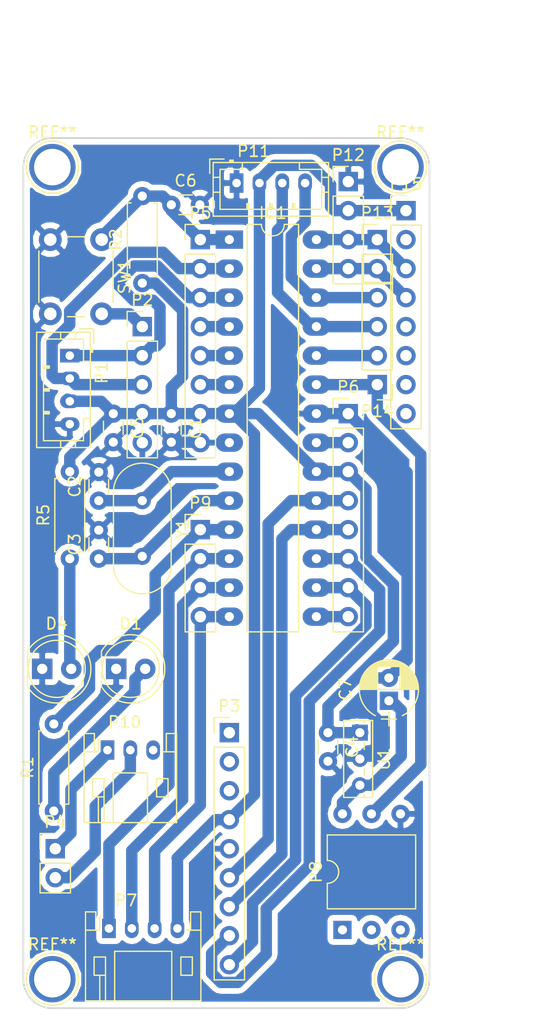
<source format=kicad_pcb>
(kicad_pcb (version 4) (host pcbnew 4.0.1-stable)

  (general
    (links 96)
    (no_connects 4)
    (area 127.344714 93.67 179.45 183.045)
    (thickness 1.6)
    (drawings 10)
    (tracks 252)
    (zones 0)
    (modules 35)
    (nets 32)
  )

  (page A4)
  (layers
    (0 F.Cu signal)
    (31 B.Cu signal)
    (32 B.Adhes user)
    (33 F.Adhes user)
    (34 B.Paste user)
    (35 F.Paste user)
    (36 B.SilkS user)
    (37 F.SilkS user)
    (38 B.Mask user)
    (39 F.Mask user)
    (40 Dwgs.User user)
    (41 Cmts.User user)
    (42 Eco1.User user)
    (43 Eco2.User user)
    (44 Edge.Cuts user)
    (45 Margin user)
    (46 B.CrtYd user)
    (47 F.CrtYd user)
    (48 B.Fab user)
    (49 F.Fab user)
  )

  (setup
    (last_trace_width 0.25)
    (user_trace_width 0.4)
    (user_trace_width 0.5)
    (user_trace_width 0.8)
    (user_trace_width 1)
    (trace_clearance 0.2)
    (zone_clearance 0.5)
    (zone_45_only no)
    (trace_min 0.2)
    (segment_width 0.2)
    (edge_width 0.15)
    (via_size 0.6)
    (via_drill 0.4)
    (via_min_size 0.4)
    (via_min_drill 0.3)
    (uvia_size 0.3)
    (uvia_drill 0.1)
    (uvias_allowed no)
    (uvia_min_size 0.2)
    (uvia_min_drill 0.1)
    (pcb_text_width 0.3)
    (pcb_text_size 1.5 1.5)
    (mod_edge_width 0.15)
    (mod_text_size 1 1)
    (mod_text_width 0.15)
    (pad_size 4.064 4.064)
    (pad_drill 3.2)
    (pad_to_mask_clearance 0.2)
    (aux_axis_origin 0 0)
    (visible_elements 7FFFFFFF)
    (pcbplotparams
      (layerselection 0x01000_80000000)
      (usegerberextensions true)
      (excludeedgelayer false)
      (linewidth 0.100000)
      (plotframeref false)
      (viasonmask false)
      (mode 1)
      (useauxorigin false)
      (hpglpennumber 1)
      (hpglpenspeed 20)
      (hpglpendiameter 15)
      (hpglpenoverlay 2)
      (psnegative false)
      (psa4output false)
      (plotreference true)
      (plotvalue true)
      (plotinvisibletext false)
      (padsonsilk false)
      (subtractmaskfromsilk true)
      (outputformat 1)
      (mirror false)
      (drillshape 0)
      (scaleselection 1)
      (outputdirectory C:/Users/e1617100/Desktop/Body_Damian_v2/H100gerberbody/))
  )

  (net 0 "")
  (net 1 +5V)
  (net 2 GND)
  (net 3 "Net-(C2-Pad1)")
  (net 4 /Xtal)
  (net 5 /N_Rst)
  (net 6 "Net-(D1-Pad2)")
  (net 7 /Rx)
  (net 8 /Tx)
  (net 9 "Net-(D4-Pad2)")
  (net 10 /D9)
  (net 11 /SS)
  (net 12 /MOSI)
  (net 13 /D2)
  (net 14 /MISO)
  (net 15 /D3)
  (net 16 /SCK)
  (net 17 /D4)
  (net 18 /AREF)
  (net 19 /A0)
  (net 20 /A1)
  (net 21 /D5)
  (net 22 /A2)
  (net 23 /D6)
  (net 24 /A3)
  (net 25 /D7)
  (net 26 /SDA)
  (net 27 /D8)
  (net 28 /SCL)
  (net 29 /SPK+)
  (net 30 /SPK-)
  (net 31 /+3.3V)

  (net_class Default "これは標準のネット クラスです。"
    (clearance 0.2)
    (trace_width 0.25)
    (via_dia 0.6)
    (via_drill 0.4)
    (uvia_dia 0.3)
    (uvia_drill 0.1)
    (add_net +5V)
    (add_net /+3.3V)
    (add_net /A0)
    (add_net /A1)
    (add_net /A2)
    (add_net /A3)
    (add_net /AREF)
    (add_net /D2)
    (add_net /D3)
    (add_net /D4)
    (add_net /D5)
    (add_net /D6)
    (add_net /D7)
    (add_net /D8)
    (add_net /D9)
    (add_net /MISO)
    (add_net /MOSI)
    (add_net /N_Rst)
    (add_net /Rx)
    (add_net /SCK)
    (add_net /SCL)
    (add_net /SDA)
    (add_net /SPK+)
    (add_net /SPK-)
    (add_net /SS)
    (add_net /Tx)
    (add_net /Xtal)
    (add_net GND)
    (add_net "Net-(C2-Pad1)")
    (add_net "Net-(D1-Pad2)")
    (add_net "Net-(D4-Pad2)")
  )

  (module Connectors:1pin (layer F.Cu) (tedit 5C6E17E9) (tstamp 5C6E18D6)
    (at 162.56 179.07)
    (descr "module 1 pin (ou trou mecanique de percage)")
    (tags DEV)
    (fp_text reference REF** (at 0 -3.048) (layer F.SilkS)
      (effects (font (size 1 1) (thickness 0.15)))
    )
    (fp_text value 1pin (at 0 3) (layer F.Fab)
      (effects (font (size 1 1) (thickness 0.15)))
    )
    (fp_circle (center 0 0) (end 2 0.8) (layer F.Fab) (width 0.1))
    (fp_circle (center 0 0) (end 2.6 0) (layer F.CrtYd) (width 0.05))
    (fp_circle (center 0 0) (end 0 -2.286) (layer F.SilkS) (width 0.12))
    (pad 1 thru_hole circle (at 0 0) (size 4.064 4.064) (drill 3.2) (layers *.Cu *.Mask))
  )

  (module Connectors:1pin (layer F.Cu) (tedit 5C6E17E9) (tstamp 5C6E18CE)
    (at 132.08 179.07)
    (descr "module 1 pin (ou trou mecanique de percage)")
    (tags DEV)
    (fp_text reference REF** (at 0 -3.048) (layer F.SilkS)
      (effects (font (size 1 1) (thickness 0.15)))
    )
    (fp_text value 1pin (at 0 3) (layer F.Fab)
      (effects (font (size 1 1) (thickness 0.15)))
    )
    (fp_circle (center 0 0) (end 2 0.8) (layer F.Fab) (width 0.1))
    (fp_circle (center 0 0) (end 2.6 0) (layer F.CrtYd) (width 0.05))
    (fp_circle (center 0 0) (end 0 -2.286) (layer F.SilkS) (width 0.12))
    (pad 1 thru_hole circle (at 0 0) (size 4.064 4.064) (drill 3.2) (layers *.Cu *.Mask))
  )

  (module Connectors:1pin (layer F.Cu) (tedit 5C6E17E9) (tstamp 5C6E18C6)
    (at 162.56 107.95)
    (descr "module 1 pin (ou trou mecanique de percage)")
    (tags DEV)
    (fp_text reference REF** (at 0 -3.048) (layer F.SilkS)
      (effects (font (size 1 1) (thickness 0.15)))
    )
    (fp_text value 1pin (at 0 3) (layer F.Fab)
      (effects (font (size 1 1) (thickness 0.15)))
    )
    (fp_circle (center 0 0) (end 2 0.8) (layer F.Fab) (width 0.1))
    (fp_circle (center 0 0) (end 2.6 0) (layer F.CrtYd) (width 0.05))
    (fp_circle (center 0 0) (end 0 -2.286) (layer F.SilkS) (width 0.12))
    (pad 1 thru_hole circle (at 0 0) (size 4.064 4.064) (drill 3.2) (layers *.Cu *.Mask))
  )

  (module LEDs:LED_D5.0mm (layer F.Cu) (tedit 5C592F20) (tstamp 5BBB2DC7)
    (at 131.191 151.892)
    (descr "LED, diameter 5.0mm, 2 pins, http://cdn-reichelt.de/documents/datenblatt/A500/LL-504BC2E-009.pdf")
    (tags "LED diameter 5.0mm 2 pins")
    (path /5A64A9AB)
    (fp_text reference D4 (at 1.27 -3.96) (layer F.SilkS)
      (effects (font (size 1 1) (thickness 0.15)))
    )
    (fp_text value Power (at 1.27 3.96) (layer F.Fab)
      (effects (font (size 1 1) (thickness 0.15)))
    )
    (fp_arc (start 1.27 0) (end -1.23 -1.469694) (angle 299.1) (layer F.Fab) (width 0.1))
    (fp_arc (start 1.27 0) (end -1.29 -1.54483) (angle 148.9) (layer F.SilkS) (width 0.12))
    (fp_arc (start 1.27 0) (end -1.29 1.54483) (angle -148.9) (layer F.SilkS) (width 0.12))
    (fp_circle (center 1.27 0) (end 3.77 0) (layer F.Fab) (width 0.1))
    (fp_circle (center 1.27 0) (end 3.77 0) (layer F.SilkS) (width 0.12))
    (fp_line (start -1.23 -1.469694) (end -1.23 1.469694) (layer F.Fab) (width 0.1))
    (fp_line (start -1.29 -1.545) (end -1.29 1.545) (layer F.SilkS) (width 0.12))
    (fp_line (start -1.95 -3.25) (end -1.95 3.25) (layer F.CrtYd) (width 0.05))
    (fp_line (start -1.95 3.25) (end 4.5 3.25) (layer F.CrtYd) (width 0.05))
    (fp_line (start 4.5 3.25) (end 4.5 -3.25) (layer F.CrtYd) (width 0.05))
    (fp_line (start 4.5 -3.25) (end -1.95 -3.25) (layer F.CrtYd) (width 0.05))
    (fp_text user %R (at 1.25 0 180) (layer F.Fab)
      (effects (font (size 0.8 0.8) (thickness 0.2)))
    )
    (pad 1 thru_hole rect (at 0 0) (size 1.8 1.8) (drill 0.9) (layers *.Cu *.Mask)
      (net 2 GND))
    (pad 2 thru_hole circle (at 2.54 0) (size 1.8 1.8) (drill 0.9) (layers *.Cu *.Mask)
      (net 9 "Net-(D4-Pad2)"))
    (model ${KISYS3DMOD}/LEDs.3dshapes/LED_D5.0mm.wrl
      (at (xyz 0 0 0))
      (scale (xyz 0.393701 0.393701 0.393701))
      (rotate (xyz 0 0 0))
    )
  )

  (module Connectors_JST:JST_PH_S4B-PH-K_04x2.00mm_Angled (layer F.Cu) (tedit 58D3FE32) (tstamp 5C6BD50F)
    (at 137.033 174.625)
    (descr "JST PH series connector, S4B-PH-K, side entry type, through hole, Datasheet: http://www.jst-mfg.com/product/pdf/eng/ePH.pdf")
    (tags "connector jst ph")
    (path /5C4CF1FF)
    (fp_text reference P7 (at 1.5 -2.45) (layer F.SilkS)
      (effects (font (size 1 1) (thickness 0.15)))
    )
    (fp_text value Head_LED (at 3 7.25) (layer F.Fab)
      (effects (font (size 1 1) (thickness 0.15)))
    )
    (fp_line (start 0.5 6.35) (end 0.5 2) (layer F.SilkS) (width 0.12))
    (fp_line (start 0.5 2) (end 5.5 2) (layer F.SilkS) (width 0.12))
    (fp_line (start 5.5 2) (end 5.5 6.35) (layer F.SilkS) (width 0.12))
    (fp_line (start -0.8 0.15) (end -1.15 0.15) (layer F.SilkS) (width 0.12))
    (fp_line (start -1.15 0.15) (end -1.15 -1.45) (layer F.SilkS) (width 0.12))
    (fp_line (start -1.15 -1.45) (end -2.05 -1.45) (layer F.SilkS) (width 0.12))
    (fp_line (start -2.05 -1.45) (end -2.05 6.35) (layer F.SilkS) (width 0.12))
    (fp_line (start -2.05 6.35) (end 8.05 6.35) (layer F.SilkS) (width 0.12))
    (fp_line (start 8.05 6.35) (end 8.05 -1.45) (layer F.SilkS) (width 0.12))
    (fp_line (start 8.05 -1.45) (end 7.15 -1.45) (layer F.SilkS) (width 0.12))
    (fp_line (start 7.15 -1.45) (end 7.15 0.15) (layer F.SilkS) (width 0.12))
    (fp_line (start 7.15 0.15) (end 6.8 0.15) (layer F.SilkS) (width 0.12))
    (fp_line (start -2.05 0.15) (end -1.15 0.15) (layer F.SilkS) (width 0.12))
    (fp_line (start 8.05 0.15) (end 7.15 0.15) (layer F.SilkS) (width 0.12))
    (fp_line (start -1.3 2.5) (end -1.3 4.1) (layer F.SilkS) (width 0.12))
    (fp_line (start -1.3 4.1) (end -0.3 4.1) (layer F.SilkS) (width 0.12))
    (fp_line (start -0.3 4.1) (end -0.3 2.5) (layer F.SilkS) (width 0.12))
    (fp_line (start -0.3 2.5) (end -1.3 2.5) (layer F.SilkS) (width 0.12))
    (fp_line (start 7.3 2.5) (end 7.3 4.1) (layer F.SilkS) (width 0.12))
    (fp_line (start 7.3 4.1) (end 6.3 4.1) (layer F.SilkS) (width 0.12))
    (fp_line (start 6.3 4.1) (end 6.3 2.5) (layer F.SilkS) (width 0.12))
    (fp_line (start 6.3 2.5) (end 7.3 2.5) (layer F.SilkS) (width 0.12))
    (fp_line (start -0.3 4.1) (end -0.3 6.35) (layer F.SilkS) (width 0.12))
    (fp_line (start -0.8 4.1) (end -0.8 6.35) (layer F.SilkS) (width 0.12))
    (fp_line (start -2.45 -1.85) (end -2.45 6.75) (layer F.CrtYd) (width 0.05))
    (fp_line (start -2.45 6.75) (end 8.45 6.75) (layer F.CrtYd) (width 0.05))
    (fp_line (start 8.45 6.75) (end 8.45 -1.85) (layer F.CrtYd) (width 0.05))
    (fp_line (start 8.45 -1.85) (end -2.45 -1.85) (layer F.CrtYd) (width 0.05))
    (fp_line (start -1.25 0.25) (end -1.25 -1.35) (layer F.Fab) (width 0.1))
    (fp_line (start -1.25 -1.35) (end -1.95 -1.35) (layer F.Fab) (width 0.1))
    (fp_line (start -1.95 -1.35) (end -1.95 6.25) (layer F.Fab) (width 0.1))
    (fp_line (start -1.95 6.25) (end 7.95 6.25) (layer F.Fab) (width 0.1))
    (fp_line (start 7.95 6.25) (end 7.95 -1.35) (layer F.Fab) (width 0.1))
    (fp_line (start 7.95 -1.35) (end 7.25 -1.35) (layer F.Fab) (width 0.1))
    (fp_line (start 7.25 -1.35) (end 7.25 0.25) (layer F.Fab) (width 0.1))
    (fp_line (start 7.25 0.25) (end -1.25 0.25) (layer F.Fab) (width 0.1))
    (fp_line (start -0.8 0.15) (end -0.8 -1.05) (layer F.SilkS) (width 0.12))
    (fp_line (start 0 0.85) (end -0.5 1.35) (layer F.Fab) (width 0.1))
    (fp_line (start -0.5 1.35) (end 0.5 1.35) (layer F.Fab) (width 0.1))
    (fp_line (start 0.5 1.35) (end 0 0.85) (layer F.Fab) (width 0.1))
    (fp_text user %R (at 3 2.5) (layer F.Fab)
      (effects (font (size 1 1) (thickness 0.15)))
    )
    (pad 1 thru_hole rect (at 0 0) (size 1.2 1.7) (drill 0.75) (layers *.Cu *.Mask)
      (net 23 /D6))
    (pad 2 thru_hole oval (at 2 0) (size 1.2 1.7) (drill 0.75) (layers *.Cu *.Mask)
      (net 25 /D7))
    (pad 3 thru_hole oval (at 4 0) (size 1.2 1.7) (drill 0.75) (layers *.Cu *.Mask)
      (net 27 /D8))
    (pad 4 thru_hole oval (at 6 0) (size 1.2 1.7) (drill 0.75) (layers *.Cu *.Mask)
      (net 1 +5V))
    (model ${KISYS3DMOD}/Connectors_JST.3dshapes/JST_PH_S4B-PH-K_04x2.00mm_Angled.wrl
      (at (xyz 0 0 0))
      (scale (xyz 1 1 1))
      (rotate (xyz 0 0 0))
    )
  )

  (module Pin_Headers:Pin_Header_Straight_1x08_Pitch2.54mm (layer F.Cu) (tedit 59650532) (tstamp 5C530C7A)
    (at 145.034 114.3)
    (descr "Through hole straight pin header, 1x08, 2.54mm pitch, single row")
    (tags "Through hole pin header THT 1x08 2.54mm single row")
    (path /5C5312AA)
    (fp_text reference P5 (at 0 -2.33) (layer F.SilkS)
      (effects (font (size 1 1) (thickness 0.15)))
    )
    (fp_text value AVR_1 (at 0 20.11) (layer F.Fab)
      (effects (font (size 1 1) (thickness 0.15)))
    )
    (fp_line (start -0.635 -1.27) (end 1.27 -1.27) (layer F.Fab) (width 0.1))
    (fp_line (start 1.27 -1.27) (end 1.27 19.05) (layer F.Fab) (width 0.1))
    (fp_line (start 1.27 19.05) (end -1.27 19.05) (layer F.Fab) (width 0.1))
    (fp_line (start -1.27 19.05) (end -1.27 -0.635) (layer F.Fab) (width 0.1))
    (fp_line (start -1.27 -0.635) (end -0.635 -1.27) (layer F.Fab) (width 0.1))
    (fp_line (start -1.33 19.11) (end 1.33 19.11) (layer F.SilkS) (width 0.12))
    (fp_line (start -1.33 1.27) (end -1.33 19.11) (layer F.SilkS) (width 0.12))
    (fp_line (start 1.33 1.27) (end 1.33 19.11) (layer F.SilkS) (width 0.12))
    (fp_line (start -1.33 1.27) (end 1.33 1.27) (layer F.SilkS) (width 0.12))
    (fp_line (start -1.33 0) (end -1.33 -1.33) (layer F.SilkS) (width 0.12))
    (fp_line (start -1.33 -1.33) (end 0 -1.33) (layer F.SilkS) (width 0.12))
    (fp_line (start -1.8 -1.8) (end -1.8 19.55) (layer F.CrtYd) (width 0.05))
    (fp_line (start -1.8 19.55) (end 1.8 19.55) (layer F.CrtYd) (width 0.05))
    (fp_line (start 1.8 19.55) (end 1.8 -1.8) (layer F.CrtYd) (width 0.05))
    (fp_line (start 1.8 -1.8) (end -1.8 -1.8) (layer F.CrtYd) (width 0.05))
    (fp_text user %R (at 0 8.89 90) (layer F.Fab)
      (effects (font (size 1 1) (thickness 0.15)))
    )
    (pad 1 thru_hole rect (at 0 0) (size 1.7 1.7) (drill 1) (layers *.Cu *.Mask)
      (net 5 /N_Rst))
    (pad 2 thru_hole oval (at 0 2.54) (size 1.7 1.7) (drill 1) (layers *.Cu *.Mask)
      (net 7 /Rx))
    (pad 3 thru_hole oval (at 0 5.08) (size 1.7 1.7) (drill 1) (layers *.Cu *.Mask)
      (net 8 /Tx))
    (pad 4 thru_hole oval (at 0 7.62) (size 1.7 1.7) (drill 1) (layers *.Cu *.Mask)
      (net 13 /D2))
    (pad 5 thru_hole oval (at 0 10.16) (size 1.7 1.7) (drill 1) (layers *.Cu *.Mask)
      (net 15 /D3))
    (pad 6 thru_hole oval (at 0 12.7) (size 1.7 1.7) (drill 1) (layers *.Cu *.Mask)
      (net 17 /D4))
    (pad 7 thru_hole oval (at 0 15.24) (size 1.7 1.7) (drill 1) (layers *.Cu *.Mask)
      (net 1 +5V))
    (pad 8 thru_hole oval (at 0 17.78) (size 1.7 1.7) (drill 1) (layers *.Cu *.Mask)
      (net 2 GND))
    (model ${KISYS3DMOD}/Pin_Headers.3dshapes/Pin_Header_Straight_1x08_Pitch2.54mm.wrl
      (at (xyz 0 0 0))
      (scale (xyz 1 1 1))
      (rotate (xyz 0 0 0))
    )
  )

  (module Housings_DIP:DIP-28_W7.62mm_LongPads (layer F.Cu) (tedit 59C78D6B) (tstamp 5BBB2DF7)
    (at 147.574 114.3)
    (descr "28-lead though-hole mounted DIP package, row spacing 7.62 mm (300 mils), LongPads")
    (tags "THT DIP DIL PDIP 2.54mm 7.62mm 300mil LongPads")
    (path /5BBB25CF)
    (fp_text reference IC1 (at 3.81 -2.33) (layer F.SilkS)
      (effects (font (size 1 1) (thickness 0.15)))
    )
    (fp_text value ATMEGA328P-P (at 3.81 35.35) (layer F.Fab)
      (effects (font (size 1 1) (thickness 0.15)))
    )
    (fp_arc (start 3.81 -1.33) (end 2.81 -1.33) (angle -180) (layer F.SilkS) (width 0.12))
    (fp_line (start 1.635 -1.27) (end 6.985 -1.27) (layer F.Fab) (width 0.1))
    (fp_line (start 6.985 -1.27) (end 6.985 34.29) (layer F.Fab) (width 0.1))
    (fp_line (start 6.985 34.29) (end 0.635 34.29) (layer F.Fab) (width 0.1))
    (fp_line (start 0.635 34.29) (end 0.635 -0.27) (layer F.Fab) (width 0.1))
    (fp_line (start 0.635 -0.27) (end 1.635 -1.27) (layer F.Fab) (width 0.1))
    (fp_line (start 2.81 -1.33) (end 1.56 -1.33) (layer F.SilkS) (width 0.12))
    (fp_line (start 1.56 -1.33) (end 1.56 34.35) (layer F.SilkS) (width 0.12))
    (fp_line (start 1.56 34.35) (end 6.06 34.35) (layer F.SilkS) (width 0.12))
    (fp_line (start 6.06 34.35) (end 6.06 -1.33) (layer F.SilkS) (width 0.12))
    (fp_line (start 6.06 -1.33) (end 4.81 -1.33) (layer F.SilkS) (width 0.12))
    (fp_line (start -1.45 -1.55) (end -1.45 34.55) (layer F.CrtYd) (width 0.05))
    (fp_line (start -1.45 34.55) (end 9.1 34.55) (layer F.CrtYd) (width 0.05))
    (fp_line (start 9.1 34.55) (end 9.1 -1.55) (layer F.CrtYd) (width 0.05))
    (fp_line (start 9.1 -1.55) (end -1.45 -1.55) (layer F.CrtYd) (width 0.05))
    (fp_text user %R (at 3.81 16.51) (layer F.Fab)
      (effects (font (size 1 1) (thickness 0.15)))
    )
    (pad 1 thru_hole rect (at 0 0) (size 2.4 1.6) (drill 0.8) (layers *.Cu *.Mask)
      (net 5 /N_Rst))
    (pad 15 thru_hole oval (at 7.62 33.02) (size 2.4 1.6) (drill 0.8) (layers *.Cu *.Mask)
      (net 10 /D9))
    (pad 2 thru_hole oval (at 0 2.54) (size 2.4 1.6) (drill 0.8) (layers *.Cu *.Mask)
      (net 7 /Rx))
    (pad 16 thru_hole oval (at 7.62 30.48) (size 2.4 1.6) (drill 0.8) (layers *.Cu *.Mask)
      (net 11 /SS))
    (pad 3 thru_hole oval (at 0 5.08) (size 2.4 1.6) (drill 0.8) (layers *.Cu *.Mask)
      (net 8 /Tx))
    (pad 17 thru_hole oval (at 7.62 27.94) (size 2.4 1.6) (drill 0.8) (layers *.Cu *.Mask)
      (net 12 /MOSI))
    (pad 4 thru_hole oval (at 0 7.62) (size 2.4 1.6) (drill 0.8) (layers *.Cu *.Mask)
      (net 13 /D2))
    (pad 18 thru_hole oval (at 7.62 25.4) (size 2.4 1.6) (drill 0.8) (layers *.Cu *.Mask)
      (net 14 /MISO))
    (pad 5 thru_hole oval (at 0 10.16) (size 2.4 1.6) (drill 0.8) (layers *.Cu *.Mask)
      (net 15 /D3))
    (pad 19 thru_hole oval (at 7.62 22.86) (size 2.4 1.6) (drill 0.8) (layers *.Cu *.Mask)
      (net 16 /SCK))
    (pad 6 thru_hole oval (at 0 12.7) (size 2.4 1.6) (drill 0.8) (layers *.Cu *.Mask)
      (net 17 /D4))
    (pad 20 thru_hole oval (at 7.62 20.32) (size 2.4 1.6) (drill 0.8) (layers *.Cu *.Mask)
      (net 1 +5V))
    (pad 7 thru_hole oval (at 0 15.24) (size 2.4 1.6) (drill 0.8) (layers *.Cu *.Mask)
      (net 1 +5V))
    (pad 21 thru_hole oval (at 7.62 17.78) (size 2.4 1.6) (drill 0.8) (layers *.Cu *.Mask)
      (net 18 /AREF))
    (pad 8 thru_hole oval (at 0 17.78) (size 2.4 1.6) (drill 0.8) (layers *.Cu *.Mask)
      (net 2 GND))
    (pad 22 thru_hole oval (at 7.62 15.24) (size 2.4 1.6) (drill 0.8) (layers *.Cu *.Mask)
      (net 2 GND))
    (pad 9 thru_hole oval (at 0 20.32) (size 2.4 1.6) (drill 0.8) (layers *.Cu *.Mask)
      (net 3 "Net-(C2-Pad1)"))
    (pad 23 thru_hole oval (at 7.62 12.7) (size 2.4 1.6) (drill 0.8) (layers *.Cu *.Mask)
      (net 19 /A0))
    (pad 10 thru_hole oval (at 0 22.86) (size 2.4 1.6) (drill 0.8) (layers *.Cu *.Mask)
      (net 4 /Xtal))
    (pad 24 thru_hole oval (at 7.62 10.16) (size 2.4 1.6) (drill 0.8) (layers *.Cu *.Mask)
      (net 20 /A1))
    (pad 11 thru_hole oval (at 0 25.4) (size 2.4 1.6) (drill 0.8) (layers *.Cu *.Mask)
      (net 21 /D5))
    (pad 25 thru_hole oval (at 7.62 7.62) (size 2.4 1.6) (drill 0.8) (layers *.Cu *.Mask)
      (net 22 /A2))
    (pad 12 thru_hole oval (at 0 27.94) (size 2.4 1.6) (drill 0.8) (layers *.Cu *.Mask)
      (net 23 /D6))
    (pad 26 thru_hole oval (at 7.62 5.08) (size 2.4 1.6) (drill 0.8) (layers *.Cu *.Mask)
      (net 24 /A3))
    (pad 13 thru_hole oval (at 0 30.48) (size 2.4 1.6) (drill 0.8) (layers *.Cu *.Mask)
      (net 25 /D7))
    (pad 27 thru_hole oval (at 7.62 2.54) (size 2.4 1.6) (drill 0.8) (layers *.Cu *.Mask)
      (net 26 /SDA))
    (pad 14 thru_hole oval (at 0 33.02) (size 2.4 1.6) (drill 0.8) (layers *.Cu *.Mask)
      (net 27 /D8))
    (pad 28 thru_hole oval (at 7.62 0) (size 2.4 1.6) (drill 0.8) (layers *.Cu *.Mask)
      (net 28 /SCL))
    (model ${KISYS3DMOD}/Housings_DIP.3dshapes/DIP-28_W7.62mm.wrl
      (at (xyz 0 0 0))
      (scale (xyz 1 1 1))
      (rotate (xyz 0 0 0))
    )
  )

  (module Socket_Strips:Socket_Strip_Straight_1x09_Pitch2.54mm (layer F.Cu) (tedit 58CD5446) (tstamp 5C4B24B1)
    (at 147.574 157.48)
    (descr "Through hole straight socket strip, 1x09, 2.54mm pitch, single row")
    (tags "Through hole socket strip THT 1x09 2.54mm single row")
    (path /5C488381)
    (fp_text reference P3 (at 0 -2.33) (layer F.SilkS)
      (effects (font (size 1 1) (thickness 0.15)))
    )
    (fp_text value YMF825 (at 0 22.65) (layer F.Fab)
      (effects (font (size 1 1) (thickness 0.15)))
    )
    (fp_line (start -1.27 -1.27) (end -1.27 21.59) (layer F.Fab) (width 0.1))
    (fp_line (start -1.27 21.59) (end 1.27 21.59) (layer F.Fab) (width 0.1))
    (fp_line (start 1.27 21.59) (end 1.27 -1.27) (layer F.Fab) (width 0.1))
    (fp_line (start 1.27 -1.27) (end -1.27 -1.27) (layer F.Fab) (width 0.1))
    (fp_line (start -1.33 1.27) (end -1.33 21.65) (layer F.SilkS) (width 0.12))
    (fp_line (start -1.33 21.65) (end 1.33 21.65) (layer F.SilkS) (width 0.12))
    (fp_line (start 1.33 21.65) (end 1.33 1.27) (layer F.SilkS) (width 0.12))
    (fp_line (start 1.33 1.27) (end -1.33 1.27) (layer F.SilkS) (width 0.12))
    (fp_line (start -1.33 0) (end -1.33 -1.33) (layer F.SilkS) (width 0.12))
    (fp_line (start -1.33 -1.33) (end 0 -1.33) (layer F.SilkS) (width 0.12))
    (fp_line (start -1.8 -1.8) (end -1.8 22.1) (layer F.CrtYd) (width 0.05))
    (fp_line (start -1.8 22.1) (end 1.8 22.1) (layer F.CrtYd) (width 0.05))
    (fp_line (start 1.8 22.1) (end 1.8 -1.8) (layer F.CrtYd) (width 0.05))
    (fp_line (start 1.8 -1.8) (end -1.8 -1.8) (layer F.CrtYd) (width 0.05))
    (fp_text user %R (at 0 -2.33) (layer F.Fab)
      (effects (font (size 1 1) (thickness 0.15)))
    )
    (pad 1 thru_hole rect (at 0 0) (size 1.7 1.7) (drill 1) (layers *.Cu *.Mask))
    (pad 2 thru_hole oval (at 0 2.54) (size 1.7 1.7) (drill 1) (layers *.Cu *.Mask))
    (pad 3 thru_hole oval (at 0 5.08) (size 1.7 1.7) (drill 1) (layers *.Cu *.Mask)
      (net 5 /N_Rst))
    (pad 4 thru_hole oval (at 0 7.62) (size 1.7 1.7) (drill 1) (layers *.Cu *.Mask)
      (net 1 +5V))
    (pad 5 thru_hole oval (at 0 10.16) (size 1.7 1.7) (drill 1) (layers *.Cu *.Mask)
      (net 2 GND))
    (pad 6 thru_hole oval (at 0 12.7) (size 1.7 1.7) (drill 1) (layers *.Cu *.Mask)
      (net 16 /SCK))
    (pad 7 thru_hole oval (at 0 15.24) (size 1.7 1.7) (drill 1) (layers *.Cu *.Mask)
      (net 14 /MISO))
    (pad 8 thru_hole oval (at 0 17.78) (size 1.7 1.7) (drill 1) (layers *.Cu *.Mask)
      (net 12 /MOSI))
    (pad 9 thru_hole oval (at 0 20.32) (size 1.7 1.7) (drill 1) (layers *.Cu *.Mask)
      (net 11 /SS))
    (model ${KISYS3DMOD}/Socket_Strips.3dshapes/Socket_Strip_Straight_1x09_Pitch2.54mm.wrl
      (at (xyz 0 -0.4 0))
      (scale (xyz 1 1 1))
      (rotate (xyz 0 0 270))
    )
  )

  (module Resistors_THT:R_Axial_DIN0207_L6.3mm_D2.5mm_P7.62mm_Horizontal (layer F.Cu) (tedit 5874F706) (tstamp 5BBB2EE1)
    (at 133.604 142.24 90)
    (descr "Resistor, Axial_DIN0207 series, Axial, Horizontal, pin pitch=7.62mm, 0.25W = 1/4W, length*diameter=6.3*2.5mm^2, http://cdn-reichelt.de/documents/datenblatt/B400/1_4W%23YAG.pdf")
    (tags "Resistor Axial_DIN0207 series Axial Horizontal pin pitch 7.62mm 0.25W = 1/4W length 6.3mm diameter 2.5mm")
    (path /5A64AA0E)
    (fp_text reference R5 (at 3.81 -2.31 90) (layer F.SilkS)
      (effects (font (size 1 1) (thickness 0.15)))
    )
    (fp_text value 1k (at 3.81 2.31 90) (layer F.Fab)
      (effects (font (size 1 1) (thickness 0.15)))
    )
    (fp_line (start 0.66 -1.25) (end 0.66 1.25) (layer F.Fab) (width 0.1))
    (fp_line (start 0.66 1.25) (end 6.96 1.25) (layer F.Fab) (width 0.1))
    (fp_line (start 6.96 1.25) (end 6.96 -1.25) (layer F.Fab) (width 0.1))
    (fp_line (start 6.96 -1.25) (end 0.66 -1.25) (layer F.Fab) (width 0.1))
    (fp_line (start 0 0) (end 0.66 0) (layer F.Fab) (width 0.1))
    (fp_line (start 7.62 0) (end 6.96 0) (layer F.Fab) (width 0.1))
    (fp_line (start 0.6 -0.98) (end 0.6 -1.31) (layer F.SilkS) (width 0.12))
    (fp_line (start 0.6 -1.31) (end 7.02 -1.31) (layer F.SilkS) (width 0.12))
    (fp_line (start 7.02 -1.31) (end 7.02 -0.98) (layer F.SilkS) (width 0.12))
    (fp_line (start 0.6 0.98) (end 0.6 1.31) (layer F.SilkS) (width 0.12))
    (fp_line (start 0.6 1.31) (end 7.02 1.31) (layer F.SilkS) (width 0.12))
    (fp_line (start 7.02 1.31) (end 7.02 0.98) (layer F.SilkS) (width 0.12))
    (fp_line (start -1.05 -1.6) (end -1.05 1.6) (layer F.CrtYd) (width 0.05))
    (fp_line (start -1.05 1.6) (end 8.7 1.6) (layer F.CrtYd) (width 0.05))
    (fp_line (start 8.7 1.6) (end 8.7 -1.6) (layer F.CrtYd) (width 0.05))
    (fp_line (start 8.7 -1.6) (end -1.05 -1.6) (layer F.CrtYd) (width 0.05))
    (pad 1 thru_hole circle (at 0 0 90) (size 1.6 1.6) (drill 0.8) (layers *.Cu *.Mask)
      (net 9 "Net-(D4-Pad2)"))
    (pad 2 thru_hole oval (at 7.62 0 90) (size 1.6 1.6) (drill 0.8) (layers *.Cu *.Mask)
      (net 1 +5V))
    (model ${KISYS3DMOD}/Resistors_THT.3dshapes/R_Axial_DIN0207_L6.3mm_D2.5mm_P7.62mm_Horizontal.wrl
      (at (xyz 0 0 0))
      (scale (xyz 0.393701 0.393701 0.393701))
      (rotate (xyz 0 0 0))
    )
  )

  (module Capacitors_THT:C_Disc_D3.0mm_W1.6mm_P2.50mm (layer F.Cu) (tedit 5BC14CCD) (tstamp 5BBB2D19)
    (at 142.494 129.54 270)
    (descr "C, Disc series, Radial, pin pitch=2.50mm, , diameter*width=3.0*1.6mm^2, Capacitor, http://www.vishay.com/docs/45233/krseries.pdf")
    (tags "C Disc series Radial pin pitch 2.50mm  diameter 3.0mm width 1.6mm Capacitor")
    (path /59675D58)
    (fp_text reference C1 (at 1.25 -2.11 270) (layer F.SilkS)
      (effects (font (size 1 1) (thickness 0.15)))
    )
    (fp_text value 1uF (at 1.25 2.11 270) (layer F.Fab)
      (effects (font (size 1 1) (thickness 0.15)))
    )
    (fp_line (start -0.25 -0.8) (end -0.25 0.8) (layer F.Fab) (width 0.1))
    (fp_line (start -0.25 0.8) (end 2.75 0.8) (layer F.Fab) (width 0.1))
    (fp_line (start 2.75 0.8) (end 2.75 -0.8) (layer F.Fab) (width 0.1))
    (fp_line (start 2.75 -0.8) (end -0.25 -0.8) (layer F.Fab) (width 0.1))
    (fp_line (start 0.663 -0.861) (end 1.837 -0.861) (layer F.SilkS) (width 0.12))
    (fp_line (start 0.663 0.861) (end 1.837 0.861) (layer F.SilkS) (width 0.12))
    (fp_line (start -1.05 -1.15) (end -1.05 1.15) (layer F.CrtYd) (width 0.05))
    (fp_line (start -1.05 1.15) (end 3.55 1.15) (layer F.CrtYd) (width 0.05))
    (fp_line (start 3.55 1.15) (end 3.55 -1.15) (layer F.CrtYd) (width 0.05))
    (fp_line (start 3.55 -1.15) (end -1.05 -1.15) (layer F.CrtYd) (width 0.05))
    (fp_text user %R (at 1.25 0 360) (layer F.Fab)
      (effects (font (size 1 1) (thickness 0.15)))
    )
    (pad 1 thru_hole circle (at 0 0 270) (size 1.6 1.6) (drill 0.8) (layers *.Cu *.Mask)
      (net 1 +5V))
    (pad 2 thru_hole circle (at 2.5 0 270) (size 1.6 1.6) (drill 0.8) (layers *.Cu *.Mask)
      (net 2 GND))
    (model ${KISYS3DMOD}/Capacitors_THT.3dshapes/C_Disc_D3.0mm_W1.6mm_P2.50mm.wrl
      (at (xyz 0 0 0))
      (scale (xyz 1 1 1))
      (rotate (xyz 0 0 0))
    )
  )

  (module Capacitors_THT:C_Disc_D3.0mm_W1.6mm_P2.50mm (layer F.Cu) (tedit 597BC7C2) (tstamp 5BBB2D2A)
    (at 136.144 137.16 90)
    (descr "C, Disc series, Radial, pin pitch=2.50mm, , diameter*width=3.0*1.6mm^2, Capacitor, http://www.vishay.com/docs/45233/krseries.pdf")
    (tags "C Disc series Radial pin pitch 2.50mm  diameter 3.0mm width 1.6mm Capacitor")
    (path /5967601B)
    (fp_text reference C2 (at 1.25 -2.11 90) (layer F.SilkS)
      (effects (font (size 1 1) (thickness 0.15)))
    )
    (fp_text value 22pF (at 1.25 2.11 90) (layer F.Fab)
      (effects (font (size 1 1) (thickness 0.15)))
    )
    (fp_line (start -0.25 -0.8) (end -0.25 0.8) (layer F.Fab) (width 0.1))
    (fp_line (start -0.25 0.8) (end 2.75 0.8) (layer F.Fab) (width 0.1))
    (fp_line (start 2.75 0.8) (end 2.75 -0.8) (layer F.Fab) (width 0.1))
    (fp_line (start 2.75 -0.8) (end -0.25 -0.8) (layer F.Fab) (width 0.1))
    (fp_line (start 0.663 -0.861) (end 1.837 -0.861) (layer F.SilkS) (width 0.12))
    (fp_line (start 0.663 0.861) (end 1.837 0.861) (layer F.SilkS) (width 0.12))
    (fp_line (start -1.05 -1.15) (end -1.05 1.15) (layer F.CrtYd) (width 0.05))
    (fp_line (start -1.05 1.15) (end 3.55 1.15) (layer F.CrtYd) (width 0.05))
    (fp_line (start 3.55 1.15) (end 3.55 -1.15) (layer F.CrtYd) (width 0.05))
    (fp_line (start 3.55 -1.15) (end -1.05 -1.15) (layer F.CrtYd) (width 0.05))
    (fp_text user %R (at 1.25 0 90) (layer F.Fab)
      (effects (font (size 1 1) (thickness 0.15)))
    )
    (pad 1 thru_hole circle (at 0 0 90) (size 1.6 1.6) (drill 0.8) (layers *.Cu *.Mask)
      (net 3 "Net-(C2-Pad1)"))
    (pad 2 thru_hole circle (at 2.5 0 90) (size 1.6 1.6) (drill 0.8) (layers *.Cu *.Mask)
      (net 2 GND))
    (model ${KISYS3DMOD}/Capacitors_THT.3dshapes/C_Disc_D3.0mm_W1.6mm_P2.50mm.wrl
      (at (xyz 0 0 0))
      (scale (xyz 1 1 1))
      (rotate (xyz 0 0 0))
    )
  )

  (module Capacitors_THT:C_Disc_D3.0mm_W1.6mm_P2.50mm (layer F.Cu) (tedit 597BC7C2) (tstamp 5BBB2D3B)
    (at 136.144 142.24 90)
    (descr "C, Disc series, Radial, pin pitch=2.50mm, , diameter*width=3.0*1.6mm^2, Capacitor, http://www.vishay.com/docs/45233/krseries.pdf")
    (tags "C Disc series Radial pin pitch 2.50mm  diameter 3.0mm width 1.6mm Capacitor")
    (path /5967606A)
    (fp_text reference C3 (at 1.25 -2.11 90) (layer F.SilkS)
      (effects (font (size 1 1) (thickness 0.15)))
    )
    (fp_text value 22pF (at 1.25 2.11 90) (layer F.Fab)
      (effects (font (size 1 1) (thickness 0.15)))
    )
    (fp_line (start -0.25 -0.8) (end -0.25 0.8) (layer F.Fab) (width 0.1))
    (fp_line (start -0.25 0.8) (end 2.75 0.8) (layer F.Fab) (width 0.1))
    (fp_line (start 2.75 0.8) (end 2.75 -0.8) (layer F.Fab) (width 0.1))
    (fp_line (start 2.75 -0.8) (end -0.25 -0.8) (layer F.Fab) (width 0.1))
    (fp_line (start 0.663 -0.861) (end 1.837 -0.861) (layer F.SilkS) (width 0.12))
    (fp_line (start 0.663 0.861) (end 1.837 0.861) (layer F.SilkS) (width 0.12))
    (fp_line (start -1.05 -1.15) (end -1.05 1.15) (layer F.CrtYd) (width 0.05))
    (fp_line (start -1.05 1.15) (end 3.55 1.15) (layer F.CrtYd) (width 0.05))
    (fp_line (start 3.55 1.15) (end 3.55 -1.15) (layer F.CrtYd) (width 0.05))
    (fp_line (start 3.55 -1.15) (end -1.05 -1.15) (layer F.CrtYd) (width 0.05))
    (fp_text user %R (at 1.25 0 90) (layer F.Fab)
      (effects (font (size 1 1) (thickness 0.15)))
    )
    (pad 1 thru_hole circle (at 0 0 90) (size 1.6 1.6) (drill 0.8) (layers *.Cu *.Mask)
      (net 4 /Xtal))
    (pad 2 thru_hole circle (at 2.5 0 90) (size 1.6 1.6) (drill 0.8) (layers *.Cu *.Mask)
      (net 2 GND))
    (model ${KISYS3DMOD}/Capacitors_THT.3dshapes/C_Disc_D3.0mm_W1.6mm_P2.50mm.wrl
      (at (xyz 0 0 0))
      (scale (xyz 1 1 1))
      (rotate (xyz 0 0 0))
    )
  )

  (module Capacitors_THT:C_Disc_D3.0mm_W1.6mm_P2.50mm (layer F.Cu) (tedit 597BC7C2) (tstamp 5BBB2D5D)
    (at 137.414 129.54 270)
    (descr "C, Disc series, Radial, pin pitch=2.50mm, , diameter*width=3.0*1.6mm^2, Capacitor, http://www.vishay.com/docs/45233/krseries.pdf")
    (tags "C Disc series Radial pin pitch 2.50mm  diameter 3.0mm width 1.6mm Capacitor")
    (path /596745B1)
    (fp_text reference C5 (at 1.25 -2.11 270) (layer F.SilkS)
      (effects (font (size 1 1) (thickness 0.15)))
    )
    (fp_text value 1uF (at 1.25 2.11 270) (layer F.Fab)
      (effects (font (size 1 1) (thickness 0.15)))
    )
    (fp_line (start -0.25 -0.8) (end -0.25 0.8) (layer F.Fab) (width 0.1))
    (fp_line (start -0.25 0.8) (end 2.75 0.8) (layer F.Fab) (width 0.1))
    (fp_line (start 2.75 0.8) (end 2.75 -0.8) (layer F.Fab) (width 0.1))
    (fp_line (start 2.75 -0.8) (end -0.25 -0.8) (layer F.Fab) (width 0.1))
    (fp_line (start 0.663 -0.861) (end 1.837 -0.861) (layer F.SilkS) (width 0.12))
    (fp_line (start 0.663 0.861) (end 1.837 0.861) (layer F.SilkS) (width 0.12))
    (fp_line (start -1.05 -1.15) (end -1.05 1.15) (layer F.CrtYd) (width 0.05))
    (fp_line (start -1.05 1.15) (end 3.55 1.15) (layer F.CrtYd) (width 0.05))
    (fp_line (start 3.55 1.15) (end 3.55 -1.15) (layer F.CrtYd) (width 0.05))
    (fp_line (start 3.55 -1.15) (end -1.05 -1.15) (layer F.CrtYd) (width 0.05))
    (fp_text user %R (at 1.25 0 270) (layer F.Fab)
      (effects (font (size 1 1) (thickness 0.15)))
    )
    (pad 1 thru_hole circle (at 0 0 270) (size 1.6 1.6) (drill 0.8) (layers *.Cu *.Mask)
      (net 1 +5V))
    (pad 2 thru_hole circle (at 2.5 0 270) (size 1.6 1.6) (drill 0.8) (layers *.Cu *.Mask)
      (net 2 GND))
    (model ${KISYS3DMOD}/Capacitors_THT.3dshapes/C_Disc_D3.0mm_W1.6mm_P2.50mm.wrl
      (at (xyz 0 0 0))
      (scale (xyz 1 1 1))
      (rotate (xyz 0 0 0))
    )
  )

  (module Capacitors_THT:C_Disc_D3.0mm_W1.6mm_P2.50mm (layer F.Cu) (tedit 597BC7C2) (tstamp 5BBB2D6E)
    (at 142.494 111.252)
    (descr "C, Disc series, Radial, pin pitch=2.50mm, , diameter*width=3.0*1.6mm^2, Capacitor, http://www.vishay.com/docs/45233/krseries.pdf")
    (tags "C Disc series Radial pin pitch 2.50mm  diameter 3.0mm width 1.6mm Capacitor")
    (path /59674123)
    (fp_text reference C6 (at 1.25 -2.11) (layer F.SilkS)
      (effects (font (size 1 1) (thickness 0.15)))
    )
    (fp_text value 1uF (at 1.25 2.11) (layer F.Fab)
      (effects (font (size 1 1) (thickness 0.15)))
    )
    (fp_line (start -0.25 -0.8) (end -0.25 0.8) (layer F.Fab) (width 0.1))
    (fp_line (start -0.25 0.8) (end 2.75 0.8) (layer F.Fab) (width 0.1))
    (fp_line (start 2.75 0.8) (end 2.75 -0.8) (layer F.Fab) (width 0.1))
    (fp_line (start 2.75 -0.8) (end -0.25 -0.8) (layer F.Fab) (width 0.1))
    (fp_line (start 0.663 -0.861) (end 1.837 -0.861) (layer F.SilkS) (width 0.12))
    (fp_line (start 0.663 0.861) (end 1.837 0.861) (layer F.SilkS) (width 0.12))
    (fp_line (start -1.05 -1.15) (end -1.05 1.15) (layer F.CrtYd) (width 0.05))
    (fp_line (start -1.05 1.15) (end 3.55 1.15) (layer F.CrtYd) (width 0.05))
    (fp_line (start 3.55 1.15) (end 3.55 -1.15) (layer F.CrtYd) (width 0.05))
    (fp_line (start 3.55 -1.15) (end -1.05 -1.15) (layer F.CrtYd) (width 0.05))
    (fp_text user %R (at 1.25 0) (layer F.Fab)
      (effects (font (size 1 1) (thickness 0.15)))
    )
    (pad 1 thru_hole circle (at 0 0) (size 1.6 1.6) (drill 0.8) (layers *.Cu *.Mask)
      (net 5 /N_Rst))
    (pad 2 thru_hole circle (at 2.5 0) (size 1.6 1.6) (drill 0.8) (layers *.Cu *.Mask)
      (net 2 GND))
    (model ${KISYS3DMOD}/Capacitors_THT.3dshapes/C_Disc_D3.0mm_W1.6mm_P2.50mm.wrl
      (at (xyz 0 0 0))
      (scale (xyz 1 1 1))
      (rotate (xyz 0 0 0))
    )
  )

  (module LEDs:LED_D5.0mm (layer F.Cu) (tedit 5995936A) (tstamp 5BBB2D91)
    (at 137.668 151.892)
    (descr "LED, diameter 5.0mm, 2 pins, http://cdn-reichelt.de/documents/datenblatt/A500/LL-504BC2E-009.pdf")
    (tags "LED diameter 5.0mm 2 pins")
    (path /59674162)
    (fp_text reference D1 (at 1.27 -3.96) (layer F.SilkS)
      (effects (font (size 1 1) (thickness 0.15)))
    )
    (fp_text value Status (at 1.27 3.96) (layer F.Fab)
      (effects (font (size 1 1) (thickness 0.15)))
    )
    (fp_arc (start 1.27 0) (end -1.23 -1.469694) (angle 299.1) (layer F.Fab) (width 0.1))
    (fp_arc (start 1.27 0) (end -1.29 -1.54483) (angle 148.9) (layer F.SilkS) (width 0.12))
    (fp_arc (start 1.27 0) (end -1.29 1.54483) (angle -148.9) (layer F.SilkS) (width 0.12))
    (fp_circle (center 1.27 0) (end 3.77 0) (layer F.Fab) (width 0.1))
    (fp_circle (center 1.27 0) (end 3.77 0) (layer F.SilkS) (width 0.12))
    (fp_line (start -1.23 -1.469694) (end -1.23 1.469694) (layer F.Fab) (width 0.1))
    (fp_line (start -1.29 -1.545) (end -1.29 1.545) (layer F.SilkS) (width 0.12))
    (fp_line (start -1.95 -3.25) (end -1.95 3.25) (layer F.CrtYd) (width 0.05))
    (fp_line (start -1.95 3.25) (end 4.5 3.25) (layer F.CrtYd) (width 0.05))
    (fp_line (start 4.5 3.25) (end 4.5 -3.25) (layer F.CrtYd) (width 0.05))
    (fp_line (start 4.5 -3.25) (end -1.95 -3.25) (layer F.CrtYd) (width 0.05))
    (fp_text user %R (at 1.25 0) (layer F.Fab)
      (effects (font (size 0.8 0.8) (thickness 0.2)))
    )
    (pad 1 thru_hole rect (at 0 0) (size 1.8 1.8) (drill 0.9) (layers *.Cu *.Mask)
      (net 2 GND))
    (pad 2 thru_hole circle (at 2.54 0) (size 1.8 1.8) (drill 0.9) (layers *.Cu *.Mask)
      (net 6 "Net-(D1-Pad2)"))
    (model ${KISYS3DMOD}/LEDs.3dshapes/LED_D5.0mm.wrl
      (at (xyz 0 0 0))
      (scale (xyz 0.393701 0.393701 0.393701))
      (rotate (xyz 0 0 0))
    )
  )

  (module Connectors_JST:JST_PH_B4B-PH-K_04x2.00mm_Straight (layer F.Cu) (tedit 58D3FE4F) (tstamp 5BBB2E2B)
    (at 133.604 124.46 270)
    (descr "JST PH series connector, B4B-PH-K, top entry type, through hole, Datasheet: http://www.jst-mfg.com/product/pdf/eng/ePH.pdf")
    (tags "connector jst ph")
    (path /59673DB1)
    (fp_text reference P1 (at 1.5 -2.8 270) (layer F.SilkS)
      (effects (font (size 1 1) (thickness 0.15)))
    )
    (fp_text value Serial (at 3 3.8 270) (layer F.Fab)
      (effects (font (size 1 1) (thickness 0.15)))
    )
    (fp_line (start -2.05 -1.8) (end -2.05 2.9) (layer F.SilkS) (width 0.12))
    (fp_line (start -2.05 2.9) (end 8.05 2.9) (layer F.SilkS) (width 0.12))
    (fp_line (start 8.05 2.9) (end 8.05 -1.8) (layer F.SilkS) (width 0.12))
    (fp_line (start 8.05 -1.8) (end -2.05 -1.8) (layer F.SilkS) (width 0.12))
    (fp_line (start 0.5 -1.8) (end 0.5 -1.2) (layer F.SilkS) (width 0.12))
    (fp_line (start 0.5 -1.2) (end -1.45 -1.2) (layer F.SilkS) (width 0.12))
    (fp_line (start -1.45 -1.2) (end -1.45 2.3) (layer F.SilkS) (width 0.12))
    (fp_line (start -1.45 2.3) (end 7.45 2.3) (layer F.SilkS) (width 0.12))
    (fp_line (start 7.45 2.3) (end 7.45 -1.2) (layer F.SilkS) (width 0.12))
    (fp_line (start 7.45 -1.2) (end 5.5 -1.2) (layer F.SilkS) (width 0.12))
    (fp_line (start 5.5 -1.2) (end 5.5 -1.8) (layer F.SilkS) (width 0.12))
    (fp_line (start -2.05 -0.5) (end -1.45 -0.5) (layer F.SilkS) (width 0.12))
    (fp_line (start -2.05 0.8) (end -1.45 0.8) (layer F.SilkS) (width 0.12))
    (fp_line (start 8.05 -0.5) (end 7.45 -0.5) (layer F.SilkS) (width 0.12))
    (fp_line (start 8.05 0.8) (end 7.45 0.8) (layer F.SilkS) (width 0.12))
    (fp_line (start -0.3 -1.8) (end -0.3 -2) (layer F.SilkS) (width 0.12))
    (fp_line (start -0.3 -2) (end -0.6 -2) (layer F.SilkS) (width 0.12))
    (fp_line (start -0.6 -2) (end -0.6 -1.8) (layer F.SilkS) (width 0.12))
    (fp_line (start -0.3 -1.9) (end -0.6 -1.9) (layer F.SilkS) (width 0.12))
    (fp_line (start 0.9 2.3) (end 0.9 1.8) (layer F.SilkS) (width 0.12))
    (fp_line (start 0.9 1.8) (end 1.1 1.8) (layer F.SilkS) (width 0.12))
    (fp_line (start 1.1 1.8) (end 1.1 2.3) (layer F.SilkS) (width 0.12))
    (fp_line (start 1 2.3) (end 1 1.8) (layer F.SilkS) (width 0.12))
    (fp_line (start 2.9 2.3) (end 2.9 1.8) (layer F.SilkS) (width 0.12))
    (fp_line (start 2.9 1.8) (end 3.1 1.8) (layer F.SilkS) (width 0.12))
    (fp_line (start 3.1 1.8) (end 3.1 2.3) (layer F.SilkS) (width 0.12))
    (fp_line (start 3 2.3) (end 3 1.8) (layer F.SilkS) (width 0.12))
    (fp_line (start 4.9 2.3) (end 4.9 1.8) (layer F.SilkS) (width 0.12))
    (fp_line (start 4.9 1.8) (end 5.1 1.8) (layer F.SilkS) (width 0.12))
    (fp_line (start 5.1 1.8) (end 5.1 2.3) (layer F.SilkS) (width 0.12))
    (fp_line (start 5 2.3) (end 5 1.8) (layer F.SilkS) (width 0.12))
    (fp_line (start -1.1 -2.1) (end -2.35 -2.1) (layer F.SilkS) (width 0.12))
    (fp_line (start -2.35 -2.1) (end -2.35 -0.85) (layer F.SilkS) (width 0.12))
    (fp_line (start -1.1 -2.1) (end -2.35 -2.1) (layer F.Fab) (width 0.1))
    (fp_line (start -2.35 -2.1) (end -2.35 -0.85) (layer F.Fab) (width 0.1))
    (fp_line (start -1.95 -1.7) (end -1.95 2.8) (layer F.Fab) (width 0.1))
    (fp_line (start -1.95 2.8) (end 7.95 2.8) (layer F.Fab) (width 0.1))
    (fp_line (start 7.95 2.8) (end 7.95 -1.7) (layer F.Fab) (width 0.1))
    (fp_line (start 7.95 -1.7) (end -1.95 -1.7) (layer F.Fab) (width 0.1))
    (fp_line (start -2.45 -2.2) (end -2.45 3.3) (layer F.CrtYd) (width 0.05))
    (fp_line (start -2.45 3.3) (end 8.45 3.3) (layer F.CrtYd) (width 0.05))
    (fp_line (start 8.45 3.3) (end 8.45 -2.2) (layer F.CrtYd) (width 0.05))
    (fp_line (start 8.45 -2.2) (end -2.45 -2.2) (layer F.CrtYd) (width 0.05))
    (fp_text user %R (at 3 1.5 270) (layer F.Fab)
      (effects (font (size 1 1) (thickness 0.15)))
    )
    (pad 1 thru_hole rect (at 0 0 270) (size 1.2 1.7) (drill 0.75) (layers *.Cu *.Mask)
      (net 8 /Tx))
    (pad 2 thru_hole oval (at 2 0 270) (size 1.2 1.7) (drill 0.75) (layers *.Cu *.Mask)
      (net 7 /Rx))
    (pad 3 thru_hole oval (at 4 0 270) (size 1.2 1.7) (drill 0.75) (layers *.Cu *.Mask)
      (net 1 +5V))
    (pad 4 thru_hole oval (at 6 0 270) (size 1.2 1.7) (drill 0.75) (layers *.Cu *.Mask)
      (net 2 GND))
    (model ${KISYS3DMOD}/Connectors_JST.3dshapes/JST_PH_B4B-PH-K_04x2.00mm_Straight.wrl
      (at (xyz 0 0 0))
      (scale (xyz 1 1 1))
      (rotate (xyz 0 0 0))
    )
  )

  (module Pin_Headers:Pin_Header_Straight_1x05_Pitch2.54mm (layer F.Cu) (tedit 59650532) (tstamp 5BBB2E44)
    (at 139.954 121.92)
    (descr "Through hole straight pin header, 1x05, 2.54mm pitch, single row")
    (tags "Through hole pin header THT 1x05 2.54mm single row")
    (path /59673DD4)
    (fp_text reference P2 (at 0 -2.33) (layer F.SilkS)
      (effects (font (size 1 1) (thickness 0.15)))
    )
    (fp_text value Write (at 0 12.49) (layer F.Fab)
      (effects (font (size 1 1) (thickness 0.15)))
    )
    (fp_line (start -0.635 -1.27) (end 1.27 -1.27) (layer F.Fab) (width 0.1))
    (fp_line (start 1.27 -1.27) (end 1.27 11.43) (layer F.Fab) (width 0.1))
    (fp_line (start 1.27 11.43) (end -1.27 11.43) (layer F.Fab) (width 0.1))
    (fp_line (start -1.27 11.43) (end -1.27 -0.635) (layer F.Fab) (width 0.1))
    (fp_line (start -1.27 -0.635) (end -0.635 -1.27) (layer F.Fab) (width 0.1))
    (fp_line (start -1.33 11.49) (end 1.33 11.49) (layer F.SilkS) (width 0.12))
    (fp_line (start -1.33 1.27) (end -1.33 11.49) (layer F.SilkS) (width 0.12))
    (fp_line (start 1.33 1.27) (end 1.33 11.49) (layer F.SilkS) (width 0.12))
    (fp_line (start -1.33 1.27) (end 1.33 1.27) (layer F.SilkS) (width 0.12))
    (fp_line (start -1.33 0) (end -1.33 -1.33) (layer F.SilkS) (width 0.12))
    (fp_line (start -1.33 -1.33) (end 0 -1.33) (layer F.SilkS) (width 0.12))
    (fp_line (start -1.8 -1.8) (end -1.8 11.95) (layer F.CrtYd) (width 0.05))
    (fp_line (start -1.8 11.95) (end 1.8 11.95) (layer F.CrtYd) (width 0.05))
    (fp_line (start 1.8 11.95) (end 1.8 -1.8) (layer F.CrtYd) (width 0.05))
    (fp_line (start 1.8 -1.8) (end -1.8 -1.8) (layer F.CrtYd) (width 0.05))
    (fp_text user %R (at 0 5.08 90) (layer F.Fab)
      (effects (font (size 1 1) (thickness 0.15)))
    )
    (pad 1 thru_hole rect (at 0 0) (size 1.7 1.7) (drill 1) (layers *.Cu *.Mask)
      (net 5 /N_Rst))
    (pad 2 thru_hole oval (at 0 2.54) (size 1.7 1.7) (drill 1) (layers *.Cu *.Mask)
      (net 8 /Tx))
    (pad 3 thru_hole oval (at 0 5.08) (size 1.7 1.7) (drill 1) (layers *.Cu *.Mask)
      (net 7 /Rx))
    (pad 4 thru_hole oval (at 0 7.62) (size 1.7 1.7) (drill 1) (layers *.Cu *.Mask)
      (net 1 +5V))
    (pad 5 thru_hole oval (at 0 10.16) (size 1.7 1.7) (drill 1) (layers *.Cu *.Mask)
      (net 2 GND))
    (model ${KISYS3DMOD}/Pin_Headers.3dshapes/Pin_Header_Straight_1x05_Pitch2.54mm.wrl
      (at (xyz 0 0 0))
      (scale (xyz 1 1 1))
      (rotate (xyz 0 0 0))
    )
  )

  (module Resistors_THT:R_Axial_DIN0207_L6.3mm_D2.5mm_P7.62mm_Horizontal (layer F.Cu) (tedit 5874F706) (tstamp 5BBB2E89)
    (at 132.207 164.338 90)
    (descr "Resistor, Axial_DIN0207 series, Axial, Horizontal, pin pitch=7.62mm, 0.25W = 1/4W, length*diameter=6.3*2.5mm^2, http://cdn-reichelt.de/documents/datenblatt/B400/1_4W%23YAG.pdf")
    (tags "Resistor Axial_DIN0207 series Axial Horizontal pin pitch 7.62mm 0.25W = 1/4W length 6.3mm diameter 2.5mm")
    (path /5967419D)
    (fp_text reference R1 (at 3.81 -2.31 90) (layer F.SilkS)
      (effects (font (size 1 1) (thickness 0.15)))
    )
    (fp_text value 1k (at 3.81 2.31 90) (layer F.Fab)
      (effects (font (size 1 1) (thickness 0.15)))
    )
    (fp_line (start 0.66 -1.25) (end 0.66 1.25) (layer F.Fab) (width 0.1))
    (fp_line (start 0.66 1.25) (end 6.96 1.25) (layer F.Fab) (width 0.1))
    (fp_line (start 6.96 1.25) (end 6.96 -1.25) (layer F.Fab) (width 0.1))
    (fp_line (start 6.96 -1.25) (end 0.66 -1.25) (layer F.Fab) (width 0.1))
    (fp_line (start 0 0) (end 0.66 0) (layer F.Fab) (width 0.1))
    (fp_line (start 7.62 0) (end 6.96 0) (layer F.Fab) (width 0.1))
    (fp_line (start 0.6 -0.98) (end 0.6 -1.31) (layer F.SilkS) (width 0.12))
    (fp_line (start 0.6 -1.31) (end 7.02 -1.31) (layer F.SilkS) (width 0.12))
    (fp_line (start 7.02 -1.31) (end 7.02 -0.98) (layer F.SilkS) (width 0.12))
    (fp_line (start 0.6 0.98) (end 0.6 1.31) (layer F.SilkS) (width 0.12))
    (fp_line (start 0.6 1.31) (end 7.02 1.31) (layer F.SilkS) (width 0.12))
    (fp_line (start 7.02 1.31) (end 7.02 0.98) (layer F.SilkS) (width 0.12))
    (fp_line (start -1.05 -1.6) (end -1.05 1.6) (layer F.CrtYd) (width 0.05))
    (fp_line (start -1.05 1.6) (end 8.7 1.6) (layer F.CrtYd) (width 0.05))
    (fp_line (start 8.7 1.6) (end 8.7 -1.6) (layer F.CrtYd) (width 0.05))
    (fp_line (start 8.7 -1.6) (end -1.05 -1.6) (layer F.CrtYd) (width 0.05))
    (pad 1 thru_hole circle (at 0 0 90) (size 1.6 1.6) (drill 0.8) (layers *.Cu *.Mask)
      (net 6 "Net-(D1-Pad2)"))
    (pad 2 thru_hole oval (at 7.62 0 90) (size 1.6 1.6) (drill 0.8) (layers *.Cu *.Mask)
      (net 21 /D5))
    (model ${KISYS3DMOD}/Resistors_THT.3dshapes/R_Axial_DIN0207_L6.3mm_D2.5mm_P7.62mm_Horizontal.wrl
      (at (xyz 0 0 0))
      (scale (xyz 0.393701 0.393701 0.393701))
      (rotate (xyz 0 0 0))
    )
  )

  (module Resistors_THT:R_Axial_DIN0207_L6.3mm_D2.5mm_P7.62mm_Horizontal (layer F.Cu) (tedit 5874F706) (tstamp 5BBB2E9F)
    (at 139.954 118.11 90)
    (descr "Resistor, Axial_DIN0207 series, Axial, Horizontal, pin pitch=7.62mm, 0.25W = 1/4W, length*diameter=6.3*2.5mm^2, http://cdn-reichelt.de/documents/datenblatt/B400/1_4W%23YAG.pdf")
    (tags "Resistor Axial_DIN0207 series Axial Horizontal pin pitch 7.62mm 0.25W = 1/4W length 6.3mm diameter 2.5mm")
    (path /596740E4)
    (fp_text reference R2 (at 3.81 -2.31 90) (layer F.SilkS)
      (effects (font (size 1 1) (thickness 0.15)))
    )
    (fp_text value 1k (at 3.81 2.31 90) (layer F.Fab)
      (effects (font (size 1 1) (thickness 0.15)))
    )
    (fp_line (start 0.66 -1.25) (end 0.66 1.25) (layer F.Fab) (width 0.1))
    (fp_line (start 0.66 1.25) (end 6.96 1.25) (layer F.Fab) (width 0.1))
    (fp_line (start 6.96 1.25) (end 6.96 -1.25) (layer F.Fab) (width 0.1))
    (fp_line (start 6.96 -1.25) (end 0.66 -1.25) (layer F.Fab) (width 0.1))
    (fp_line (start 0 0) (end 0.66 0) (layer F.Fab) (width 0.1))
    (fp_line (start 7.62 0) (end 6.96 0) (layer F.Fab) (width 0.1))
    (fp_line (start 0.6 -0.98) (end 0.6 -1.31) (layer F.SilkS) (width 0.12))
    (fp_line (start 0.6 -1.31) (end 7.02 -1.31) (layer F.SilkS) (width 0.12))
    (fp_line (start 7.02 -1.31) (end 7.02 -0.98) (layer F.SilkS) (width 0.12))
    (fp_line (start 0.6 0.98) (end 0.6 1.31) (layer F.SilkS) (width 0.12))
    (fp_line (start 0.6 1.31) (end 7.02 1.31) (layer F.SilkS) (width 0.12))
    (fp_line (start 7.02 1.31) (end 7.02 0.98) (layer F.SilkS) (width 0.12))
    (fp_line (start -1.05 -1.6) (end -1.05 1.6) (layer F.CrtYd) (width 0.05))
    (fp_line (start -1.05 1.6) (end 8.7 1.6) (layer F.CrtYd) (width 0.05))
    (fp_line (start 8.7 1.6) (end 8.7 -1.6) (layer F.CrtYd) (width 0.05))
    (fp_line (start 8.7 -1.6) (end -1.05 -1.6) (layer F.CrtYd) (width 0.05))
    (pad 1 thru_hole circle (at 0 0 90) (size 1.6 1.6) (drill 0.8) (layers *.Cu *.Mask)
      (net 1 +5V))
    (pad 2 thru_hole oval (at 7.62 0 90) (size 1.6 1.6) (drill 0.8) (layers *.Cu *.Mask)
      (net 5 /N_Rst))
    (model ${KISYS3DMOD}/Resistors_THT.3dshapes/R_Axial_DIN0207_L6.3mm_D2.5mm_P7.62mm_Horizontal.wrl
      (at (xyz 0 0 0))
      (scale (xyz 0.393701 0.393701 0.393701))
      (rotate (xyz 0 0 0))
    )
  )

  (module Buttons_Switches_THT:SW_PUSH_6mm_h7.3mm (layer F.Cu) (tedit 5923F252) (tstamp 5BBB2F00)
    (at 136.398 114.3 270)
    (descr "tactile push button, 6x6mm e.g. PHAP33xx series, height=7.3mm")
    (tags "tact sw push 6mm")
    (path /596740A9)
    (fp_text reference SW1 (at 3.25 -2 270) (layer F.SilkS)
      (effects (font (size 1 1) (thickness 0.15)))
    )
    (fp_text value SW_PUSH (at 3.75 6.7 270) (layer F.Fab)
      (effects (font (size 1 1) (thickness 0.15)))
    )
    (fp_text user %R (at 3.25 2.25 270) (layer F.Fab)
      (effects (font (size 1 1) (thickness 0.15)))
    )
    (fp_line (start 3.25 -0.75) (end 6.25 -0.75) (layer F.Fab) (width 0.1))
    (fp_line (start 6.25 -0.75) (end 6.25 5.25) (layer F.Fab) (width 0.1))
    (fp_line (start 6.25 5.25) (end 0.25 5.25) (layer F.Fab) (width 0.1))
    (fp_line (start 0.25 5.25) (end 0.25 -0.75) (layer F.Fab) (width 0.1))
    (fp_line (start 0.25 -0.75) (end 3.25 -0.75) (layer F.Fab) (width 0.1))
    (fp_line (start 7.75 6) (end 8 6) (layer F.CrtYd) (width 0.05))
    (fp_line (start 8 6) (end 8 5.75) (layer F.CrtYd) (width 0.05))
    (fp_line (start 7.75 -1.5) (end 8 -1.5) (layer F.CrtYd) (width 0.05))
    (fp_line (start 8 -1.5) (end 8 -1.25) (layer F.CrtYd) (width 0.05))
    (fp_line (start -1.5 -1.25) (end -1.5 -1.5) (layer F.CrtYd) (width 0.05))
    (fp_line (start -1.5 -1.5) (end -1.25 -1.5) (layer F.CrtYd) (width 0.05))
    (fp_line (start -1.5 5.75) (end -1.5 6) (layer F.CrtYd) (width 0.05))
    (fp_line (start -1.5 6) (end -1.25 6) (layer F.CrtYd) (width 0.05))
    (fp_line (start -1.25 -1.5) (end 7.75 -1.5) (layer F.CrtYd) (width 0.05))
    (fp_line (start -1.5 5.75) (end -1.5 -1.25) (layer F.CrtYd) (width 0.05))
    (fp_line (start 7.75 6) (end -1.25 6) (layer F.CrtYd) (width 0.05))
    (fp_line (start 8 -1.25) (end 8 5.75) (layer F.CrtYd) (width 0.05))
    (fp_line (start 1 5.5) (end 5.5 5.5) (layer F.SilkS) (width 0.12))
    (fp_line (start -0.25 1.5) (end -0.25 3) (layer F.SilkS) (width 0.12))
    (fp_line (start 5.5 -1) (end 1 -1) (layer F.SilkS) (width 0.12))
    (fp_line (start 6.75 3) (end 6.75 1.5) (layer F.SilkS) (width 0.12))
    (fp_circle (center 3.25 2.25) (end 1.25 2.5) (layer F.Fab) (width 0.1))
    (pad 2 thru_hole circle (at 0 4.5) (size 2 2) (drill 1.1) (layers *.Cu *.Mask)
      (net 2 GND))
    (pad 1 thru_hole circle (at 0 0) (size 2 2) (drill 1.1) (layers *.Cu *.Mask)
      (net 5 /N_Rst))
    (pad 2 thru_hole circle (at 6.5 4.5) (size 2 2) (drill 1.1) (layers *.Cu *.Mask)
      (net 2 GND))
    (pad 1 thru_hole circle (at 6.5 0) (size 2 2) (drill 1.1) (layers *.Cu *.Mask)
      (net 5 /N_Rst))
    (model ${KISYS3DMOD}/Buttons_Switches_THT.3dshapes/SW_PUSH_6mm_h7.3mm.wrl
      (at (xyz 0.005 0 0))
      (scale (xyz 0.3937 0.3937 0.3937))
      (rotate (xyz 0 0 0))
    )
  )

  (module Crystals:Crystal_HC49-4H_Vertical (layer F.Cu) (tedit 58CD2E9C) (tstamp 5BBB2F17)
    (at 139.954 137.16 270)
    (descr "Crystal THT HC-49-4H http://5hertz.com/pdfs/04404_D.pdf")
    (tags "THT crystalHC-49-4H")
    (path /5967543A)
    (fp_text reference Y1 (at 2.44 -3.525 270) (layer F.SilkS)
      (effects (font (size 1 1) (thickness 0.15)))
    )
    (fp_text value Crystal (at 2.44 3.525 270) (layer F.Fab)
      (effects (font (size 1 1) (thickness 0.15)))
    )
    (fp_text user %R (at 2.44 0 270) (layer F.Fab)
      (effects (font (size 1 1) (thickness 0.15)))
    )
    (fp_line (start -0.76 -2.325) (end 5.64 -2.325) (layer F.Fab) (width 0.1))
    (fp_line (start -0.76 2.325) (end 5.64 2.325) (layer F.Fab) (width 0.1))
    (fp_line (start -0.56 -2) (end 5.44 -2) (layer F.Fab) (width 0.1))
    (fp_line (start -0.56 2) (end 5.44 2) (layer F.Fab) (width 0.1))
    (fp_line (start -0.76 -2.525) (end 5.64 -2.525) (layer F.SilkS) (width 0.12))
    (fp_line (start -0.76 2.525) (end 5.64 2.525) (layer F.SilkS) (width 0.12))
    (fp_line (start -3.6 -2.8) (end -3.6 2.8) (layer F.CrtYd) (width 0.05))
    (fp_line (start -3.6 2.8) (end 8.5 2.8) (layer F.CrtYd) (width 0.05))
    (fp_line (start 8.5 2.8) (end 8.5 -2.8) (layer F.CrtYd) (width 0.05))
    (fp_line (start 8.5 -2.8) (end -3.6 -2.8) (layer F.CrtYd) (width 0.05))
    (fp_arc (start -0.76 0) (end -0.76 -2.325) (angle -180) (layer F.Fab) (width 0.1))
    (fp_arc (start 5.64 0) (end 5.64 -2.325) (angle 180) (layer F.Fab) (width 0.1))
    (fp_arc (start -0.56 0) (end -0.56 -2) (angle -180) (layer F.Fab) (width 0.1))
    (fp_arc (start 5.44 0) (end 5.44 -2) (angle 180) (layer F.Fab) (width 0.1))
    (fp_arc (start -0.76 0) (end -0.76 -2.525) (angle -180) (layer F.SilkS) (width 0.12))
    (fp_arc (start 5.64 0) (end 5.64 -2.525) (angle 180) (layer F.SilkS) (width 0.12))
    (pad 1 thru_hole circle (at 0 0 270) (size 1.5 1.5) (drill 0.8) (layers *.Cu *.Mask)
      (net 3 "Net-(C2-Pad1)"))
    (pad 2 thru_hole circle (at 4.88 0 270) (size 1.5 1.5) (drill 0.8) (layers *.Cu *.Mask)
      (net 4 /Xtal))
    (model ${KISYS3DMOD}/Crystals.3dshapes/Crystal_HC49-4H_Vertical.wrl
      (at (xyz 0 0 0))
      (scale (xyz 0.393701 0.393701 0.393701))
      (rotate (xyz 0 0 0))
    )
  )

  (module Socket_Strips:Socket_Strip_Straight_1x02_Pitch2.54mm (layer F.Cu) (tedit 58CD5446) (tstamp 5C4B21E8)
    (at 132.334 167.64)
    (descr "Through hole straight socket strip, 1x02, 2.54mm pitch, single row")
    (tags "Through hole socket strip THT 1x02 2.54mm single row")
    (path /5C48A5CB)
    (fp_text reference P4 (at 0 -2.33) (layer F.SilkS)
      (effects (font (size 1 1) (thickness 0.15)))
    )
    (fp_text value YMF825_SPK (at 0 4.87) (layer F.Fab)
      (effects (font (size 1 1) (thickness 0.15)))
    )
    (fp_line (start -1.27 -1.27) (end -1.27 3.81) (layer F.Fab) (width 0.1))
    (fp_line (start -1.27 3.81) (end 1.27 3.81) (layer F.Fab) (width 0.1))
    (fp_line (start 1.27 3.81) (end 1.27 -1.27) (layer F.Fab) (width 0.1))
    (fp_line (start 1.27 -1.27) (end -1.27 -1.27) (layer F.Fab) (width 0.1))
    (fp_line (start -1.33 1.27) (end -1.33 3.87) (layer F.SilkS) (width 0.12))
    (fp_line (start -1.33 3.87) (end 1.33 3.87) (layer F.SilkS) (width 0.12))
    (fp_line (start 1.33 3.87) (end 1.33 1.27) (layer F.SilkS) (width 0.12))
    (fp_line (start 1.33 1.27) (end -1.33 1.27) (layer F.SilkS) (width 0.12))
    (fp_line (start -1.33 0) (end -1.33 -1.33) (layer F.SilkS) (width 0.12))
    (fp_line (start -1.33 -1.33) (end 0 -1.33) (layer F.SilkS) (width 0.12))
    (fp_line (start -1.8 -1.8) (end -1.8 4.35) (layer F.CrtYd) (width 0.05))
    (fp_line (start -1.8 4.35) (end 1.8 4.35) (layer F.CrtYd) (width 0.05))
    (fp_line (start 1.8 4.35) (end 1.8 -1.8) (layer F.CrtYd) (width 0.05))
    (fp_line (start 1.8 -1.8) (end -1.8 -1.8) (layer F.CrtYd) (width 0.05))
    (fp_text user %R (at 0 -2.33) (layer F.Fab)
      (effects (font (size 1 1) (thickness 0.15)))
    )
    (pad 1 thru_hole rect (at 0 0) (size 1.7 1.7) (drill 1) (layers *.Cu *.Mask)
      (net 29 /SPK+))
    (pad 2 thru_hole oval (at 0 2.54) (size 1.7 1.7) (drill 1) (layers *.Cu *.Mask)
      (net 30 /SPK-))
    (model ${KISYS3DMOD}/Socket_Strips.3dshapes/Socket_Strip_Straight_1x02_Pitch2.54mm.wrl
      (at (xyz 0 -0.05 0))
      (scale (xyz 1 1 1))
      (rotate (xyz 0 0 270))
    )
  )

  (module Pin_Headers:Pin_Header_Straight_1x04_Pitch2.54mm (layer F.Cu) (tedit 59650532) (tstamp 5C530CAC)
    (at 145.034 139.7)
    (descr "Through hole straight pin header, 1x04, 2.54mm pitch, single row")
    (tags "Through hole pin header THT 1x04 2.54mm single row")
    (path /5C5314C5)
    (fp_text reference P9 (at 0 -2.33) (layer F.SilkS)
      (effects (font (size 1 1) (thickness 0.15)))
    )
    (fp_text value AVR_3 (at 0 9.95) (layer F.Fab)
      (effects (font (size 1 1) (thickness 0.15)))
    )
    (fp_line (start -0.635 -1.27) (end 1.27 -1.27) (layer F.Fab) (width 0.1))
    (fp_line (start 1.27 -1.27) (end 1.27 8.89) (layer F.Fab) (width 0.1))
    (fp_line (start 1.27 8.89) (end -1.27 8.89) (layer F.Fab) (width 0.1))
    (fp_line (start -1.27 8.89) (end -1.27 -0.635) (layer F.Fab) (width 0.1))
    (fp_line (start -1.27 -0.635) (end -0.635 -1.27) (layer F.Fab) (width 0.1))
    (fp_line (start -1.33 8.95) (end 1.33 8.95) (layer F.SilkS) (width 0.12))
    (fp_line (start -1.33 1.27) (end -1.33 8.95) (layer F.SilkS) (width 0.12))
    (fp_line (start 1.33 1.27) (end 1.33 8.95) (layer F.SilkS) (width 0.12))
    (fp_line (start -1.33 1.27) (end 1.33 1.27) (layer F.SilkS) (width 0.12))
    (fp_line (start -1.33 0) (end -1.33 -1.33) (layer F.SilkS) (width 0.12))
    (fp_line (start -1.33 -1.33) (end 0 -1.33) (layer F.SilkS) (width 0.12))
    (fp_line (start -1.8 -1.8) (end -1.8 9.4) (layer F.CrtYd) (width 0.05))
    (fp_line (start -1.8 9.4) (end 1.8 9.4) (layer F.CrtYd) (width 0.05))
    (fp_line (start 1.8 9.4) (end 1.8 -1.8) (layer F.CrtYd) (width 0.05))
    (fp_line (start 1.8 -1.8) (end -1.8 -1.8) (layer F.CrtYd) (width 0.05))
    (fp_text user %R (at 0 3.81 90) (layer F.Fab)
      (effects (font (size 1 1) (thickness 0.15)))
    )
    (pad 1 thru_hole rect (at 0 0) (size 1.7 1.7) (drill 1) (layers *.Cu *.Mask)
      (net 21 /D5))
    (pad 2 thru_hole oval (at 0 2.54) (size 1.7 1.7) (drill 1) (layers *.Cu *.Mask)
      (net 23 /D6))
    (pad 3 thru_hole oval (at 0 5.08) (size 1.7 1.7) (drill 1) (layers *.Cu *.Mask)
      (net 25 /D7))
    (pad 4 thru_hole oval (at 0 7.62) (size 1.7 1.7) (drill 1) (layers *.Cu *.Mask)
      (net 27 /D8))
    (model ${KISYS3DMOD}/Pin_Headers.3dshapes/Pin_Header_Straight_1x04_Pitch2.54mm.wrl
      (at (xyz 0 0 0))
      (scale (xyz 1 1 1))
      (rotate (xyz 0 0 0))
    )
  )

  (module Connectors_JST:JST_PH_S3B-PH-K_03x2.00mm_Angled (layer F.Cu) (tedit 5C6BD39D) (tstamp 5C6BD35B)
    (at 136.906 159.004)
    (descr "JST PH series connector, S3B-PH-K, side entry type, through hole, Datasheet: http://www.jst-mfg.com/product/pdf/eng/ePH.pdf")
    (tags "connector jst ph")
    (path /5C6BFDF0)
    (fp_text reference P10 (at 1.5 -2.45) (layer F.SilkS)
      (effects (font (size 1 1) (thickness 0.15)))
    )
    (fp_text value Head_Speaker (at 2 7.25) (layer F.Fab)
      (effects (font (size 1 1) (thickness 0.15)))
    )
    (fp_line (start 0.5 6.35) (end 0.5 2) (layer F.SilkS) (width 0.12))
    (fp_line (start 0.5 2) (end 3.5 2) (layer F.SilkS) (width 0.12))
    (fp_line (start 3.5 2) (end 3.5 6.35) (layer F.SilkS) (width 0.12))
    (fp_line (start -0.8 0.15) (end -1.15 0.15) (layer F.SilkS) (width 0.12))
    (fp_line (start -1.15 0.15) (end -1.15 -1.45) (layer F.SilkS) (width 0.12))
    (fp_line (start -1.15 -1.45) (end -2.05 -1.45) (layer F.SilkS) (width 0.12))
    (fp_line (start -2.05 -1.45) (end -2.05 6.35) (layer F.SilkS) (width 0.12))
    (fp_line (start -2.05 6.35) (end 6.05 6.35) (layer F.SilkS) (width 0.12))
    (fp_line (start 6.05 6.35) (end 6.05 -1.45) (layer F.SilkS) (width 0.12))
    (fp_line (start 6.05 -1.45) (end 5.15 -1.45) (layer F.SilkS) (width 0.12))
    (fp_line (start 5.15 -1.45) (end 5.15 0.15) (layer F.SilkS) (width 0.12))
    (fp_line (start 5.15 0.15) (end 4.8 0.15) (layer F.SilkS) (width 0.12))
    (fp_line (start -2.05 0.15) (end -1.15 0.15) (layer F.SilkS) (width 0.12))
    (fp_line (start 6.05 0.15) (end 5.15 0.15) (layer F.SilkS) (width 0.12))
    (fp_line (start -1.3 2.5) (end -1.3 4.1) (layer F.SilkS) (width 0.12))
    (fp_line (start -1.3 4.1) (end -0.3 4.1) (layer F.SilkS) (width 0.12))
    (fp_line (start -0.3 4.1) (end -0.3 2.5) (layer F.SilkS) (width 0.12))
    (fp_line (start -0.3 2.5) (end -1.3 2.5) (layer F.SilkS) (width 0.12))
    (fp_line (start 5.3 2.5) (end 5.3 4.1) (layer F.SilkS) (width 0.12))
    (fp_line (start 5.3 4.1) (end 4.3 4.1) (layer F.SilkS) (width 0.12))
    (fp_line (start 4.3 4.1) (end 4.3 2.5) (layer F.SilkS) (width 0.12))
    (fp_line (start 4.3 2.5) (end 5.3 2.5) (layer F.SilkS) (width 0.12))
    (fp_line (start -0.3 4.1) (end -0.3 6.35) (layer F.SilkS) (width 0.12))
    (fp_line (start -0.8 4.1) (end -0.8 6.35) (layer F.SilkS) (width 0.12))
    (fp_line (start -2.45 -1.85) (end -2.45 6.75) (layer F.CrtYd) (width 0.05))
    (fp_line (start -2.45 6.75) (end 6.45 6.75) (layer F.CrtYd) (width 0.05))
    (fp_line (start 6.45 6.75) (end 6.45 -1.85) (layer F.CrtYd) (width 0.05))
    (fp_line (start 6.45 -1.85) (end -2.45 -1.85) (layer F.CrtYd) (width 0.05))
    (fp_line (start -1.25 0.25) (end -1.25 -1.35) (layer F.Fab) (width 0.1))
    (fp_line (start -1.25 -1.35) (end -1.95 -1.35) (layer F.Fab) (width 0.1))
    (fp_line (start -1.95 -1.35) (end -1.95 6.25) (layer F.Fab) (width 0.1))
    (fp_line (start -1.95 6.25) (end 5.95 6.25) (layer F.Fab) (width 0.1))
    (fp_line (start 5.95 6.25) (end 5.95 -1.35) (layer F.Fab) (width 0.1))
    (fp_line (start 5.95 -1.35) (end 5.25 -1.35) (layer F.Fab) (width 0.1))
    (fp_line (start 5.25 -1.35) (end 5.25 0.25) (layer F.Fab) (width 0.1))
    (fp_line (start 5.25 0.25) (end -1.25 0.25) (layer F.Fab) (width 0.1))
    (fp_line (start -0.8 0.15) (end -0.8 -1.05) (layer F.SilkS) (width 0.12))
    (fp_line (start 0 0.85) (end -0.5 1.35) (layer F.Fab) (width 0.1))
    (fp_line (start -0.5 1.35) (end 0.5 1.35) (layer F.Fab) (width 0.1))
    (fp_line (start 0.5 1.35) (end 0 0.85) (layer F.Fab) (width 0.1))
    (fp_text user %R (at 2 2.5 90) (layer F.Fab)
      (effects (font (size 1 1) (thickness 0.15)))
    )
    (pad 1 thru_hole rect (at 0 0) (size 1.2 1.7) (drill 0.75) (layers *.Cu *.Mask)
      (net 29 /SPK+))
    (pad 2 thru_hole oval (at 2 0) (size 1.2 1.7) (drill 0.75) (layers *.Cu *.Mask)
      (net 30 /SPK-))
    (pad 3 thru_hole oval (at 4 0) (size 1.2 1.7) (drill 0.75) (layers *.Cu *.Mask))
    (model ${KISYS3DMOD}/Connectors_JST.3dshapes/JST_PH_S3B-PH-K_03x2.00mm_Angled.wrl
      (at (xyz 0 0 0))
      (scale (xyz 1 1 1))
      (rotate (xyz 0 0 0))
    )
  )

  (module Connectors_JST:JST_PH_B4B-PH-K_04x2.00mm_Straight (layer F.Cu) (tedit 58D3FE4F) (tstamp 5C6CB4F3)
    (at 148.209 109.347)
    (descr "JST PH series connector, B4B-PH-K, top entry type, through hole, Datasheet: http://www.jst-mfg.com/product/pdf/eng/ePH.pdf")
    (tags "connector jst ph")
    (path /5C6CB2E2)
    (fp_text reference P11 (at 1.5 -2.8) (layer F.SilkS)
      (effects (font (size 1 1) (thickness 0.15)))
    )
    (fp_text value JoyStick (at 3 3.8) (layer F.Fab)
      (effects (font (size 1 1) (thickness 0.15)))
    )
    (fp_line (start -2.05 -1.8) (end -2.05 2.9) (layer F.SilkS) (width 0.12))
    (fp_line (start -2.05 2.9) (end 8.05 2.9) (layer F.SilkS) (width 0.12))
    (fp_line (start 8.05 2.9) (end 8.05 -1.8) (layer F.SilkS) (width 0.12))
    (fp_line (start 8.05 -1.8) (end -2.05 -1.8) (layer F.SilkS) (width 0.12))
    (fp_line (start 0.5 -1.8) (end 0.5 -1.2) (layer F.SilkS) (width 0.12))
    (fp_line (start 0.5 -1.2) (end -1.45 -1.2) (layer F.SilkS) (width 0.12))
    (fp_line (start -1.45 -1.2) (end -1.45 2.3) (layer F.SilkS) (width 0.12))
    (fp_line (start -1.45 2.3) (end 7.45 2.3) (layer F.SilkS) (width 0.12))
    (fp_line (start 7.45 2.3) (end 7.45 -1.2) (layer F.SilkS) (width 0.12))
    (fp_line (start 7.45 -1.2) (end 5.5 -1.2) (layer F.SilkS) (width 0.12))
    (fp_line (start 5.5 -1.2) (end 5.5 -1.8) (layer F.SilkS) (width 0.12))
    (fp_line (start -2.05 -0.5) (end -1.45 -0.5) (layer F.SilkS) (width 0.12))
    (fp_line (start -2.05 0.8) (end -1.45 0.8) (layer F.SilkS) (width 0.12))
    (fp_line (start 8.05 -0.5) (end 7.45 -0.5) (layer F.SilkS) (width 0.12))
    (fp_line (start 8.05 0.8) (end 7.45 0.8) (layer F.SilkS) (width 0.12))
    (fp_line (start -0.3 -1.8) (end -0.3 -2) (layer F.SilkS) (width 0.12))
    (fp_line (start -0.3 -2) (end -0.6 -2) (layer F.SilkS) (width 0.12))
    (fp_line (start -0.6 -2) (end -0.6 -1.8) (layer F.SilkS) (width 0.12))
    (fp_line (start -0.3 -1.9) (end -0.6 -1.9) (layer F.SilkS) (width 0.12))
    (fp_line (start 0.9 2.3) (end 0.9 1.8) (layer F.SilkS) (width 0.12))
    (fp_line (start 0.9 1.8) (end 1.1 1.8) (layer F.SilkS) (width 0.12))
    (fp_line (start 1.1 1.8) (end 1.1 2.3) (layer F.SilkS) (width 0.12))
    (fp_line (start 1 2.3) (end 1 1.8) (layer F.SilkS) (width 0.12))
    (fp_line (start 2.9 2.3) (end 2.9 1.8) (layer F.SilkS) (width 0.12))
    (fp_line (start 2.9 1.8) (end 3.1 1.8) (layer F.SilkS) (width 0.12))
    (fp_line (start 3.1 1.8) (end 3.1 2.3) (layer F.SilkS) (width 0.12))
    (fp_line (start 3 2.3) (end 3 1.8) (layer F.SilkS) (width 0.12))
    (fp_line (start 4.9 2.3) (end 4.9 1.8) (layer F.SilkS) (width 0.12))
    (fp_line (start 4.9 1.8) (end 5.1 1.8) (layer F.SilkS) (width 0.12))
    (fp_line (start 5.1 1.8) (end 5.1 2.3) (layer F.SilkS) (width 0.12))
    (fp_line (start 5 2.3) (end 5 1.8) (layer F.SilkS) (width 0.12))
    (fp_line (start -1.1 -2.1) (end -2.35 -2.1) (layer F.SilkS) (width 0.12))
    (fp_line (start -2.35 -2.1) (end -2.35 -0.85) (layer F.SilkS) (width 0.12))
    (fp_line (start -1.1 -2.1) (end -2.35 -2.1) (layer F.Fab) (width 0.1))
    (fp_line (start -2.35 -2.1) (end -2.35 -0.85) (layer F.Fab) (width 0.1))
    (fp_line (start -1.95 -1.7) (end -1.95 2.8) (layer F.Fab) (width 0.1))
    (fp_line (start -1.95 2.8) (end 7.95 2.8) (layer F.Fab) (width 0.1))
    (fp_line (start 7.95 2.8) (end 7.95 -1.7) (layer F.Fab) (width 0.1))
    (fp_line (start 7.95 -1.7) (end -1.95 -1.7) (layer F.Fab) (width 0.1))
    (fp_line (start -2.45 -2.2) (end -2.45 3.3) (layer F.CrtYd) (width 0.05))
    (fp_line (start -2.45 3.3) (end 8.45 3.3) (layer F.CrtYd) (width 0.05))
    (fp_line (start 8.45 3.3) (end 8.45 -2.2) (layer F.CrtYd) (width 0.05))
    (fp_line (start 8.45 -2.2) (end -2.45 -2.2) (layer F.CrtYd) (width 0.05))
    (fp_text user %R (at 3 1.5) (layer F.Fab)
      (effects (font (size 1 1) (thickness 0.15)))
    )
    (pad 1 thru_hole rect (at 0 0) (size 1.2 1.7) (drill 0.75) (layers *.Cu *.Mask)
      (net 2 GND))
    (pad 2 thru_hole oval (at 2 0) (size 1.2 1.7) (drill 0.75) (layers *.Cu *.Mask)
      (net 1 +5V))
    (pad 3 thru_hole oval (at 4 0) (size 1.2 1.7) (drill 0.75) (layers *.Cu *.Mask)
      (net 22 /A2))
    (pad 4 thru_hole oval (at 6 0) (size 1.2 1.7) (drill 0.75) (layers *.Cu *.Mask)
      (net 24 /A3))
    (model ${KISYS3DMOD}/Connectors_JST.3dshapes/JST_PH_B4B-PH-K_04x2.00mm_Straight.wrl
      (at (xyz 0 0 0))
      (scale (xyz 1 1 1))
      (rotate (xyz 0 0 0))
    )
  )

  (module Capacitors_THT:C_Disc_D3.0mm_W1.6mm_P2.50mm (layer F.Cu) (tedit 597BC7C2) (tstamp 5C6D02D1)
    (at 156.21 157.48 270)
    (descr "C, Disc series, Radial, pin pitch=2.50mm, , diameter*width=3.0*1.6mm^2, Capacitor, http://www.vishay.com/docs/45233/krseries.pdf")
    (tags "C Disc series Radial pin pitch 2.50mm  diameter 3.0mm width 1.6mm Capacitor")
    (path /5C6D262C)
    (fp_text reference C4 (at 1.25 -2.11 270) (layer F.SilkS)
      (effects (font (size 1 1) (thickness 0.15)))
    )
    (fp_text value 0.1uF (at 1.25 2.11 270) (layer F.Fab)
      (effects (font (size 1 1) (thickness 0.15)))
    )
    (fp_line (start -0.25 -0.8) (end -0.25 0.8) (layer F.Fab) (width 0.1))
    (fp_line (start -0.25 0.8) (end 2.75 0.8) (layer F.Fab) (width 0.1))
    (fp_line (start 2.75 0.8) (end 2.75 -0.8) (layer F.Fab) (width 0.1))
    (fp_line (start 2.75 -0.8) (end -0.25 -0.8) (layer F.Fab) (width 0.1))
    (fp_line (start 0.663 -0.861) (end 1.837 -0.861) (layer F.SilkS) (width 0.12))
    (fp_line (start 0.663 0.861) (end 1.837 0.861) (layer F.SilkS) (width 0.12))
    (fp_line (start -1.05 -1.15) (end -1.05 1.15) (layer F.CrtYd) (width 0.05))
    (fp_line (start -1.05 1.15) (end 3.55 1.15) (layer F.CrtYd) (width 0.05))
    (fp_line (start 3.55 1.15) (end 3.55 -1.15) (layer F.CrtYd) (width 0.05))
    (fp_line (start 3.55 -1.15) (end -1.05 -1.15) (layer F.CrtYd) (width 0.05))
    (fp_text user %R (at 1.25 0 270) (layer F.Fab)
      (effects (font (size 1 1) (thickness 0.15)))
    )
    (pad 1 thru_hole circle (at 0 0 270) (size 1.6 1.6) (drill 0.8) (layers *.Cu *.Mask)
      (net 1 +5V))
    (pad 2 thru_hole circle (at 2.5 0 270) (size 1.6 1.6) (drill 0.8) (layers *.Cu *.Mask)
      (net 2 GND))
    (model ${KISYS3DMOD}/Capacitors_THT.3dshapes/C_Disc_D3.0mm_W1.6mm_P2.50mm.wrl
      (at (xyz 0 0 0))
      (scale (xyz 1 1 1))
      (rotate (xyz 0 0 0))
    )
  )

  (module Capacitors_THT:CP_Radial_D5.0mm_P2.00mm (layer F.Cu) (tedit 597BC7C2) (tstamp 5C6D0356)
    (at 161.544 154.686 90)
    (descr "CP, Radial series, Radial, pin pitch=2.00mm, , diameter=5mm, Electrolytic Capacitor")
    (tags "CP Radial series Radial pin pitch 2.00mm  diameter 5mm Electrolytic Capacitor")
    (path /5C6D0DFB)
    (fp_text reference C7 (at 1 -3.81 90) (layer F.SilkS)
      (effects (font (size 1 1) (thickness 0.15)))
    )
    (fp_text value 47uF (at 1 3.81 90) (layer F.Fab)
      (effects (font (size 1 1) (thickness 0.15)))
    )
    (fp_arc (start 1 0) (end -1.30558 -1.18) (angle 125.8) (layer F.SilkS) (width 0.12))
    (fp_arc (start 1 0) (end -1.30558 1.18) (angle -125.8) (layer F.SilkS) (width 0.12))
    (fp_arc (start 1 0) (end 3.30558 -1.18) (angle 54.2) (layer F.SilkS) (width 0.12))
    (fp_circle (center 1 0) (end 3.5 0) (layer F.Fab) (width 0.1))
    (fp_line (start -2.2 0) (end -1 0) (layer F.Fab) (width 0.1))
    (fp_line (start -1.6 -0.65) (end -1.6 0.65) (layer F.Fab) (width 0.1))
    (fp_line (start 1 -2.55) (end 1 2.55) (layer F.SilkS) (width 0.12))
    (fp_line (start 1.04 -2.55) (end 1.04 -0.98) (layer F.SilkS) (width 0.12))
    (fp_line (start 1.04 0.98) (end 1.04 2.55) (layer F.SilkS) (width 0.12))
    (fp_line (start 1.08 -2.549) (end 1.08 -0.98) (layer F.SilkS) (width 0.12))
    (fp_line (start 1.08 0.98) (end 1.08 2.549) (layer F.SilkS) (width 0.12))
    (fp_line (start 1.12 -2.548) (end 1.12 -0.98) (layer F.SilkS) (width 0.12))
    (fp_line (start 1.12 0.98) (end 1.12 2.548) (layer F.SilkS) (width 0.12))
    (fp_line (start 1.16 -2.546) (end 1.16 -0.98) (layer F.SilkS) (width 0.12))
    (fp_line (start 1.16 0.98) (end 1.16 2.546) (layer F.SilkS) (width 0.12))
    (fp_line (start 1.2 -2.543) (end 1.2 -0.98) (layer F.SilkS) (width 0.12))
    (fp_line (start 1.2 0.98) (end 1.2 2.543) (layer F.SilkS) (width 0.12))
    (fp_line (start 1.24 -2.539) (end 1.24 -0.98) (layer F.SilkS) (width 0.12))
    (fp_line (start 1.24 0.98) (end 1.24 2.539) (layer F.SilkS) (width 0.12))
    (fp_line (start 1.28 -2.535) (end 1.28 -0.98) (layer F.SilkS) (width 0.12))
    (fp_line (start 1.28 0.98) (end 1.28 2.535) (layer F.SilkS) (width 0.12))
    (fp_line (start 1.32 -2.531) (end 1.32 -0.98) (layer F.SilkS) (width 0.12))
    (fp_line (start 1.32 0.98) (end 1.32 2.531) (layer F.SilkS) (width 0.12))
    (fp_line (start 1.36 -2.525) (end 1.36 -0.98) (layer F.SilkS) (width 0.12))
    (fp_line (start 1.36 0.98) (end 1.36 2.525) (layer F.SilkS) (width 0.12))
    (fp_line (start 1.4 -2.519) (end 1.4 -0.98) (layer F.SilkS) (width 0.12))
    (fp_line (start 1.4 0.98) (end 1.4 2.519) (layer F.SilkS) (width 0.12))
    (fp_line (start 1.44 -2.513) (end 1.44 -0.98) (layer F.SilkS) (width 0.12))
    (fp_line (start 1.44 0.98) (end 1.44 2.513) (layer F.SilkS) (width 0.12))
    (fp_line (start 1.48 -2.506) (end 1.48 -0.98) (layer F.SilkS) (width 0.12))
    (fp_line (start 1.48 0.98) (end 1.48 2.506) (layer F.SilkS) (width 0.12))
    (fp_line (start 1.52 -2.498) (end 1.52 -0.98) (layer F.SilkS) (width 0.12))
    (fp_line (start 1.52 0.98) (end 1.52 2.498) (layer F.SilkS) (width 0.12))
    (fp_line (start 1.56 -2.489) (end 1.56 -0.98) (layer F.SilkS) (width 0.12))
    (fp_line (start 1.56 0.98) (end 1.56 2.489) (layer F.SilkS) (width 0.12))
    (fp_line (start 1.6 -2.48) (end 1.6 -0.98) (layer F.SilkS) (width 0.12))
    (fp_line (start 1.6 0.98) (end 1.6 2.48) (layer F.SilkS) (width 0.12))
    (fp_line (start 1.64 -2.47) (end 1.64 -0.98) (layer F.SilkS) (width 0.12))
    (fp_line (start 1.64 0.98) (end 1.64 2.47) (layer F.SilkS) (width 0.12))
    (fp_line (start 1.68 -2.46) (end 1.68 -0.98) (layer F.SilkS) (width 0.12))
    (fp_line (start 1.68 0.98) (end 1.68 2.46) (layer F.SilkS) (width 0.12))
    (fp_line (start 1.721 -2.448) (end 1.721 -0.98) (layer F.SilkS) (width 0.12))
    (fp_line (start 1.721 0.98) (end 1.721 2.448) (layer F.SilkS) (width 0.12))
    (fp_line (start 1.761 -2.436) (end 1.761 -0.98) (layer F.SilkS) (width 0.12))
    (fp_line (start 1.761 0.98) (end 1.761 2.436) (layer F.SilkS) (width 0.12))
    (fp_line (start 1.801 -2.424) (end 1.801 -0.98) (layer F.SilkS) (width 0.12))
    (fp_line (start 1.801 0.98) (end 1.801 2.424) (layer F.SilkS) (width 0.12))
    (fp_line (start 1.841 -2.41) (end 1.841 -0.98) (layer F.SilkS) (width 0.12))
    (fp_line (start 1.841 0.98) (end 1.841 2.41) (layer F.SilkS) (width 0.12))
    (fp_line (start 1.881 -2.396) (end 1.881 -0.98) (layer F.SilkS) (width 0.12))
    (fp_line (start 1.881 0.98) (end 1.881 2.396) (layer F.SilkS) (width 0.12))
    (fp_line (start 1.921 -2.382) (end 1.921 -0.98) (layer F.SilkS) (width 0.12))
    (fp_line (start 1.921 0.98) (end 1.921 2.382) (layer F.SilkS) (width 0.12))
    (fp_line (start 1.961 -2.366) (end 1.961 -0.98) (layer F.SilkS) (width 0.12))
    (fp_line (start 1.961 0.98) (end 1.961 2.366) (layer F.SilkS) (width 0.12))
    (fp_line (start 2.001 -2.35) (end 2.001 -0.98) (layer F.SilkS) (width 0.12))
    (fp_line (start 2.001 0.98) (end 2.001 2.35) (layer F.SilkS) (width 0.12))
    (fp_line (start 2.041 -2.333) (end 2.041 -0.98) (layer F.SilkS) (width 0.12))
    (fp_line (start 2.041 0.98) (end 2.041 2.333) (layer F.SilkS) (width 0.12))
    (fp_line (start 2.081 -2.315) (end 2.081 -0.98) (layer F.SilkS) (width 0.12))
    (fp_line (start 2.081 0.98) (end 2.081 2.315) (layer F.SilkS) (width 0.12))
    (fp_line (start 2.121 -2.296) (end 2.121 -0.98) (layer F.SilkS) (width 0.12))
    (fp_line (start 2.121 0.98) (end 2.121 2.296) (layer F.SilkS) (width 0.12))
    (fp_line (start 2.161 -2.276) (end 2.161 -0.98) (layer F.SilkS) (width 0.12))
    (fp_line (start 2.161 0.98) (end 2.161 2.276) (layer F.SilkS) (width 0.12))
    (fp_line (start 2.201 -2.256) (end 2.201 -0.98) (layer F.SilkS) (width 0.12))
    (fp_line (start 2.201 0.98) (end 2.201 2.256) (layer F.SilkS) (width 0.12))
    (fp_line (start 2.241 -2.234) (end 2.241 -0.98) (layer F.SilkS) (width 0.12))
    (fp_line (start 2.241 0.98) (end 2.241 2.234) (layer F.SilkS) (width 0.12))
    (fp_line (start 2.281 -2.212) (end 2.281 -0.98) (layer F.SilkS) (width 0.12))
    (fp_line (start 2.281 0.98) (end 2.281 2.212) (layer F.SilkS) (width 0.12))
    (fp_line (start 2.321 -2.189) (end 2.321 -0.98) (layer F.SilkS) (width 0.12))
    (fp_line (start 2.321 0.98) (end 2.321 2.189) (layer F.SilkS) (width 0.12))
    (fp_line (start 2.361 -2.165) (end 2.361 -0.98) (layer F.SilkS) (width 0.12))
    (fp_line (start 2.361 0.98) (end 2.361 2.165) (layer F.SilkS) (width 0.12))
    (fp_line (start 2.401 -2.14) (end 2.401 -0.98) (layer F.SilkS) (width 0.12))
    (fp_line (start 2.401 0.98) (end 2.401 2.14) (layer F.SilkS) (width 0.12))
    (fp_line (start 2.441 -2.113) (end 2.441 -0.98) (layer F.SilkS) (width 0.12))
    (fp_line (start 2.441 0.98) (end 2.441 2.113) (layer F.SilkS) (width 0.12))
    (fp_line (start 2.481 -2.086) (end 2.481 -0.98) (layer F.SilkS) (width 0.12))
    (fp_line (start 2.481 0.98) (end 2.481 2.086) (layer F.SilkS) (width 0.12))
    (fp_line (start 2.521 -2.058) (end 2.521 -0.98) (layer F.SilkS) (width 0.12))
    (fp_line (start 2.521 0.98) (end 2.521 2.058) (layer F.SilkS) (width 0.12))
    (fp_line (start 2.561 -2.028) (end 2.561 -0.98) (layer F.SilkS) (width 0.12))
    (fp_line (start 2.561 0.98) (end 2.561 2.028) (layer F.SilkS) (width 0.12))
    (fp_line (start 2.601 -1.997) (end 2.601 -0.98) (layer F.SilkS) (width 0.12))
    (fp_line (start 2.601 0.98) (end 2.601 1.997) (layer F.SilkS) (width 0.12))
    (fp_line (start 2.641 -1.965) (end 2.641 -0.98) (layer F.SilkS) (width 0.12))
    (fp_line (start 2.641 0.98) (end 2.641 1.965) (layer F.SilkS) (width 0.12))
    (fp_line (start 2.681 -1.932) (end 2.681 -0.98) (layer F.SilkS) (width 0.12))
    (fp_line (start 2.681 0.98) (end 2.681 1.932) (layer F.SilkS) (width 0.12))
    (fp_line (start 2.721 -1.897) (end 2.721 -0.98) (layer F.SilkS) (width 0.12))
    (fp_line (start 2.721 0.98) (end 2.721 1.897) (layer F.SilkS) (width 0.12))
    (fp_line (start 2.761 -1.861) (end 2.761 -0.98) (layer F.SilkS) (width 0.12))
    (fp_line (start 2.761 0.98) (end 2.761 1.861) (layer F.SilkS) (width 0.12))
    (fp_line (start 2.801 -1.823) (end 2.801 -0.98) (layer F.SilkS) (width 0.12))
    (fp_line (start 2.801 0.98) (end 2.801 1.823) (layer F.SilkS) (width 0.12))
    (fp_line (start 2.841 -1.783) (end 2.841 -0.98) (layer F.SilkS) (width 0.12))
    (fp_line (start 2.841 0.98) (end 2.841 1.783) (layer F.SilkS) (width 0.12))
    (fp_line (start 2.881 -1.742) (end 2.881 -0.98) (layer F.SilkS) (width 0.12))
    (fp_line (start 2.881 0.98) (end 2.881 1.742) (layer F.SilkS) (width 0.12))
    (fp_line (start 2.921 -1.699) (end 2.921 -0.98) (layer F.SilkS) (width 0.12))
    (fp_line (start 2.921 0.98) (end 2.921 1.699) (layer F.SilkS) (width 0.12))
    (fp_line (start 2.961 -1.654) (end 2.961 -0.98) (layer F.SilkS) (width 0.12))
    (fp_line (start 2.961 0.98) (end 2.961 1.654) (layer F.SilkS) (width 0.12))
    (fp_line (start 3.001 -1.606) (end 3.001 1.606) (layer F.SilkS) (width 0.12))
    (fp_line (start 3.041 -1.556) (end 3.041 1.556) (layer F.SilkS) (width 0.12))
    (fp_line (start 3.081 -1.504) (end 3.081 1.504) (layer F.SilkS) (width 0.12))
    (fp_line (start 3.121 -1.448) (end 3.121 1.448) (layer F.SilkS) (width 0.12))
    (fp_line (start 3.161 -1.39) (end 3.161 1.39) (layer F.SilkS) (width 0.12))
    (fp_line (start 3.201 -1.327) (end 3.201 1.327) (layer F.SilkS) (width 0.12))
    (fp_line (start 3.241 -1.261) (end 3.241 1.261) (layer F.SilkS) (width 0.12))
    (fp_line (start 3.281 -1.189) (end 3.281 1.189) (layer F.SilkS) (width 0.12))
    (fp_line (start 3.321 -1.112) (end 3.321 1.112) (layer F.SilkS) (width 0.12))
    (fp_line (start 3.361 -1.028) (end 3.361 1.028) (layer F.SilkS) (width 0.12))
    (fp_line (start 3.401 -0.934) (end 3.401 0.934) (layer F.SilkS) (width 0.12))
    (fp_line (start 3.441 -0.829) (end 3.441 0.829) (layer F.SilkS) (width 0.12))
    (fp_line (start 3.481 -0.707) (end 3.481 0.707) (layer F.SilkS) (width 0.12))
    (fp_line (start 3.521 -0.559) (end 3.521 0.559) (layer F.SilkS) (width 0.12))
    (fp_line (start 3.561 -0.354) (end 3.561 0.354) (layer F.SilkS) (width 0.12))
    (fp_line (start -2.2 0) (end -1 0) (layer F.SilkS) (width 0.12))
    (fp_line (start -1.6 -0.65) (end -1.6 0.65) (layer F.SilkS) (width 0.12))
    (fp_line (start -1.85 -2.85) (end -1.85 2.85) (layer F.CrtYd) (width 0.05))
    (fp_line (start -1.85 2.85) (end 3.85 2.85) (layer F.CrtYd) (width 0.05))
    (fp_line (start 3.85 2.85) (end 3.85 -2.85) (layer F.CrtYd) (width 0.05))
    (fp_line (start 3.85 -2.85) (end -1.85 -2.85) (layer F.CrtYd) (width 0.05))
    (fp_text user %R (at 1 0 90) (layer F.Fab)
      (effects (font (size 1 1) (thickness 0.15)))
    )
    (pad 1 thru_hole rect (at 0 0 90) (size 1.6 1.6) (drill 0.8) (layers *.Cu *.Mask)
      (net 31 /+3.3V))
    (pad 2 thru_hole circle (at 2 0 90) (size 1.6 1.6) (drill 0.8) (layers *.Cu *.Mask)
      (net 2 GND))
    (model ${KISYS3DMOD}/Capacitors_THT.3dshapes/CP_Radial_D5.0mm_P2.00mm.wrl
      (at (xyz 0 0 0))
      (scale (xyz 1 1 1))
      (rotate (xyz 0 0 0))
    )
  )

  (module Housings_DIP:DIP-6_W10.16mm (layer F.Cu) (tedit 59C78D6B) (tstamp 5C6D0357)
    (at 157.48 174.752 90)
    (descr "6-lead though-hole mounted DIP package, row spacing 10.16 mm (400 mils)")
    (tags "THT DIP DIL PDIP 2.54mm 10.16mm 400mil")
    (path /5C6DFB50)
    (fp_text reference P8 (at 5.08 -2.33 90) (layer F.SilkS)
      (effects (font (size 1 1) (thickness 0.15)))
    )
    (fp_text value Press (at 5.08 7.41 90) (layer F.Fab)
      (effects (font (size 1 1) (thickness 0.15)))
    )
    (fp_arc (start 5.08 -1.33) (end 4.08 -1.33) (angle -180) (layer F.SilkS) (width 0.12))
    (fp_line (start 2.905 -1.27) (end 8.255 -1.27) (layer F.Fab) (width 0.1))
    (fp_line (start 8.255 -1.27) (end 8.255 6.35) (layer F.Fab) (width 0.1))
    (fp_line (start 8.255 6.35) (end 1.905 6.35) (layer F.Fab) (width 0.1))
    (fp_line (start 1.905 6.35) (end 1.905 -0.27) (layer F.Fab) (width 0.1))
    (fp_line (start 1.905 -0.27) (end 2.905 -1.27) (layer F.Fab) (width 0.1))
    (fp_line (start 4.08 -1.33) (end 1.845 -1.33) (layer F.SilkS) (width 0.12))
    (fp_line (start 1.845 -1.33) (end 1.845 6.41) (layer F.SilkS) (width 0.12))
    (fp_line (start 1.845 6.41) (end 8.315 6.41) (layer F.SilkS) (width 0.12))
    (fp_line (start 8.315 6.41) (end 8.315 -1.33) (layer F.SilkS) (width 0.12))
    (fp_line (start 8.315 -1.33) (end 6.08 -1.33) (layer F.SilkS) (width 0.12))
    (fp_line (start -1.05 -1.55) (end -1.05 6.6) (layer F.CrtYd) (width 0.05))
    (fp_line (start -1.05 6.6) (end 11.25 6.6) (layer F.CrtYd) (width 0.05))
    (fp_line (start 11.25 6.6) (end 11.25 -1.55) (layer F.CrtYd) (width 0.05))
    (fp_line (start 11.25 -1.55) (end -1.05 -1.55) (layer F.CrtYd) (width 0.05))
    (fp_text user %R (at 5.08 2.54 90) (layer F.Fab)
      (effects (font (size 1 1) (thickness 0.15)))
    )
    (pad 1 thru_hole rect (at 0 0 90) (size 1.6 1.6) (drill 0.8) (layers *.Cu *.Mask))
    (pad 4 thru_hole oval (at 10.16 5.08 90) (size 1.6 1.6) (drill 0.8) (layers *.Cu *.Mask)
      (net 2 GND))
    (pad 2 thru_hole oval (at 0 2.54 90) (size 1.6 1.6) (drill 0.8) (layers *.Cu *.Mask))
    (pad 5 thru_hole oval (at 10.16 2.54 90) (size 1.6 1.6) (drill 0.8) (layers *.Cu *.Mask)
      (net 19 /A0))
    (pad 3 thru_hole oval (at 0 5.08 90) (size 1.6 1.6) (drill 0.8) (layers *.Cu *.Mask))
    (pad 6 thru_hole oval (at 10.16 0 90) (size 1.6 1.6) (drill 0.8) (layers *.Cu *.Mask)
      (net 31 /+3.3V))
    (model ${KISYS3DMOD}/Housings_DIP.3dshapes/DIP-6_W10.16mm.wrl
      (at (xyz 0 0 0))
      (scale (xyz 1 1 1))
      (rotate (xyz 0 0 0))
    )
  )

  (module TO_SOT_Packages_THT:TO-251_IPAK_Vertical (layer F.Cu) (tedit 58CE52AE) (tstamp 5C6D0388)
    (at 159.004 157.48 270)
    (descr "TO-251, Vertical, RM 2.3mm, IPAK")
    (tags "TO-251 Vertical RM 2.3mm IPAK")
    (path /5C6DD5B4)
    (fp_text reference U1 (at 2.3 -2.12 270) (layer F.SilkS)
      (effects (font (size 1 1) (thickness 0.15)))
    )
    (fp_text value TA48M033F (at 2.3 3.12 270) (layer F.Fab)
      (effects (font (size 1 1) (thickness 0.15)))
    )
    (fp_text user %R (at 2.3 -2.12 270) (layer F.Fab)
      (effects (font (size 1 1) (thickness 0.15)))
    )
    (fp_line (start -0.95 -1) (end -0.95 1.3) (layer F.Fab) (width 0.1))
    (fp_line (start -0.95 1.3) (end 5.55 1.3) (layer F.Fab) (width 0.1))
    (fp_line (start 5.55 1.3) (end 5.55 -1) (layer F.Fab) (width 0.1))
    (fp_line (start 5.55 -1) (end -0.95 -1) (layer F.Fab) (width 0.1))
    (fp_line (start -0.95 -0.5) (end 5.55 -0.5) (layer F.Fab) (width 0.1))
    (fp_line (start -1.071 -1.12) (end 5.67 -1.12) (layer F.SilkS) (width 0.12))
    (fp_line (start -1.071 1.42) (end 5.67 1.42) (layer F.SilkS) (width 0.12))
    (fp_line (start -1.071 -1.12) (end -1.071 1.42) (layer F.SilkS) (width 0.12))
    (fp_line (start 5.67 -1.12) (end 5.67 1.42) (layer F.SilkS) (width 0.12))
    (fp_line (start -1.071 -0.381) (end -0.85 -0.381) (layer F.SilkS) (width 0.12))
    (fp_line (start 0.85 -0.381) (end 1.462 -0.381) (layer F.SilkS) (width 0.12))
    (fp_line (start 3.139 -0.381) (end 3.762 -0.381) (layer F.SilkS) (width 0.12))
    (fp_line (start 5.439 -0.381) (end 5.67 -0.381) (layer F.SilkS) (width 0.12))
    (fp_line (start -1.21 -1.25) (end -1.21 1.55) (layer F.CrtYd) (width 0.05))
    (fp_line (start -1.21 1.55) (end 5.8 1.55) (layer F.CrtYd) (width 0.05))
    (fp_line (start 5.8 1.55) (end 5.8 -1.25) (layer F.CrtYd) (width 0.05))
    (fp_line (start 5.8 -1.25) (end -1.21 -1.25) (layer F.CrtYd) (width 0.05))
    (pad 1 thru_hole rect (at 0 0 270) (size 1.4 1.4) (drill 0.8) (layers *.Cu *.Mask)
      (net 1 +5V))
    (pad 2 thru_hole oval (at 2.3 0 270) (size 1.4 1.4) (drill 0.8) (layers *.Cu *.Mask)
      (net 2 GND))
    (pad 3 thru_hole oval (at 4.6 0 270) (size 1.4 1.4) (drill 0.8) (layers *.Cu *.Mask)
      (net 31 /+3.3V))
    (model ${KISYS3DMOD}/TO_SOT_Packages_THT.3dshapes/TO-251_IPAK_Vertical.wrl
      (at (xyz 0 0 0))
      (scale (xyz 0.393701 0.393701 0.393701))
      (rotate (xyz 0 0 0))
    )
  )

  (module Socket_Strips:Socket_Strip_Straight_1x04_Pitch2.54mm (layer F.Cu) (tedit 58CD5446) (tstamp 5C6D68AF)
    (at 157.988 109.22)
    (descr "Through hole straight socket strip, 1x04, 2.54mm pitch, single row")
    (tags "Through hole socket strip THT 1x04 2.54mm single row")
    (path /5C6D67C9)
    (fp_text reference P12 (at 0 -2.33) (layer F.SilkS)
      (effects (font (size 1 1) (thickness 0.15)))
    )
    (fp_text value OLED_Display (at 0 9.95) (layer F.Fab)
      (effects (font (size 1 1) (thickness 0.15)))
    )
    (fp_line (start -1.27 -1.27) (end -1.27 8.89) (layer F.Fab) (width 0.1))
    (fp_line (start -1.27 8.89) (end 1.27 8.89) (layer F.Fab) (width 0.1))
    (fp_line (start 1.27 8.89) (end 1.27 -1.27) (layer F.Fab) (width 0.1))
    (fp_line (start 1.27 -1.27) (end -1.27 -1.27) (layer F.Fab) (width 0.1))
    (fp_line (start -1.33 1.27) (end -1.33 8.95) (layer F.SilkS) (width 0.12))
    (fp_line (start -1.33 8.95) (end 1.33 8.95) (layer F.SilkS) (width 0.12))
    (fp_line (start 1.33 8.95) (end 1.33 1.27) (layer F.SilkS) (width 0.12))
    (fp_line (start 1.33 1.27) (end -1.33 1.27) (layer F.SilkS) (width 0.12))
    (fp_line (start -1.33 0) (end -1.33 -1.33) (layer F.SilkS) (width 0.12))
    (fp_line (start -1.33 -1.33) (end 0 -1.33) (layer F.SilkS) (width 0.12))
    (fp_line (start -1.8 -1.8) (end -1.8 9.4) (layer F.CrtYd) (width 0.05))
    (fp_line (start -1.8 9.4) (end 1.8 9.4) (layer F.CrtYd) (width 0.05))
    (fp_line (start 1.8 9.4) (end 1.8 -1.8) (layer F.CrtYd) (width 0.05))
    (fp_line (start 1.8 -1.8) (end -1.8 -1.8) (layer F.CrtYd) (width 0.05))
    (fp_text user %R (at 0 -2.33) (layer F.Fab)
      (effects (font (size 1 1) (thickness 0.15)))
    )
    (pad 1 thru_hole rect (at 0 0) (size 1.7 1.7) (drill 1) (layers *.Cu *.Mask)
      (net 2 GND))
    (pad 2 thru_hole oval (at 0 2.54) (size 1.7 1.7) (drill 1) (layers *.Cu *.Mask)
      (net 1 +5V))
    (pad 3 thru_hole oval (at 0 5.08) (size 1.7 1.7) (drill 1) (layers *.Cu *.Mask)
      (net 28 /SCL))
    (pad 4 thru_hole oval (at 0 7.62) (size 1.7 1.7) (drill 1) (layers *.Cu *.Mask)
      (net 26 /SDA))
    (model ${KISYS3DMOD}/Socket_Strips.3dshapes/Socket_Strip_Straight_1x04_Pitch2.54mm.wrl
      (at (xyz 0 -0.15 0))
      (scale (xyz 1 1 1))
      (rotate (xyz 0 0 270))
    )
  )

  (module Pin_Headers:Pin_Header_Straight_1x02_Pitch2.54mm (layer F.Cu) (tedit 59650532) (tstamp 5C6D6ACF)
    (at 160.528 114.3)
    (descr "Through hole straight pin header, 1x02, 2.54mm pitch, single row")
    (tags "Through hole pin header THT 1x02 2.54mm single row")
    (path /5C6D78E4)
    (fp_text reference P13 (at 0 -2.33) (layer F.SilkS)
      (effects (font (size 1 1) (thickness 0.15)))
    )
    (fp_text value AVR_4 (at 0 4.87) (layer F.Fab)
      (effects (font (size 1 1) (thickness 0.15)))
    )
    (fp_line (start -0.635 -1.27) (end 1.27 -1.27) (layer F.Fab) (width 0.1))
    (fp_line (start 1.27 -1.27) (end 1.27 3.81) (layer F.Fab) (width 0.1))
    (fp_line (start 1.27 3.81) (end -1.27 3.81) (layer F.Fab) (width 0.1))
    (fp_line (start -1.27 3.81) (end -1.27 -0.635) (layer F.Fab) (width 0.1))
    (fp_line (start -1.27 -0.635) (end -0.635 -1.27) (layer F.Fab) (width 0.1))
    (fp_line (start -1.33 3.87) (end 1.33 3.87) (layer F.SilkS) (width 0.12))
    (fp_line (start -1.33 1.27) (end -1.33 3.87) (layer F.SilkS) (width 0.12))
    (fp_line (start 1.33 1.27) (end 1.33 3.87) (layer F.SilkS) (width 0.12))
    (fp_line (start -1.33 1.27) (end 1.33 1.27) (layer F.SilkS) (width 0.12))
    (fp_line (start -1.33 0) (end -1.33 -1.33) (layer F.SilkS) (width 0.12))
    (fp_line (start -1.33 -1.33) (end 0 -1.33) (layer F.SilkS) (width 0.12))
    (fp_line (start -1.8 -1.8) (end -1.8 4.35) (layer F.CrtYd) (width 0.05))
    (fp_line (start -1.8 4.35) (end 1.8 4.35) (layer F.CrtYd) (width 0.05))
    (fp_line (start 1.8 4.35) (end 1.8 -1.8) (layer F.CrtYd) (width 0.05))
    (fp_line (start 1.8 -1.8) (end -1.8 -1.8) (layer F.CrtYd) (width 0.05))
    (fp_text user %R (at 0 1.27 90) (layer F.Fab)
      (effects (font (size 1 1) (thickness 0.15)))
    )
    (pad 1 thru_hole rect (at 0 0) (size 1.7 1.7) (drill 1) (layers *.Cu *.Mask)
      (net 28 /SCL))
    (pad 2 thru_hole oval (at 0 2.54) (size 1.7 1.7) (drill 1) (layers *.Cu *.Mask)
      (net 26 /SDA))
    (model ${KISYS3DMOD}/Pin_Headers.3dshapes/Pin_Header_Straight_1x02_Pitch2.54mm.wrl
      (at (xyz 0 0 0))
      (scale (xyz 1 1 1))
      (rotate (xyz 0 0 0))
    )
  )

  (module Pin_Headers:Pin_Header_Straight_1x08_Pitch2.54mm (layer F.Cu) (tedit 59650532) (tstamp 5C6D7800)
    (at 157.988 129.54)
    (descr "Through hole straight pin header, 1x08, 2.54mm pitch, single row")
    (tags "Through hole pin header THT 1x08 2.54mm single row")
    (path /5C4B28FE)
    (fp_text reference P6 (at 0 -2.33) (layer F.SilkS)
      (effects (font (size 1 1) (thickness 0.15)))
    )
    (fp_text value AVR_2 (at 0 20.11) (layer F.Fab)
      (effects (font (size 1 1) (thickness 0.15)))
    )
    (fp_line (start -0.635 -1.27) (end 1.27 -1.27) (layer F.Fab) (width 0.1))
    (fp_line (start 1.27 -1.27) (end 1.27 19.05) (layer F.Fab) (width 0.1))
    (fp_line (start 1.27 19.05) (end -1.27 19.05) (layer F.Fab) (width 0.1))
    (fp_line (start -1.27 19.05) (end -1.27 -0.635) (layer F.Fab) (width 0.1))
    (fp_line (start -1.27 -0.635) (end -0.635 -1.27) (layer F.Fab) (width 0.1))
    (fp_line (start -1.33 19.11) (end 1.33 19.11) (layer F.SilkS) (width 0.12))
    (fp_line (start -1.33 1.27) (end -1.33 19.11) (layer F.SilkS) (width 0.12))
    (fp_line (start 1.33 1.27) (end 1.33 19.11) (layer F.SilkS) (width 0.12))
    (fp_line (start -1.33 1.27) (end 1.33 1.27) (layer F.SilkS) (width 0.12))
    (fp_line (start -1.33 0) (end -1.33 -1.33) (layer F.SilkS) (width 0.12))
    (fp_line (start -1.33 -1.33) (end 0 -1.33) (layer F.SilkS) (width 0.12))
    (fp_line (start -1.8 -1.8) (end -1.8 19.55) (layer F.CrtYd) (width 0.05))
    (fp_line (start -1.8 19.55) (end 1.8 19.55) (layer F.CrtYd) (width 0.05))
    (fp_line (start 1.8 19.55) (end 1.8 -1.8) (layer F.CrtYd) (width 0.05))
    (fp_line (start 1.8 -1.8) (end -1.8 -1.8) (layer F.CrtYd) (width 0.05))
    (fp_text user %R (at 0 8.89 90) (layer F.Fab)
      (effects (font (size 1 1) (thickness 0.15)))
    )
    (pad 1 thru_hole rect (at 0 0) (size 1.7 1.7) (drill 1) (layers *.Cu *.Mask)
      (net 2 GND))
    (pad 2 thru_hole oval (at 0 2.54) (size 1.7 1.7) (drill 1) (layers *.Cu *.Mask)
      (net 18 /AREF))
    (pad 3 thru_hole oval (at 0 5.08) (size 1.7 1.7) (drill 1) (layers *.Cu *.Mask)
      (net 1 +5V))
    (pad 4 thru_hole oval (at 0 7.62) (size 1.7 1.7) (drill 1) (layers *.Cu *.Mask)
      (net 16 /SCK))
    (pad 5 thru_hole oval (at 0 10.16) (size 1.7 1.7) (drill 1) (layers *.Cu *.Mask)
      (net 14 /MISO))
    (pad 6 thru_hole oval (at 0 12.7) (size 1.7 1.7) (drill 1) (layers *.Cu *.Mask)
      (net 12 /MOSI))
    (pad 7 thru_hole oval (at 0 15.24) (size 1.7 1.7) (drill 1) (layers *.Cu *.Mask)
      (net 11 /SS))
    (pad 8 thru_hole oval (at 0 17.78) (size 1.7 1.7) (drill 1) (layers *.Cu *.Mask)
      (net 10 /D9))
    (model ${KISYS3DMOD}/Pin_Headers.3dshapes/Pin_Header_Straight_1x08_Pitch2.54mm.wrl
      (at (xyz 0 0 0))
      (scale (xyz 1 1 1))
      (rotate (xyz 0 0 0))
    )
  )

  (module Pin_Headers:Pin_Header_Straight_1x04_Pitch2.54mm (layer F.Cu) (tedit 59650532) (tstamp 5C6D781B)
    (at 160.528 127 180)
    (descr "Through hole straight pin header, 1x04, 2.54mm pitch, single row")
    (tags "Through hole pin header THT 1x04 2.54mm single row")
    (path /5C6D8E0C)
    (fp_text reference P14 (at 0 -2.33 180) (layer F.SilkS)
      (effects (font (size 1 1) (thickness 0.15)))
    )
    (fp_text value AVR_5 (at 0 9.95 180) (layer F.Fab)
      (effects (font (size 1 1) (thickness 0.15)))
    )
    (fp_line (start -0.635 -1.27) (end 1.27 -1.27) (layer F.Fab) (width 0.1))
    (fp_line (start 1.27 -1.27) (end 1.27 8.89) (layer F.Fab) (width 0.1))
    (fp_line (start 1.27 8.89) (end -1.27 8.89) (layer F.Fab) (width 0.1))
    (fp_line (start -1.27 8.89) (end -1.27 -0.635) (layer F.Fab) (width 0.1))
    (fp_line (start -1.27 -0.635) (end -0.635 -1.27) (layer F.Fab) (width 0.1))
    (fp_line (start -1.33 8.95) (end 1.33 8.95) (layer F.SilkS) (width 0.12))
    (fp_line (start -1.33 1.27) (end -1.33 8.95) (layer F.SilkS) (width 0.12))
    (fp_line (start 1.33 1.27) (end 1.33 8.95) (layer F.SilkS) (width 0.12))
    (fp_line (start -1.33 1.27) (end 1.33 1.27) (layer F.SilkS) (width 0.12))
    (fp_line (start -1.33 0) (end -1.33 -1.33) (layer F.SilkS) (width 0.12))
    (fp_line (start -1.33 -1.33) (end 0 -1.33) (layer F.SilkS) (width 0.12))
    (fp_line (start -1.8 -1.8) (end -1.8 9.4) (layer F.CrtYd) (width 0.05))
    (fp_line (start -1.8 9.4) (end 1.8 9.4) (layer F.CrtYd) (width 0.05))
    (fp_line (start 1.8 9.4) (end 1.8 -1.8) (layer F.CrtYd) (width 0.05))
    (fp_line (start 1.8 -1.8) (end -1.8 -1.8) (layer F.CrtYd) (width 0.05))
    (fp_text user %R (at 0 3.81 270) (layer F.Fab)
      (effects (font (size 1 1) (thickness 0.15)))
    )
    (pad 1 thru_hole rect (at 0 0 180) (size 1.7 1.7) (drill 1) (layers *.Cu *.Mask)
      (net 19 /A0))
    (pad 2 thru_hole oval (at 0 2.54 180) (size 1.7 1.7) (drill 1) (layers *.Cu *.Mask)
      (net 20 /A1))
    (pad 3 thru_hole oval (at 0 5.08 180) (size 1.7 1.7) (drill 1) (layers *.Cu *.Mask)
      (net 22 /A2))
    (pad 4 thru_hole oval (at 0 7.62 180) (size 1.7 1.7) (drill 1) (layers *.Cu *.Mask)
      (net 24 /A3))
    (model ${KISYS3DMOD}/Pin_Headers.3dshapes/Pin_Header_Straight_1x04_Pitch2.54mm.wrl
      (at (xyz 0 0 0))
      (scale (xyz 1 1 1))
      (rotate (xyz 0 0 0))
    )
  )

  (module Socket_Strips:Socket_Strip_Straight_1x08_Pitch2.54mm (layer F.Cu) (tedit 58CD5446) (tstamp 5C6E116A)
    (at 163.0426 111.76)
    (descr "Through hole straight socket strip, 1x08, 2.54mm pitch, single row")
    (tags "Through hole socket strip THT 1x08 2.54mm single row")
    (path /5C6E0E68)
    (fp_text reference P15 (at 0 -2.33) (layer F.SilkS)
      (effects (font (size 1 1) (thickness 0.15)))
    )
    (fp_text value MPU6050 (at 0 20.11) (layer F.Fab)
      (effects (font (size 1 1) (thickness 0.15)))
    )
    (fp_line (start -1.27 -1.27) (end -1.27 19.05) (layer F.Fab) (width 0.1))
    (fp_line (start -1.27 19.05) (end 1.27 19.05) (layer F.Fab) (width 0.1))
    (fp_line (start 1.27 19.05) (end 1.27 -1.27) (layer F.Fab) (width 0.1))
    (fp_line (start 1.27 -1.27) (end -1.27 -1.27) (layer F.Fab) (width 0.1))
    (fp_line (start -1.33 1.27) (end -1.33 19.11) (layer F.SilkS) (width 0.12))
    (fp_line (start -1.33 19.11) (end 1.33 19.11) (layer F.SilkS) (width 0.12))
    (fp_line (start 1.33 19.11) (end 1.33 1.27) (layer F.SilkS) (width 0.12))
    (fp_line (start 1.33 1.27) (end -1.33 1.27) (layer F.SilkS) (width 0.12))
    (fp_line (start -1.33 0) (end -1.33 -1.33) (layer F.SilkS) (width 0.12))
    (fp_line (start -1.33 -1.33) (end 0 -1.33) (layer F.SilkS) (width 0.12))
    (fp_line (start -1.8 -1.8) (end -1.8 19.55) (layer F.CrtYd) (width 0.05))
    (fp_line (start -1.8 19.55) (end 1.8 19.55) (layer F.CrtYd) (width 0.05))
    (fp_line (start 1.8 19.55) (end 1.8 -1.8) (layer F.CrtYd) (width 0.05))
    (fp_line (start 1.8 -1.8) (end -1.8 -1.8) (layer F.CrtYd) (width 0.05))
    (fp_text user %R (at 0 -2.33) (layer F.Fab)
      (effects (font (size 1 1) (thickness 0.15)))
    )
    (pad 1 thru_hole rect (at 0 0) (size 1.7 1.7) (drill 1) (layers *.Cu *.Mask)
      (net 1 +5V))
    (pad 2 thru_hole oval (at 0 2.54) (size 1.7 1.7) (drill 1) (layers *.Cu *.Mask)
      (net 2 GND))
    (pad 3 thru_hole oval (at 0 5.08) (size 1.7 1.7) (drill 1) (layers *.Cu *.Mask)
      (net 28 /SCL))
    (pad 4 thru_hole oval (at 0 7.62) (size 1.7 1.7) (drill 1) (layers *.Cu *.Mask)
      (net 26 /SDA))
    (pad 5 thru_hole oval (at 0 10.16) (size 1.7 1.7) (drill 1) (layers *.Cu *.Mask))
    (pad 6 thru_hole oval (at 0 12.7) (size 1.7 1.7) (drill 1) (layers *.Cu *.Mask))
    (pad 7 thru_hole oval (at 0 15.24) (size 1.7 1.7) (drill 1) (layers *.Cu *.Mask))
    (pad 8 thru_hole oval (at 0 17.78) (size 1.7 1.7) (drill 1) (layers *.Cu *.Mask)
      (net 5 /N_Rst))
    (model ${KISYS3DMOD}/Socket_Strips.3dshapes/Socket_Strip_Straight_1x08_Pitch2.54mm.wrl
      (at (xyz 0 -0.35 0))
      (scale (xyz 1 1 1))
      (rotate (xyz 0 0 270))
    )
  )

  (module Connectors:1pin (layer F.Cu) (tedit 5C6E17E9) (tstamp 5C6E18AB)
    (at 132.08 107.95)
    (descr "module 1 pin (ou trou mecanique de percage)")
    (tags DEV)
    (fp_text reference REF** (at 0 -3.048) (layer F.SilkS)
      (effects (font (size 1 1) (thickness 0.15)))
    )
    (fp_text value 1pin (at 0 3) (layer F.Fab)
      (effects (font (size 1 1) (thickness 0.15)))
    )
    (fp_circle (center 0 0) (end 2 0.8) (layer F.Fab) (width 0.1))
    (fp_circle (center 0 0) (end 2.6 0) (layer F.CrtYd) (width 0.05))
    (fp_circle (center 0 0) (end 0 -2.286) (layer F.SilkS) (width 0.12))
    (pad 1 thru_hole circle (at 0 0) (size 4.064 4.064) (drill 3.2) (layers *.Cu *.Mask))
  )

  (dimension 76.2 (width 0.3) (layer Dwgs.User)
    (gr_text "76.200 mm" (at 172.8 143.51 270) (layer Dwgs.User)
      (effects (font (size 1.5 1.5) (thickness 0.3)))
    )
    (feature1 (pts (xy 165.1 181.61) (xy 174.15 181.61)))
    (feature2 (pts (xy 165.1 105.41) (xy 174.15 105.41)))
    (crossbar (pts (xy 171.45 105.41) (xy 171.45 181.61)))
    (arrow1a (pts (xy 171.45 181.61) (xy 170.863579 180.483496)))
    (arrow1b (pts (xy 171.45 181.61) (xy 172.036421 180.483496)))
    (arrow2a (pts (xy 171.45 105.41) (xy 170.863579 106.536504)))
    (arrow2b (pts (xy 171.45 105.41) (xy 172.036421 106.536504)))
  )
  (dimension 35.56 (width 0.3) (layer Dwgs.User)
    (gr_text "35.560 mm" (at 147.32 95.17) (layer Dwgs.User)
      (effects (font (size 1.5 1.5) (thickness 0.3)))
    )
    (feature1 (pts (xy 165.1 105.41) (xy 165.1 93.82)))
    (feature2 (pts (xy 129.54 105.41) (xy 129.54 93.82)))
    (crossbar (pts (xy 129.54 96.52) (xy 165.1 96.52)))
    (arrow1a (pts (xy 165.1 96.52) (xy 163.973496 97.106421)))
    (arrow1b (pts (xy 165.1 96.52) (xy 163.973496 95.933579)))
    (arrow2a (pts (xy 129.54 96.52) (xy 130.666504 97.106421)))
    (arrow2b (pts (xy 129.54 96.52) (xy 130.666504 95.933579)))
  )
  (gr_arc (start 132.08 179.07) (end 132.08 181.61) (angle 90) (layer Edge.Cuts) (width 0.15))
  (gr_arc (start 162.56 179.07) (end 165.1 179.07) (angle 90) (layer Edge.Cuts) (width 0.15))
  (gr_arc (start 162.56 107.95) (end 162.56 105.41) (angle 90) (layer Edge.Cuts) (width 0.15))
  (gr_arc (start 132.08 107.95) (end 129.54 107.95) (angle 90) (layer Edge.Cuts) (width 0.15))
  (gr_line (start 129.54 179.07) (end 129.54 107.95) (angle 90) (layer Edge.Cuts) (width 0.15))
  (gr_line (start 162.56 181.61) (end 132.08 181.61) (angle 90) (layer Edge.Cuts) (width 0.15))
  (gr_line (start 165.1 107.95) (end 165.1 179.07) (angle 90) (layer Edge.Cuts) (width 0.15))
  (gr_line (start 132.08 105.41) (end 162.56 105.41) (angle 90) (layer Edge.Cuts) (width 0.15))

  (segment (start 157.988 111.76) (end 163.0426 111.76) (width 1) (layer B.Cu) (net 1))
  (segment (start 133.604 134.62) (end 133.604 133.35) (width 1) (layer B.Cu) (net 1))
  (segment (start 133.604 133.35) (end 137.414 129.54) (width 1) (layer B.Cu) (net 1))
  (segment (start 133.354 128.46) (end 133.604 128.46) (width 1) (layer B.Cu) (net 1))
  (segment (start 133.515509 128.46) (end 133.604 128.46) (width 1) (layer B.Cu) (net 1) (status 30))
  (segment (start 159.538001 142.092931) (end 161.938021 144.492951) (width 1) (layer B.Cu) (net 1))
  (segment (start 161.938021 144.492951) (end 161.938021 149.463539) (width 1) (layer B.Cu) (net 1))
  (segment (start 161.938021 149.463539) (end 156.21 155.19156) (width 1) (layer B.Cu) (net 1))
  (segment (start 156.21 155.19156) (end 156.21 156.34863) (width 1) (layer B.Cu) (net 1))
  (segment (start 156.21 156.34863) (end 156.21 157.48) (width 1) (layer B.Cu) (net 1))
  (segment (start 157.988 134.62) (end 159.538001 136.170001) (width 1) (layer B.Cu) (net 1))
  (segment (start 159.538001 136.170001) (end 159.538001 142.092931) (width 1) (layer B.Cu) (net 1))
  (segment (start 155.194 134.62) (end 157.988 134.62) (width 1) (layer B.Cu) (net 1))
  (segment (start 150.209 109.347) (end 150.209 127.305) (width 1) (layer B.Cu) (net 1))
  (segment (start 150.209 127.305) (end 147.974 129.54) (width 1) (layer B.Cu) (net 1))
  (segment (start 147.974 129.54) (end 147.574 129.54) (width 1) (layer B.Cu) (net 1))
  (segment (start 150.209 109.347) (end 150.209 109.097) (width 1) (layer B.Cu) (net 1))
  (segment (start 150.209 109.097) (end 151.50901 107.79699) (width 1) (layer B.Cu) (net 1))
  (segment (start 156.437999 111.41208) (end 156.785919 111.76) (width 1) (layer B.Cu) (net 1))
  (segment (start 151.50901 107.79699) (end 154.747481 107.79699) (width 1) (layer B.Cu) (net 1))
  (segment (start 154.747481 107.79699) (end 156.437999 109.487508) (width 1) (layer B.Cu) (net 1))
  (segment (start 156.437999 109.487508) (end 156.437999 111.41208) (width 1) (layer B.Cu) (net 1))
  (segment (start 156.785919 111.76) (end 157.988 111.76) (width 1) (layer B.Cu) (net 1))
  (segment (start 150.209 109.347) (end 150.209 109.258509) (width 1) (layer B.Cu) (net 1) (status 30))
  (segment (start 156.21 157.48) (end 159.004 157.48) (width 1) (layer B.Cu) (net 1))
  (segment (start 158.75 157.226) (end 159.004 157.48) (width 1) (layer B.Cu) (net 1))
  (segment (start 159.004 157.48) (end 159.258 157.48) (width 1) (layer B.Cu) (net 1) (status 30))
  (segment (start 143.002 168.469919) (end 143.033 168.500919) (width 1) (layer B.Cu) (net 1))
  (segment (start 143.033 168.500919) (end 143.033 174.625) (width 1) (layer B.Cu) (net 1))
  (segment (start 147.574 165.1) (end 146.371919 165.1) (width 1) (layer B.Cu) (net 1))
  (segment (start 146.371919 165.1) (end 143.002 168.469919) (width 1) (layer B.Cu) (net 1))
  (segment (start 143.033 174.375) (end 143.033 174.625) (width 1) (layer B.Cu) (net 1) (status 30))
  (segment (start 143.033 174.625) (end 143.033 174.713491) (width 1) (layer B.Cu) (net 1) (status 30))
  (segment (start 143.033 174.536509) (end 143.033 174.625) (width 1) (layer B.Cu) (net 1) (status 30))
  (segment (start 147.574 165.1) (end 149.774 162.9) (width 1) (layer B.Cu) (net 1))
  (segment (start 149.774 162.9) (end 149.774 131.34) (width 1) (layer B.Cu) (net 1))
  (segment (start 149.774 131.34) (end 147.974 129.54) (width 1) (layer B.Cu) (net 1))
  (segment (start 147.574 129.54) (end 150.114 129.54) (width 1) (layer B.Cu) (net 1))
  (segment (start 150.114 129.54) (end 155.194 134.62) (width 1) (layer B.Cu) (net 1))
  (segment (start 133.414 128.27) (end 133.604 128.46) (width 1) (layer B.Cu) (net 1))
  (segment (start 139.954 118.11) (end 141.08537 118.11) (width 1) (layer B.Cu) (net 1))
  (segment (start 141.08537 118.11) (end 143.483999 120.508629) (width 1) (layer B.Cu) (net 1))
  (segment (start 143.483999 120.508629) (end 143.483999 126.255999) (width 1) (layer B.Cu) (net 1))
  (segment (start 143.483999 126.255999) (end 142.494 127.245998) (width 1) (layer B.Cu) (net 1))
  (segment (start 142.494 127.245998) (end 142.494 129.54) (width 1) (layer B.Cu) (net 1))
  (segment (start 133.604 128.46) (end 136.334 128.46) (width 1) (layer B.Cu) (net 1))
  (segment (start 136.334 128.46) (end 137.414 129.54) (width 1) (layer B.Cu) (net 1))
  (segment (start 139.954 129.54) (end 142.494 129.54) (width 1) (layer B.Cu) (net 1))
  (segment (start 142.494 129.54) (end 145.034 129.54) (width 1) (layer B.Cu) (net 1) (status 10))
  (segment (start 137.414 129.54) (end 139.954 129.54) (width 1) (layer B.Cu) (net 1) (status 10))
  (segment (start 137.224 129.73) (end 137.414 129.54) (width 1) (layer B.Cu) (net 1) (status 30))
  (segment (start 145.034 129.54) (end 147.574 129.54) (width 1) (layer B.Cu) (net 1) (status 10))
  (segment (start 157.988 129.54) (end 163.138031 134.690031) (width 1) (layer B.Cu) (net 2))
  (segment (start 163.138031 134.690031) (end 163.138031 151.091969) (width 1) (layer B.Cu) (net 2))
  (segment (start 163.138031 151.091969) (end 162.343999 151.886001) (width 1) (layer B.Cu) (net 2))
  (segment (start 162.343999 151.886001) (end 161.544 152.686) (width 1) (layer B.Cu) (net 2))
  (segment (start 155.194 129.54) (end 157.988 129.54) (width 1) (layer B.Cu) (net 2))
  (segment (start 161.544 152.686) (end 160.41263 152.686) (width 1) (layer B.Cu) (net 2))
  (segment (start 160.41263 152.686) (end 160.02 153.07863) (width 1) (layer B.Cu) (net 2))
  (segment (start 160.02 153.07863) (end 160.02 155.835998) (width 1) (layer B.Cu) (net 2))
  (segment (start 160.45801 156.274008) (end 160.45801 158.685992) (width 1) (layer B.Cu) (net 2))
  (segment (start 160.02 155.835998) (end 160.45801 156.274008) (width 1) (layer B.Cu) (net 2))
  (segment (start 160.45801 158.685992) (end 160.064001 159.080001) (width 1) (layer B.Cu) (net 2))
  (segment (start 160.064001 159.080001) (end 159.703999 159.080001) (width 1) (layer B.Cu) (net 2))
  (segment (start 159.703999 159.080001) (end 159.004 159.78) (width 1) (layer B.Cu) (net 2))
  (segment (start 142.494 132.04) (end 144.994 132.04) (width 1) (layer B.Cu) (net 2))
  (segment (start 144.994 132.04) (end 145.034 132.08) (width 1) (layer B.Cu) (net 2))
  (segment (start 136.144 137.16) (end 139.954 137.16) (width 1) (layer B.Cu) (net 3))
  (segment (start 142.494 134.62) (end 147.574 134.62) (width 1) (layer B.Cu) (net 3))
  (segment (start 139.954 137.16) (end 142.494 134.62) (width 1) (layer B.Cu) (net 3))
  (segment (start 139.954 142.04) (end 144.834 137.16) (width 1) (layer B.Cu) (net 4))
  (segment (start 144.834 137.16) (end 147.574 137.16) (width 1) (layer B.Cu) (net 4))
  (segment (start 136.144 142.24) (end 139.754 142.24) (width 1) (layer B.Cu) (net 4))
  (segment (start 139.754 142.24) (end 139.954 142.04) (width 1) (layer B.Cu) (net 4))
  (segment (start 147.574 137.16) (end 147.555334 137.16) (width 1) (layer B.Cu) (net 4))
  (segment (start 136.398 114.3) (end 136.398 114.046) (width 1) (layer B.Cu) (net 5))
  (segment (start 136.398 114.046) (end 139.954 110.49) (width 1) (layer B.Cu) (net 5))
  (segment (start 136.398 120.8) (end 138.834 120.8) (width 1) (layer B.Cu) (net 5))
  (segment (start 138.834 120.8) (end 139.954 121.92) (width 1) (layer B.Cu) (net 5))
  (segment (start 139.804 121.92) (end 139.954 121.92) (width 1) (layer B.Cu) (net 5))
  (segment (start 139.954 110.49) (end 141.732 110.49) (width 1) (layer B.Cu) (net 5))
  (segment (start 141.732 110.49) (end 142.494 111.252) (width 1) (layer B.Cu) (net 5))
  (segment (start 142.494 111.252) (end 142.494 111.76) (width 1) (layer B.Cu) (net 5))
  (segment (start 142.494 111.76) (end 145.034 114.3) (width 1) (layer B.Cu) (net 5))
  (segment (start 142.367 111.379) (end 142.494 111.252) (width 1) (layer B.Cu) (net 5))
  (segment (start 139.804 121.77) (end 139.954 121.92) (width 1) (layer B.Cu) (net 5) (status 30))
  (segment (start 145.034 114.3) (end 147.574 114.3) (width 1) (layer B.Cu) (net 5) (status 10))
  (segment (start 140.208 151.892) (end 139.308001 152.791999) (width 1) (layer B.Cu) (net 6))
  (segment (start 139.308001 152.791999) (end 139.308001 153.891997) (width 1) (layer B.Cu) (net 6))
  (segment (start 139.308001 153.891997) (end 132.207 160.992998) (width 1) (layer B.Cu) (net 6))
  (segment (start 132.207 160.992998) (end 132.207 163.20663) (width 1) (layer B.Cu) (net 6))
  (segment (start 132.207 163.20663) (end 132.207 164.338) (width 1) (layer B.Cu) (net 6))
  (segment (start 145.034 116.84) (end 143.20951 116.84) (width 1) (layer B.Cu) (net 7))
  (segment (start 143.20951 116.84) (end 141.779499 115.409989) (width 1) (layer B.Cu) (net 7))
  (segment (start 141.779499 115.409989) (end 138.736938 115.40999) (width 1) (layer B.Cu) (net 7))
  (segment (start 132.053999 123.299999) (end 132.053999 126.207051) (width 1) (layer B.Cu) (net 7))
  (segment (start 138.736938 115.40999) (end 133.598001 120.548927) (width 1) (layer B.Cu) (net 7))
  (segment (start 133.598001 120.548927) (end 133.598001 121.755997) (width 1) (layer B.Cu) (net 7))
  (segment (start 132.053999 126.207051) (end 132.306948 126.46) (width 1) (layer B.Cu) (net 7))
  (segment (start 133.598001 121.755997) (end 132.053999 123.299999) (width 1) (layer B.Cu) (net 7))
  (segment (start 132.306948 126.46) (end 133.604 126.46) (width 1) (layer B.Cu) (net 7))
  (segment (start 133.064 126.46) (end 133.604 126.46) (width 1) (layer B.Cu) (net 7))
  (segment (start 139.954 127) (end 134.144 127) (width 1) (layer B.Cu) (net 7))
  (segment (start 134.144 127) (end 133.604 126.46) (width 1) (layer B.Cu) (net 7))
  (segment (start 139.922 126.968) (end 139.954 127) (width 1) (layer B.Cu) (net 7) (status 30))
  (segment (start 145.034 116.84) (end 147.574 116.84) (width 1) (layer B.Cu) (net 7) (status 10))
  (segment (start 139.954 124.46) (end 140.803999 123.610001) (width 1) (layer B.Cu) (net 8))
  (segment (start 140.803999 123.610001) (end 141.224001 123.610001) (width 1) (layer B.Cu) (net 8))
  (segment (start 141.224001 123.610001) (end 141.504001 123.330001) (width 1) (layer B.Cu) (net 8))
  (segment (start 139.233999 116.609999) (end 141.282439 116.609999) (width 1) (layer B.Cu) (net 8))
  (segment (start 141.282439 116.609999) (end 144.05244 119.38) (width 1) (layer B.Cu) (net 8))
  (segment (start 141.504001 123.330001) (end 141.504001 120.225701) (width 1) (layer B.Cu) (net 8))
  (segment (start 140.888301 119.610001) (end 139.191071 119.610001) (width 1) (layer B.Cu) (net 8))
  (segment (start 141.504001 120.225701) (end 140.888301 119.610001) (width 1) (layer B.Cu) (net 8))
  (segment (start 139.191071 119.610001) (end 137.844001 118.262931) (width 1) (layer B.Cu) (net 8))
  (segment (start 137.844001 118.262931) (end 137.844001 117.999997) (width 1) (layer B.Cu) (net 8))
  (segment (start 137.844001 117.999997) (end 139.233999 116.609999) (width 1) (layer B.Cu) (net 8))
  (segment (start 144.05244 119.38) (end 145.034 119.38) (width 1) (layer B.Cu) (net 8))
  (segment (start 139.954 124.46) (end 133.604 124.46) (width 1) (layer B.Cu) (net 8))
  (segment (start 145.034 119.38) (end 147.574 119.38) (width 1) (layer B.Cu) (net 8) (status 10))
  (segment (start 133.604 142.24) (end 133.604 151.765) (width 1) (layer B.Cu) (net 9))
  (segment (start 133.604 151.765) (end 133.731 151.892) (width 1) (layer B.Cu) (net 9))
  (segment (start 155.194 147.32) (end 157.988 147.32) (width 1) (layer B.Cu) (net 10) (status 20))
  (segment (start 149.606 172.38507) (end 149.606 175.768) (width 1) (layer B.Cu) (net 11))
  (segment (start 149.606 175.768) (end 147.574 177.8) (width 1) (layer B.Cu) (net 11))
  (segment (start 153.374028 154.227974) (end 153.374027 168.617043) (width 1) (layer B.Cu) (net 11))
  (segment (start 153.374027 168.617043) (end 149.606 172.38507) (width 1) (layer B.Cu) (net 11))
  (segment (start 157.988 144.78) (end 159.538001 146.330001) (width 1) (layer B.Cu) (net 11) (status 10))
  (segment (start 159.538001 146.330001) (end 159.538001 148.064001) (width 1) (layer B.Cu) (net 11))
  (segment (start 159.538001 148.064001) (end 153.374028 154.227974) (width 1) (layer B.Cu) (net 11))
  (segment (start 155.194 144.78) (end 157.488002 144.78) (width 1) (layer B.Cu) (net 11) (status 20))
  (segment (start 155.194 144.78) (end 154.794 144.78) (width 1) (layer B.Cu) (net 11))
  (segment (start 155.194 144.78) (end 157.734 144.78) (width 1) (layer B.Cu) (net 11) (status 20))
  (segment (start 154.574036 169.114104) (end 150.80601 172.88213) (width 1) (layer B.Cu) (net 12))
  (segment (start 150.80601 172.88213) (end 150.80601 176.861992) (width 1) (layer B.Cu) (net 12))
  (segment (start 150.80601 176.861992) (end 148.318001 179.350001) (width 1) (layer B.Cu) (net 12))
  (segment (start 148.318001 179.350001) (end 146.829999 179.350001) (width 1) (layer B.Cu) (net 12))
  (segment (start 146.829999 179.350001) (end 146.023999 178.544001) (width 1) (layer B.Cu) (net 12))
  (segment (start 146.023999 176.810001) (end 146.724001 176.109999) (width 1) (layer B.Cu) (net 12))
  (segment (start 146.023999 178.544001) (end 146.023999 176.810001) (width 1) (layer B.Cu) (net 12))
  (segment (start 146.724001 176.109999) (end 147.574 175.26) (width 1) (layer B.Cu) (net 12))
  (segment (start 160.738011 148.561061) (end 154.574037 154.725035) (width 1) (layer B.Cu) (net 12))
  (segment (start 154.574037 154.725035) (end 154.574036 169.114104) (width 1) (layer B.Cu) (net 12))
  (segment (start 157.988 142.24) (end 160.738011 144.990011) (width 1) (layer B.Cu) (net 12) (status 10))
  (segment (start 160.738011 144.990011) (end 160.738011 148.561061) (width 1) (layer B.Cu) (net 12))
  (segment (start 155.194 142.24) (end 157.988 142.24) (width 1) (layer B.Cu) (net 12) (status 20))
  (segment (start 155.194 142.24) (end 154.794 142.24) (width 1) (layer B.Cu) (net 12))
  (segment (start 145.034 121.92) (end 147.574 121.92) (width 1) (layer B.Cu) (net 13) (status 10))
  (segment (start 155.194 139.7) (end 157.988 139.7) (width 1) (layer B.Cu) (net 14))
  (segment (start 155.194 139.7) (end 152.994 139.7) (width 1) (layer B.Cu) (net 14))
  (segment (start 152.994 139.7) (end 152.174018 140.519982) (width 1) (layer B.Cu) (net 14))
  (segment (start 152.174018 140.519982) (end 152.174018 168.119982) (width 1) (layer B.Cu) (net 14))
  (segment (start 152.174018 168.119982) (end 147.574 172.72) (width 1) (layer B.Cu) (net 14))
  (segment (start 154.794 139.7) (end 155.194 139.7) (width 1) (layer B.Cu) (net 14))
  (segment (start 145.034 124.46) (end 147.574 124.46) (width 1) (layer B.Cu) (net 15) (status 10))
  (segment (start 155.194 137.16) (end 157.988 137.16) (width 1) (layer B.Cu) (net 16))
  (segment (start 155.194 137.16) (end 152.994 137.16) (width 1) (layer B.Cu) (net 16))
  (segment (start 152.994 137.16) (end 150.97401 139.17999) (width 1) (layer B.Cu) (net 16))
  (segment (start 150.97401 139.17999) (end 150.97401 166.77999) (width 1) (layer B.Cu) (net 16))
  (segment (start 154.794 137.16) (end 155.194 137.16) (width 1) (layer B.Cu) (net 16))
  (segment (start 148.423999 169.330001) (end 147.574 170.18) (width 1) (layer B.Cu) (net 16) (status 20))
  (segment (start 150.97401 166.77999) (end 148.423999 169.330001) (width 1) (layer B.Cu) (net 16))
  (segment (start 145.034 127) (end 147.574 127) (width 1) (layer B.Cu) (net 17) (status 10))
  (segment (start 155.194 132.08) (end 157.988 132.08) (width 1) (layer B.Cu) (net 18))
  (segment (start 158.268001 132.08) (end 157.988 132.08) (width 1) (layer B.Cu) (net 18) (status 30))
  (segment (start 160.528 127) (end 160.528 129.319402) (width 1) (layer B.Cu) (net 19))
  (segment (start 160.528 129.319402) (end 164.338041 133.129443) (width 1) (layer B.Cu) (net 19))
  (segment (start 164.338041 160.273959) (end 160.02 164.592) (width 1) (layer B.Cu) (net 19))
  (segment (start 164.338041 133.129443) (end 164.338041 160.273959) (width 1) (layer B.Cu) (net 19))
  (segment (start 155.194 127) (end 160.528 127) (width 1) (layer B.Cu) (net 19))
  (segment (start 160.02 164.592) (end 160.339998 164.592) (width 1) (layer B.Cu) (net 19) (status 30))
  (segment (start 155.194 124.46) (end 160.528 124.46) (width 1) (layer B.Cu) (net 20))
  (segment (start 155.194 124.46) (end 155.194 124.441334) (width 1) (layer B.Cu) (net 20))
  (segment (start 145.034 139.7) (end 141.08398 143.65002) (width 1) (layer B.Cu) (net 21))
  (segment (start 137.617001 150.291999) (end 136.207999 150.291999) (width 1) (layer B.Cu) (net 21))
  (segment (start 141.08398 143.65002) (end 141.08398 146.82502) (width 1) (layer B.Cu) (net 21))
  (segment (start 141.08398 146.82502) (end 137.617001 150.291999) (width 1) (layer B.Cu) (net 21))
  (segment (start 135.331001 151.168997) (end 135.331001 153.593999) (width 1) (layer B.Cu) (net 21))
  (segment (start 136.207999 150.291999) (end 135.331001 151.168997) (width 1) (layer B.Cu) (net 21))
  (segment (start 135.331001 153.593999) (end 133.006999 155.918001) (width 1) (layer B.Cu) (net 21))
  (segment (start 133.006999 155.918001) (end 132.207 156.718) (width 1) (layer B.Cu) (net 21))
  (segment (start 145.034 139.7) (end 147.574 139.7) (width 1) (layer B.Cu) (net 21) (status 10))
  (segment (start 155.194 121.92) (end 160.528 121.92) (width 1) (layer B.Cu) (net 22))
  (segment (start 152.209 109.347) (end 152.209 113.066596) (width 1) (layer B.Cu) (net 22))
  (segment (start 152.209 113.066596) (end 151.793991 113.481605) (width 1) (layer B.Cu) (net 22))
  (segment (start 151.793991 113.481605) (end 151.793991 118.919991) (width 1) (layer B.Cu) (net 22))
  (segment (start 151.793991 118.919991) (end 154.794 121.92) (width 1) (layer B.Cu) (net 22))
  (segment (start 154.794 121.92) (end 155.194 121.92) (width 1) (layer B.Cu) (net 22))
  (segment (start 152.209 109.347) (end 152.209 109.597) (width 1) (layer B.Cu) (net 22) (status 30))
  (segment (start 137.033 174.625) (end 137.033 167.259) (width 1) (layer B.Cu) (net 23))
  (segment (start 142.283989 144.990011) (end 144.184001 143.089999) (width 1) (layer B.Cu) (net 23))
  (segment (start 137.033 167.259) (end 142.283989 162.008011) (width 1) (layer B.Cu) (net 23))
  (segment (start 142.283989 162.008011) (end 142.283989 144.990011) (width 1) (layer B.Cu) (net 23))
  (segment (start 144.184001 143.089999) (end 145.034 142.24) (width 1) (layer B.Cu) (net 23))
  (segment (start 137.033 174.625) (end 137.033 174.375) (width 1) (layer B.Cu) (net 23) (status 30))
  (segment (start 145.034 142.24) (end 145.034 142.485998) (width 1) (layer B.Cu) (net 23))
  (segment (start 147.974 142.24) (end 147.574 142.24) (width 1) (layer B.Cu) (net 23))
  (segment (start 145.034 142.24) (end 147.574 142.24) (width 1) (layer B.Cu) (net 23) (status 10))
  (segment (start 155.194 119.38) (end 160.528 119.38) (width 1) (layer B.Cu) (net 24))
  (segment (start 154.209 109.347) (end 154.209 112.763666) (width 1) (layer B.Cu) (net 24))
  (segment (start 154.209 112.763666) (end 152.994 113.978666) (width 1) (layer B.Cu) (net 24))
  (segment (start 152.994 113.978666) (end 152.994 117.58) (width 1) (layer B.Cu) (net 24))
  (segment (start 152.994 117.58) (end 154.794 119.38) (width 1) (layer B.Cu) (net 24))
  (segment (start 154.794 119.38) (end 155.194 119.38) (width 1) (layer B.Cu) (net 24))
  (segment (start 154.209 109.347) (end 154.209 109.597) (width 1) (layer B.Cu) (net 24) (status 30))
  (segment (start 139.033 167.799) (end 143.483999 163.348001) (width 1) (layer B.Cu) (net 25))
  (segment (start 143.483999 163.348001) (end 143.483999 146.330001) (width 1) (layer B.Cu) (net 25))
  (segment (start 143.483999 146.330001) (end 144.184001 145.629999) (width 1) (layer B.Cu) (net 25))
  (segment (start 144.184001 145.629999) (end 145.034 144.78) (width 1) (layer B.Cu) (net 25))
  (segment (start 139.033 174.625) (end 139.033 167.799) (width 1) (layer B.Cu) (net 25))
  (segment (start 139.033 174.375) (end 139.033 174.625) (width 1) (layer B.Cu) (net 25) (status 30))
  (segment (start 139.033 174.625) (end 139.033 174.713491) (width 1) (layer B.Cu) (net 25) (status 30))
  (segment (start 147.974 144.78) (end 147.574 144.78) (width 1) (layer B.Cu) (net 25))
  (segment (start 145.034 144.78) (end 145.034 145.10707) (width 1) (layer B.Cu) (net 25))
  (segment (start 147.574 144.78) (end 145.034 144.78) (width 1) (layer B.Cu) (net 25) (status 20))
  (segment (start 160.528 116.84) (end 160.528 116.8654) (width 1) (layer B.Cu) (net 26))
  (segment (start 160.528 116.8654) (end 163.0426 119.38) (width 1) (layer B.Cu) (net 26))
  (segment (start 157.988 116.84) (end 160.528 116.84) (width 1) (layer B.Cu) (net 26))
  (segment (start 155.194 116.84) (end 157.988 116.84) (width 1) (layer B.Cu) (net 26))
  (segment (start 155.194 116.84) (end 154.794 116.84) (width 1) (layer B.Cu) (net 26))
  (segment (start 141.033 167.831) (end 145.034 163.83) (width 1) (layer B.Cu) (net 27))
  (segment (start 145.034 163.83) (end 145.034 147.32) (width 1) (layer B.Cu) (net 27))
  (segment (start 141.033 174.625) (end 141.033 167.831) (width 1) (layer B.Cu) (net 27))
  (segment (start 141.033 174.375) (end 141.033 174.625) (width 1) (layer B.Cu) (net 27) (status 30))
  (segment (start 141.033 174.536509) (end 141.033 174.625) (width 1) (layer B.Cu) (net 27) (status 30))
  (segment (start 145.034 147.32) (end 147.574 147.32) (width 1) (layer B.Cu) (net 27) (status 10))
  (segment (start 160.528 114.3) (end 160.528 114.3254) (width 1) (layer B.Cu) (net 28))
  (segment (start 160.528 114.3254) (end 163.0426 116.84) (width 1) (layer B.Cu) (net 28))
  (segment (start 157.988 114.3) (end 160.528 114.3) (width 1) (layer B.Cu) (net 28))
  (segment (start 155.194 114.3) (end 157.988 114.3) (width 1) (layer B.Cu) (net 28))
  (segment (start 132.334 167.64) (end 133.707001 166.266999) (width 1) (layer B.Cu) (net 29))
  (segment (start 133.707001 166.266999) (end 133.707001 162.452999) (width 1) (layer B.Cu) (net 29))
  (segment (start 133.707001 162.452999) (end 136.906 159.254) (width 1) (layer B.Cu) (net 29))
  (segment (start 136.906 159.254) (end 136.906 159.004) (width 1) (layer B.Cu) (net 29))
  (segment (start 136.906 158.915509) (end 136.906 159.004) (width 1) (layer B.Cu) (net 29) (status 30))
  (segment (start 132.12398 167.42998) (end 132.334 167.64) (width 1) (layer B.Cu) (net 29) (status 30))
  (segment (start 132.334 170.18) (end 133.536081 170.18) (width 1) (layer B.Cu) (net 30))
  (segment (start 133.536081 170.18) (end 135.83299 167.883091) (width 1) (layer B.Cu) (net 30))
  (segment (start 135.83299 163.92701) (end 138.906 160.854) (width 1) (layer B.Cu) (net 30))
  (segment (start 138.906 160.854) (end 138.906 159.004) (width 1) (layer B.Cu) (net 30))
  (segment (start 135.83299 167.883091) (end 135.83299 163.92701) (width 1) (layer B.Cu) (net 30))
  (segment (start 138.906 159.004) (end 138.906 159.254) (width 1) (layer B.Cu) (net 30) (status 30))
  (segment (start 157.48 164.592) (end 157.48 163.604) (width 1) (layer B.Cu) (net 31))
  (segment (start 157.48 163.604) (end 159.004 162.08) (width 1) (layer B.Cu) (net 31))
  (segment (start 161.544 154.686) (end 161.798 154.686) (width 1) (layer B.Cu) (net 31))
  (segment (start 161.798 154.686) (end 162.62999 155.51799) (width 1) (layer B.Cu) (net 31))
  (segment (start 162.62999 155.51799) (end 162.62999 159.52294) (width 1) (layer B.Cu) (net 31))
  (segment (start 162.62999 159.52294) (end 160.07293 162.08) (width 1) (layer B.Cu) (net 31))
  (segment (start 160.07293 162.08) (end 159.004 162.08) (width 1) (layer B.Cu) (net 31))
  (segment (start 157.48 164.592) (end 157.48 164.366) (width 1) (layer B.Cu) (net 31) (status 30))
  (segment (start 161.516 154.714) (end 161.544 154.686) (width 1) (layer B.Cu) (net 31) (status 30))
  (segment (start 157.48 164.592) (end 157.48 164.338) (width 1) (layer B.Cu) (net 31) (status 30))

  (zone (net 2) (net_name GND) (layer B.Cu) (tstamp 5C5BBFB9) (hatch edge 0.508)
    (connect_pads (clearance 0.5))
    (min_thickness 0.254)
    (fill yes (arc_segments 16) (thermal_gap 0.508) (thermal_bridge_width 0.508))
    (polygon
      (pts
        (xy 163.576 181.61) (xy 129.54 181.61) (xy 129.54 105.41) (xy 165.1 105.41) (xy 165.1 181.61)
      )
    )
    (filled_polygon
      (pts
        (xy 160.307124 106.441831) (xy 159.901462 107.418772) (xy 159.900539 108.476587) (xy 160.304495 109.454235) (xy 161.051831 110.202876)
        (xy 161.725708 110.482695) (xy 161.623008 110.633) (xy 159.138132 110.633) (xy 159.197698 110.608327) (xy 159.376327 110.429699)
        (xy 159.473 110.19631) (xy 159.473 109.50575) (xy 159.31425 109.347) (xy 158.115 109.347) (xy 158.115 109.367)
        (xy 157.861 109.367) (xy 157.861 109.347) (xy 157.841 109.347) (xy 157.841 109.093) (xy 157.861 109.093)
        (xy 157.861 107.89375) (xy 158.115 107.89375) (xy 158.115 109.093) (xy 159.31425 109.093) (xy 159.473 108.93425)
        (xy 159.473 108.24369) (xy 159.376327 108.010301) (xy 159.197698 107.831673) (xy 158.964309 107.735) (xy 158.27375 107.735)
        (xy 158.115 107.89375) (xy 157.861 107.89375) (xy 157.70225 107.735) (xy 157.011691 107.735) (xy 156.778302 107.831673)
        (xy 156.599673 108.010301) (xy 156.586475 108.042165) (xy 155.54439 107.000081) (xy 155.178765 106.755778) (xy 154.747481 106.66999)
        (xy 151.50901 106.66999) (xy 151.077726 106.755778) (xy 150.712101 107.00008) (xy 149.78722 107.924961) (xy 149.739447 107.934464)
        (xy 149.366523 108.183644) (xy 149.347327 108.137301) (xy 149.168698 107.958673) (xy 148.935309 107.862) (xy 148.49475 107.862)
        (xy 148.336 108.02075) (xy 148.336 109.22) (xy 148.356 109.22) (xy 148.356 109.474) (xy 148.336 109.474)
        (xy 148.336 110.67325) (xy 148.49475 110.832) (xy 148.935309 110.832) (xy 149.082 110.771239) (xy 149.082 112.95159)
        (xy 149.022717 112.911083) (xy 148.774 112.860717) (xy 146.374 112.860717) (xy 146.184395 112.896394) (xy 146.132717 112.861083)
        (xy 145.884 112.810717) (xy 145.138536 112.810717) (xy 145.015427 112.687608) (xy 145.347454 112.671778) (xy 145.748005 112.505864)
        (xy 145.822139 112.259745) (xy 144.994 111.431605) (xy 144.979858 111.445748) (xy 144.800252 111.266142) (xy 144.814395 111.252)
        (xy 145.173605 111.252) (xy 146.001745 112.080139) (xy 146.247864 112.006005) (xy 146.440965 111.468777) (xy 146.413778 110.898546)
        (xy 146.247864 110.497995) (xy 146.001745 110.423861) (xy 145.173605 111.252) (xy 144.814395 111.252) (xy 143.986255 110.423861)
        (xy 143.740136 110.497995) (xy 143.733777 110.515685) (xy 143.704457 110.444725) (xy 143.504337 110.244255) (xy 144.165861 110.244255)
        (xy 144.994 111.072395) (xy 145.822139 110.244255) (xy 145.748005 109.998136) (xy 145.210777 109.805035) (xy 144.640546 109.832222)
        (xy 144.239995 109.998136) (xy 144.165861 110.244255) (xy 143.504337 110.244255) (xy 143.303386 110.042953) (xy 142.779093 109.825248)
        (xy 142.660963 109.825145) (xy 142.528909 109.693091) (xy 142.438603 109.63275) (xy 146.974 109.63275) (xy 146.974 110.32331)
        (xy 147.070673 110.556699) (xy 147.249302 110.735327) (xy 147.482691 110.832) (xy 147.92325 110.832) (xy 148.082 110.67325)
        (xy 148.082 109.474) (xy 147.13275 109.474) (xy 146.974 109.63275) (xy 142.438603 109.63275) (xy 142.163284 109.448788)
        (xy 141.732 109.363) (xy 140.828344 109.363) (xy 140.500089 109.143667) (xy 139.954 109.035043) (xy 139.407911 109.143667)
        (xy 138.944959 109.453002) (xy 138.635624 109.915954) (xy 138.56148 110.288701) (xy 136.177375 112.672807) (xy 136.075789 112.672718)
        (xy 135.477582 112.919892) (xy 135.019501 113.377175) (xy 134.771283 113.97495) (xy 134.770718 114.622211) (xy 135.017892 115.220418)
        (xy 135.475175 115.678499) (xy 136.07295 115.926717) (xy 136.62591 115.9272) (xy 133.002565 119.550545) (xy 132.985206 119.533186)
        (xy 132.870926 119.647466) (xy 132.772264 119.380613) (xy 132.162539 119.154092) (xy 131.51254 119.178144) (xy 131.023736 119.380613)
        (xy 130.925073 119.647468) (xy 131.898 120.620395) (xy 131.912143 120.606253) (xy 132.091748 120.785858) (xy 132.077605 120.8)
        (xy 132.091748 120.814143) (xy 131.912143 120.993748) (xy 131.898 120.979605) (xy 130.925073 121.952532) (xy 131.023736 122.219387)
        (xy 131.400733 122.359447) (xy 131.25709 122.50309) (xy 131.012787 122.868715) (xy 130.926999 123.299999) (xy 130.926999 126.207051)
        (xy 131.012787 126.638335) (xy 131.25709 127.00396) (xy 131.510039 127.256909) (xy 131.875664 127.501212) (xy 132.306948 127.587)
        (xy 132.465496 127.587) (xy 132.457444 127.59238) (xy 132.191464 127.990447) (xy 132.098064 128.46) (xy 132.191464 128.929553)
        (xy 132.457444 129.32762) (xy 132.65159 129.457344) (xy 132.422067 129.630875) (xy 132.175714 130.050624) (xy 132.160538 130.142391)
        (xy 132.285269 130.333) (xy 133.477 130.333) (xy 133.477 130.313) (xy 133.731 130.313) (xy 133.731 130.333)
        (xy 133.751 130.333) (xy 133.751 130.587) (xy 133.731 130.587) (xy 133.731 131.542547) (xy 133.778304 131.581878)
        (xy 132.807091 132.553091) (xy 132.562788 132.918716) (xy 132.477 133.35) (xy 132.477 133.75954) (xy 132.285624 134.045954)
        (xy 132.177 134.592043) (xy 132.177 134.647957) (xy 132.285624 135.194046) (xy 132.594959 135.656998) (xy 133.057911 135.966333)
        (xy 133.604 136.074957) (xy 134.150089 135.966333) (xy 134.613041 135.656998) (xy 134.84623 135.308007) (xy 134.890136 135.414005)
        (xy 135.136255 135.488139) (xy 135.964395 134.66) (xy 136.323605 134.66) (xy 137.151745 135.488139) (xy 137.397864 135.414005)
        (xy 137.590965 134.876777) (xy 137.563778 134.306546) (xy 137.397864 133.905995) (xy 137.151745 133.831861) (xy 136.323605 134.66)
        (xy 135.964395 134.66) (xy 135.136255 133.831861) (xy 134.890136 133.905995) (xy 134.868702 133.965626) (xy 134.753942 133.793876)
        (xy 134.895563 133.652255) (xy 135.315861 133.652255) (xy 136.144 134.480395) (xy 136.972139 133.652255) (xy 136.898005 133.406136)
        (xy 136.360777 133.213035) (xy 135.790546 133.240222) (xy 135.389995 133.406136) (xy 135.315861 133.652255) (xy 134.895563 133.652255)
        (xy 135.500073 133.047745) (xy 136.585861 133.047745) (xy 136.659995 133.293864) (xy 137.197223 133.486965) (xy 137.767454 133.459778)
        (xy 138.168005 133.293864) (xy 138.242139 133.047745) (xy 137.414 132.219605) (xy 136.585861 133.047745) (xy 135.500073 133.047745)
        (xy 136.041127 132.506692) (xy 136.160136 132.794005) (xy 136.406255 132.868139) (xy 137.234395 132.04) (xy 137.220253 132.025858)
        (xy 137.399858 131.846253) (xy 137.414 131.860395) (xy 138.242139 131.032255) (xy 138.168005 130.786136) (xy 138.150315 130.779777)
        (xy 138.221275 130.750457) (xy 138.304878 130.667) (xy 139.004291 130.667) (xy 139.223939 130.813764) (xy 139.072642 130.884817)
        (xy 138.682355 131.313076) (xy 138.680718 131.317028) (xy 138.667864 131.285995) (xy 138.421745 131.211861) (xy 137.593605 132.04)
        (xy 138.421745 132.868139) (xy 138.66126 132.795994) (xy 138.682355 132.846924) (xy 139.072642 133.275183) (xy 139.597108 133.521486)
        (xy 139.827 133.400819) (xy 139.827 132.207) (xy 139.807 132.207) (xy 139.807 131.953) (xy 139.827 131.953)
        (xy 139.827 131.933) (xy 140.081 131.933) (xy 140.081 131.953) (xy 140.101 131.953) (xy 140.101 132.207)
        (xy 140.081 132.207) (xy 140.081 133.400819) (xy 140.310892 133.521486) (xy 140.835358 133.275183) (xy 141.042629 133.047745)
        (xy 141.665861 133.047745) (xy 141.739995 133.293864) (xy 142.277223 133.486965) (xy 142.847454 133.459778) (xy 143.248005 133.293864)
        (xy 143.322139 133.047745) (xy 142.494 132.219605) (xy 141.665861 133.047745) (xy 141.042629 133.047745) (xy 141.225645 132.846924)
        (xy 141.24674 132.795994) (xy 141.486255 132.868139) (xy 142.314395 132.04) (xy 141.486255 131.211861) (xy 141.240136 131.285995)
        (xy 141.228192 131.319225) (xy 141.225645 131.313076) (xy 140.835358 130.884817) (xy 140.684061 130.813764) (xy 140.903709 130.667)
        (xy 141.60271 130.667) (xy 141.684614 130.749047) (xy 141.756986 130.779098) (xy 141.739995 130.786136) (xy 141.665861 131.032255)
        (xy 142.494 131.860395) (xy 143.322139 131.032255) (xy 143.248005 130.786136) (xy 143.230315 130.779777) (xy 143.301275 130.750457)
        (xy 143.384878 130.667) (xy 144.084291 130.667) (xy 144.303939 130.813764) (xy 144.152642 130.884817) (xy 143.762355 131.313076)
        (xy 143.760718 131.317028) (xy 143.747864 131.285995) (xy 143.501745 131.211861) (xy 142.673605 132.04) (xy 143.501745 132.868139)
        (xy 143.74126 132.795994) (xy 143.762355 132.846924) (xy 144.152642 133.275183) (xy 144.616451 133.493) (xy 142.494 133.493)
        (xy 142.13427 133.564555) (xy 142.062715 133.578788) (xy 141.69709 133.823091) (xy 139.737371 135.782811) (xy 139.681299 135.782762)
        (xy 139.175011 135.991956) (xy 139.133895 136.033) (xy 137.03529 136.033) (xy 136.953386 135.950953) (xy 136.881014 135.920902)
        (xy 136.898005 135.913864) (xy 136.972139 135.667745) (xy 136.144 134.839605) (xy 135.315861 135.667745) (xy 135.389995 135.913864)
        (xy 135.407685 135.920223) (xy 135.336725 135.949543) (xy 134.934953 136.350614) (xy 134.717248 136.874907) (xy 134.716752 137.442603)
        (xy 134.933543 137.967275) (xy 135.334614 138.369047) (xy 135.503435 138.439147) (xy 135.389995 138.486136) (xy 135.315861 138.732255)
        (xy 136.144 139.560395) (xy 136.972139 138.732255) (xy 136.898005 138.486136) (xy 136.776773 138.44256) (xy 136.951275 138.370457)
        (xy 137.034878 138.287) (xy 139.13336 138.287) (xy 139.172974 138.326683) (xy 139.678896 138.53676) (xy 140.226701 138.537238)
        (xy 140.732989 138.328044) (xy 141.120683 137.941026) (xy 141.33076 137.435104) (xy 141.330811 137.377008) (xy 142.960819 135.747)
        (xy 146.305704 135.747) (xy 146.519718 135.89) (xy 146.305704 136.033) (xy 144.834 136.033) (xy 144.418728 136.115603)
        (xy 144.402716 136.118788) (xy 144.037091 136.363091) (xy 139.737371 140.662811) (xy 139.681299 140.662762) (xy 139.175011 140.871956)
        (xy 138.933546 141.113) (xy 137.03529 141.113) (xy 136.953386 141.030953) (xy 136.881014 141.000902) (xy 136.898005 140.993864)
        (xy 136.972139 140.747745) (xy 136.144 139.919605) (xy 135.315861 140.747745) (xy 135.389995 140.993864) (xy 135.407685 141.000223)
        (xy 135.336725 141.029543) (xy 134.934953 141.430614) (xy 134.874119 141.577118) (xy 134.814457 141.432725) (xy 134.413386 141.030953)
        (xy 133.889093 140.813248) (xy 133.321397 140.812752) (xy 132.796725 141.029543) (xy 132.394953 141.430614) (xy 132.177248 141.954907)
        (xy 132.176752 142.522603) (xy 132.393543 143.047275) (xy 132.477 143.130878) (xy 132.477 150.479975) (xy 132.450698 150.453673)
        (xy 132.217309 150.357) (xy 131.47675 150.357) (xy 131.318 150.51575) (xy 131.318 151.765) (xy 131.338 151.765)
        (xy 131.338 152.019) (xy 131.318 152.019) (xy 131.318 153.26825) (xy 131.47675 153.427) (xy 132.217309 153.427)
        (xy 132.450698 153.330327) (xy 132.629327 153.151699) (xy 132.688433 153.009004) (xy 132.864894 153.185773) (xy 133.425928 153.418735)
        (xy 133.912023 153.419159) (xy 132.210092 155.12109) (xy 132.210089 155.121092) (xy 132.033658 155.297523) (xy 131.660911 155.371667)
        (xy 131.197959 155.681002) (xy 130.888624 156.143954) (xy 130.78 156.690043) (xy 130.78 156.745957) (xy 130.888624 157.292046)
        (xy 131.197959 157.754998) (xy 131.660911 158.064333) (xy 132.207 158.172957) (xy 132.753089 158.064333) (xy 133.216041 157.754998)
        (xy 133.525376 157.292046) (xy 133.59952 156.919299) (xy 133.803908 156.714911) (xy 133.80391 156.714908) (xy 136.12791 154.390908)
        (xy 136.372213 154.025283) (xy 136.399918 153.886) (xy 136.458001 153.593999) (xy 136.458001 153.350913) (xy 136.641691 153.427)
        (xy 137.38225 153.427) (xy 137.541 153.26825) (xy 137.541 152.019) (xy 137.521 152.019) (xy 137.521 151.765)
        (xy 137.541 151.765) (xy 137.541 151.745) (xy 137.795 151.745) (xy 137.795 151.765) (xy 137.815 151.765)
        (xy 137.815 152.019) (xy 137.795 152.019) (xy 137.795 153.26825) (xy 137.95375 153.427) (xy 138.17918 153.427)
        (xy 131.410091 160.196089) (xy 131.165788 160.561714) (xy 131.08 160.992998) (xy 131.08 163.44671) (xy 130.997953 163.528614)
        (xy 130.780248 164.052907) (xy 130.779752 164.620603) (xy 130.996543 165.145275) (xy 131.397614 165.547047) (xy 131.921907 165.764752)
        (xy 132.489603 165.765248) (xy 132.580001 165.727896) (xy 132.580001 165.80018) (xy 132.229464 166.150717) (xy 131.484 166.150717)
        (xy 131.251648 166.194437) (xy 131.038247 166.331757) (xy 130.895083 166.541283) (xy 130.844717 166.79) (xy 130.844717 168.49)
        (xy 130.888437 168.722352) (xy 131.025757 168.935753) (xy 131.235283 169.078917) (xy 131.319869 169.096046) (xy 131.260667 169.135603)
        (xy 130.940494 169.614777) (xy 130.828064 170.18) (xy 130.940494 170.745223) (xy 131.260667 171.224397) (xy 131.739841 171.54457)
        (xy 132.305064 171.657) (xy 132.362936 171.657) (xy 132.928159 171.54457) (xy 133.283709 171.307) (xy 133.536081 171.307)
        (xy 133.967365 171.221212) (xy 134.33299 170.976909) (xy 135.906 169.403899) (xy 135.906 173.435665) (xy 135.844083 173.526283)
        (xy 135.793717 173.775) (xy 135.793717 175.475) (xy 135.837437 175.707352) (xy 135.974757 175.920753) (xy 136.184283 176.063917)
        (xy 136.433 176.114283) (xy 137.633 176.114283) (xy 137.865352 176.070563) (xy 138.078753 175.933243) (xy 138.181754 175.782497)
        (xy 138.563447 176.037536) (xy 139.033 176.130936) (xy 139.502553 176.037536) (xy 139.90062 175.771556) (xy 140.033 175.573435)
        (xy 140.16538 175.771556) (xy 140.563447 176.037536) (xy 141.033 176.130936) (xy 141.502553 176.037536) (xy 141.90062 175.771556)
        (xy 142.033 175.573435) (xy 142.16538 175.771556) (xy 142.563447 176.037536) (xy 143.033 176.130936) (xy 143.502553 176.037536)
        (xy 143.90062 175.771556) (xy 144.1666 175.373489) (xy 144.26 174.903936) (xy 144.26 174.346064) (xy 144.1666 173.876511)
        (xy 144.16 173.866633) (xy 144.16 168.905737) (xy 146.752842 166.312895) (xy 146.843939 166.373764) (xy 146.692642 166.444817)
        (xy 146.302355 166.873076) (xy 146.132524 167.28311) (xy 146.253845 167.513) (xy 147.447 167.513) (xy 147.447 167.493)
        (xy 147.701 167.493) (xy 147.701 167.513) (xy 147.721 167.513) (xy 147.721 167.767) (xy 147.701 167.767)
        (xy 147.701 167.787) (xy 147.447 167.787) (xy 147.447 167.767) (xy 146.253845 167.767) (xy 146.132524 167.99689)
        (xy 146.302355 168.406924) (xy 146.692642 168.835183) (xy 146.843939 168.906236) (xy 146.500667 169.135603) (xy 146.180494 169.614777)
        (xy 146.068064 170.18) (xy 146.180494 170.745223) (xy 146.500667 171.224397) (xy 146.838307 171.45) (xy 146.500667 171.675603)
        (xy 146.180494 172.154777) (xy 146.068064 172.72) (xy 146.180494 173.285223) (xy 146.500667 173.764397) (xy 146.838307 173.99)
        (xy 146.500667 174.215603) (xy 146.180494 174.694777) (xy 146.089885 175.150297) (xy 145.927094 175.313088) (xy 145.927091 175.31309)
        (xy 145.22709 176.013092) (xy 144.982787 176.378717) (xy 144.896999 176.810001) (xy 144.896999 178.544001) (xy 144.982787 178.975285)
        (xy 145.22709 179.34091) (xy 146.03309 180.14691) (xy 146.398715 180.391213) (xy 146.829999 180.477001) (xy 148.318001 180.477001)
        (xy 148.749285 180.391213) (xy 149.11491 180.14691) (xy 151.602919 177.658901) (xy 151.847222 177.293276) (xy 151.858858 177.234777)
        (xy 151.93301 176.861992) (xy 151.93301 173.952) (xy 156.040717 173.952) (xy 156.040717 175.552) (xy 156.084437 175.784352)
        (xy 156.221757 175.997753) (xy 156.431283 176.140917) (xy 156.68 176.191283) (xy 158.28 176.191283) (xy 158.512352 176.147563)
        (xy 158.725753 176.010243) (xy 158.868917 175.800717) (xy 158.903774 175.628585) (xy 159.010959 175.788998) (xy 159.473911 176.098333)
        (xy 160.02 176.206957) (xy 160.566089 176.098333) (xy 161.029041 175.788998) (xy 161.29 175.398446) (xy 161.550959 175.788998)
        (xy 162.013911 176.098333) (xy 162.56 176.206957) (xy 163.106089 176.098333) (xy 163.569041 175.788998) (xy 163.878376 175.326046)
        (xy 163.987 174.779957) (xy 163.987 174.724043) (xy 163.878376 174.177954) (xy 163.569041 173.715002) (xy 163.106089 173.405667)
        (xy 162.56 173.297043) (xy 162.013911 173.405667) (xy 161.550959 173.715002) (xy 161.29 174.105554) (xy 161.029041 173.715002)
        (xy 160.566089 173.405667) (xy 160.02 173.297043) (xy 159.473911 173.405667) (xy 159.010959 173.715002) (xy 158.904631 173.874133)
        (xy 158.875563 173.719648) (xy 158.738243 173.506247) (xy 158.528717 173.363083) (xy 158.28 173.312717) (xy 156.68 173.312717)
        (xy 156.447648 173.356437) (xy 156.234247 173.493757) (xy 156.091083 173.703283) (xy 156.040717 173.952) (xy 151.93301 173.952)
        (xy 151.93301 173.348948) (xy 155.370945 169.911014) (xy 155.615248 169.545389) (xy 155.658091 169.330001) (xy 155.701036 169.114104)
        (xy 155.701037 161.321942) (xy 155.993223 161.426965) (xy 156.563454 161.399778) (xy 156.964005 161.233864) (xy 157.038139 160.987745)
        (xy 156.21 160.159605) (xy 156.195858 160.173748) (xy 156.016253 159.994143) (xy 156.030395 159.98) (xy 156.389605 159.98)
        (xy 157.217745 160.808139) (xy 157.463864 160.734005) (xy 157.656965 160.196777) (xy 157.629778 159.626546) (xy 157.463864 159.225995)
        (xy 157.217745 159.151861) (xy 156.389605 159.98) (xy 156.030395 159.98) (xy 156.016253 159.965858) (xy 156.195858 159.786252)
        (xy 156.21 159.800395) (xy 157.038139 158.972255) (xy 156.964005 158.726136) (xy 156.946315 158.719777) (xy 157.017275 158.690457)
        (xy 157.100878 158.607) (xy 157.83369 158.607) (xy 157.845757 158.625753) (xy 158.055283 158.768917) (xy 158.149147 158.787925)
        (xy 157.937236 158.977337) (xy 157.711273 159.446669) (xy 157.833794 159.653) (xy 158.877 159.653) (xy 158.877 159.633)
        (xy 159.131 159.633) (xy 159.131 159.653) (xy 160.174206 159.653) (xy 160.296727 159.446669) (xy 160.070764 158.977337)
        (xy 159.860905 158.789759) (xy 159.936352 158.775563) (xy 160.149753 158.638243) (xy 160.292917 158.428717) (xy 160.343283 158.18)
        (xy 160.343283 157.689725) (xy 160.385 157.48) (xy 160.343283 157.270275) (xy 160.343283 156.78) (xy 160.299563 156.547648)
        (xy 160.162243 156.334247) (xy 159.952717 156.191083) (xy 159.704 156.140717) (xy 158.959725 156.140717) (xy 158.75 156.099)
        (xy 158.540275 156.140717) (xy 158.304 156.140717) (xy 158.071648 156.184437) (xy 157.858247 156.321757) (xy 157.836899 156.353)
        (xy 157.337 156.353) (xy 157.337 155.658378) (xy 160.116563 152.878815) (xy 160.124222 153.039454) (xy 160.290039 153.43977)
        (xy 160.155083 153.637283) (xy 160.104717 153.886) (xy 160.104717 155.486) (xy 160.148437 155.718352) (xy 160.285757 155.931753)
        (xy 160.495283 156.074917) (xy 160.744 156.125283) (xy 161.50299 156.125283) (xy 161.50299 159.056122) (xy 160.158333 160.400779)
        (xy 160.296727 160.113331) (xy 160.174206 159.907) (xy 159.131 159.907) (xy 159.131 159.927) (xy 158.877 159.927)
        (xy 158.877 159.907) (xy 157.833794 159.907) (xy 157.711273 160.113331) (xy 157.937236 160.582663) (xy 158.325604 160.929797)
        (xy 158.336869 160.934463) (xy 158.065669 161.115672) (xy 157.778012 161.546182) (xy 157.736797 161.753384) (xy 156.683091 162.807091)
        (xy 156.438788 163.172716) (xy 156.353 163.604) (xy 156.353 163.73154) (xy 156.161624 164.017954) (xy 156.053 164.564043)
        (xy 156.053 164.619957) (xy 156.161624 165.166046) (xy 156.470959 165.628998) (xy 156.933911 165.938333) (xy 157.48 166.046957)
        (xy 158.026089 165.938333) (xy 158.489041 165.628998) (xy 158.75 165.238446) (xy 159.010959 165.628998) (xy 159.473911 165.938333)
        (xy 160.02 166.046957) (xy 160.566089 165.938333) (xy 161.029041 165.628998) (xy 161.30103 165.221938) (xy 161.407611 165.447134)
        (xy 161.822577 165.823041) (xy 162.210961 165.983904) (xy 162.433 165.861915) (xy 162.433 164.719) (xy 162.687 164.719)
        (xy 162.687 165.861915) (xy 162.909039 165.983904) (xy 163.297423 165.823041) (xy 163.712389 165.447134) (xy 163.951914 164.941041)
        (xy 163.830629 164.719) (xy 162.687 164.719) (xy 162.433 164.719) (xy 162.413 164.719) (xy 162.413 164.465)
        (xy 162.433 164.465) (xy 162.433 164.445) (xy 162.687 164.445) (xy 162.687 164.465) (xy 163.830629 164.465)
        (xy 163.951914 164.242959) (xy 163.712389 163.736866) (xy 163.297423 163.360959) (xy 162.977406 163.228412) (xy 164.398 161.807818)
        (xy 164.398 177.147531) (xy 164.068169 176.817124) (xy 163.091228 176.411462) (xy 162.033413 176.410539) (xy 161.055765 176.814495)
        (xy 160.307124 177.561831) (xy 159.901462 178.538772) (xy 159.900539 179.596587) (xy 160.304495 180.574235) (xy 160.637678 180.908)
        (xy 134.002469 180.908) (xy 134.332876 180.578169) (xy 134.738538 179.601228) (xy 134.739461 178.543413) (xy 134.335505 177.565765)
        (xy 133.588169 176.817124) (xy 132.611228 176.411462) (xy 131.553413 176.410539) (xy 130.575765 176.814495) (xy 130.242 177.147678)
        (xy 130.242 153.427) (xy 130.90525 153.427) (xy 131.064 153.26825) (xy 131.064 152.019) (xy 131.044 152.019)
        (xy 131.044 151.765) (xy 131.064 151.765) (xy 131.064 150.51575) (xy 130.90525 150.357) (xy 130.242 150.357)
        (xy 130.242 139.523223) (xy 134.697035 139.523223) (xy 134.724222 140.093454) (xy 134.890136 140.494005) (xy 135.136255 140.568139)
        (xy 135.964395 139.74) (xy 136.323605 139.74) (xy 137.151745 140.568139) (xy 137.397864 140.494005) (xy 137.590965 139.956777)
        (xy 137.563778 139.386546) (xy 137.397864 138.985995) (xy 137.151745 138.911861) (xy 136.323605 139.74) (xy 135.964395 139.74)
        (xy 135.136255 138.911861) (xy 134.890136 138.985995) (xy 134.697035 139.523223) (xy 130.242 139.523223) (xy 130.242 130.777609)
        (xy 132.160538 130.777609) (xy 132.175714 130.869376) (xy 132.422067 131.289125) (xy 132.810299 131.582647) (xy 133.281304 131.705256)
        (xy 133.477 131.542547) (xy 133.477 130.587) (xy 132.285269 130.587) (xy 132.160538 130.777609) (xy 130.242 130.777609)
        (xy 130.242 120.535461) (xy 130.252092 120.535461) (xy 130.276144 121.18546) (xy 130.478613 121.674264) (xy 130.745468 121.772927)
        (xy 131.718395 120.8) (xy 130.745468 119.827073) (xy 130.478613 119.925736) (xy 130.252092 120.535461) (xy 130.242 120.535461)
        (xy 130.242 115.452532) (xy 130.925073 115.452532) (xy 131.023736 115.719387) (xy 131.633461 115.945908) (xy 132.28346 115.921856)
        (xy 132.772264 115.719387) (xy 132.870927 115.452532) (xy 131.898 114.479605) (xy 130.925073 115.452532) (xy 130.242 115.452532)
        (xy 130.242 114.035461) (xy 130.252092 114.035461) (xy 130.276144 114.68546) (xy 130.478613 115.174264) (xy 130.745468 115.272927)
        (xy 131.718395 114.3) (xy 132.077605 114.3) (xy 133.050532 115.272927) (xy 133.317387 115.174264) (xy 133.543908 114.564539)
        (xy 133.519856 113.91454) (xy 133.317387 113.425736) (xy 133.050532 113.327073) (xy 132.077605 114.3) (xy 131.718395 114.3)
        (xy 130.745468 113.327073) (xy 130.478613 113.425736) (xy 130.252092 114.035461) (xy 130.242 114.035461) (xy 130.242 113.147468)
        (xy 130.925073 113.147468) (xy 131.898 114.120395) (xy 132.870927 113.147468) (xy 132.772264 112.880613) (xy 132.162539 112.654092)
        (xy 131.51254 112.678144) (xy 131.023736 112.880613) (xy 130.925073 113.147468) (xy 130.242 113.147468) (xy 130.242 109.872469)
        (xy 130.571831 110.202876) (xy 131.548772 110.608538) (xy 132.606587 110.609461) (xy 133.584235 110.205505) (xy 134.332876 109.458169)
        (xy 134.738538 108.481228) (xy 134.738634 108.37069) (xy 146.974 108.37069) (xy 146.974 109.06125) (xy 147.13275 109.22)
        (xy 148.082 109.22) (xy 148.082 108.02075) (xy 147.92325 107.862) (xy 147.482691 107.862) (xy 147.249302 107.958673)
        (xy 147.070673 108.137301) (xy 146.974 108.37069) (xy 134.738634 108.37069) (xy 134.739461 107.423413) (xy 134.335505 106.445765)
        (xy 134.002322 106.112) (xy 160.637531 106.112)
      )
    )
    (filled_polygon
      (pts
        (xy 159.486788 129.750686) (xy 159.731091 130.116311) (xy 163.211041 133.596262) (xy 163.211041 154.505222) (xy 162.983283 154.277465)
        (xy 162.983283 153.886) (xy 162.939563 153.653648) (xy 162.802243 153.440247) (xy 162.798658 153.437797) (xy 162.990965 152.902777)
        (xy 162.963778 152.332546) (xy 162.797864 151.931995) (xy 162.551745 151.857861) (xy 161.723605 152.686) (xy 161.737748 152.700142)
        (xy 161.558143 152.879748) (xy 161.544 152.865605) (xy 161.529858 152.879748) (xy 161.350252 152.700142) (xy 161.364395 152.686)
        (xy 161.350252 152.671858) (xy 161.529858 152.492252) (xy 161.544 152.506395) (xy 162.372139 151.678255) (xy 162.298005 151.432136)
        (xy 161.760777 151.239035) (xy 161.756121 151.239257) (xy 162.73493 150.260448) (xy 162.979233 149.894823) (xy 163.065021 149.463539)
        (xy 163.065021 144.492951) (xy 162.979233 144.061667) (xy 162.73493 143.696042) (xy 160.665001 141.626113) (xy 160.665001 136.170001)
        (xy 160.579213 135.738717) (xy 160.579213 135.738716) (xy 160.33491 135.373091) (xy 159.472114 134.510296) (xy 159.381506 134.054777)
        (xy 159.061333 133.575603) (xy 158.723693 133.35) (xy 159.061333 133.124397) (xy 159.381506 132.645223) (xy 159.493936 132.08)
        (xy 159.381506 131.514777) (xy 159.061333 131.035603) (xy 159.014408 131.004248) (xy 159.197698 130.928327) (xy 159.376327 130.749699)
        (xy 159.473 130.51631) (xy 159.473 129.82575) (xy 159.314252 129.667002) (xy 159.470142 129.667002)
      )
    )
    (filled_polygon
      (pts
        (xy 145.161 131.953) (xy 147.447 131.953) (xy 147.447 131.933) (xy 147.701 131.933) (xy 147.701 131.953)
        (xy 147.721 131.953) (xy 147.721 132.207) (xy 147.701 132.207) (xy 147.701 132.227) (xy 147.447 132.227)
        (xy 147.447 132.207) (xy 145.161 132.207) (xy 145.161 132.227) (xy 144.907 132.227) (xy 144.907 132.207)
        (xy 144.887 132.207) (xy 144.887 131.953) (xy 144.907 131.953) (xy 144.907 131.933) (xy 145.161 131.933)
      )
    )
    (filled_polygon
      (pts
        (xy 153.363741 122.08356) (xy 153.439831 122.466089) (xy 153.749166 122.929041) (xy 154.139718 123.19) (xy 153.749166 123.450959)
        (xy 153.439831 123.913911) (xy 153.331207 124.46) (xy 153.439831 125.006089) (xy 153.749166 125.469041) (xy 154.139718 125.73)
        (xy 153.749166 125.990959) (xy 153.439831 126.453911) (xy 153.331207 127) (xy 153.439831 127.546089) (xy 153.749166 128.009041)
        (xy 154.128544 128.262534) (xy 154.127517 128.262834) (xy 153.6895 128.615104) (xy 153.419633 129.108181) (xy 153.402096 129.190961)
        (xy 153.524085 129.413) (xy 155.067 129.413) (xy 155.067 129.393) (xy 155.321 129.393) (xy 155.321 129.413)
        (xy 157.861 129.413) (xy 157.861 129.393) (xy 158.115 129.393) (xy 158.115 129.413) (xy 158.135 129.413)
        (xy 158.135 129.667) (xy 158.115 129.667) (xy 158.115 129.687) (xy 157.861 129.687) (xy 157.861 129.667)
        (xy 155.321 129.667) (xy 155.321 129.687) (xy 155.067 129.687) (xy 155.067 129.667) (xy 153.524085 129.667)
        (xy 153.402096 129.889039) (xy 153.419633 129.971819) (xy 153.6895 130.464896) (xy 154.127517 130.817166) (xy 154.128544 130.817466)
        (xy 153.749166 131.070959) (xy 153.544733 131.376915) (xy 150.910909 128.743091) (xy 150.583497 128.524321) (xy 151.005909 128.10191)
        (xy 151.250212 127.736284) (xy 151.264771 127.663091) (xy 151.336 127.305) (xy 151.336 120.055818)
      )
    )
    (filled_polygon
      (pts
        (xy 163.1696 114.173) (xy 163.1896 114.173) (xy 163.1896 114.427) (xy 163.1696 114.427) (xy 163.1696 114.447)
        (xy 162.9156 114.447) (xy 162.9156 114.427) (xy 162.8956 114.427) (xy 162.8956 114.173) (xy 162.9156 114.173)
        (xy 162.9156 114.153) (xy 163.1696 114.153)
      )
    )
  )
)

</source>
